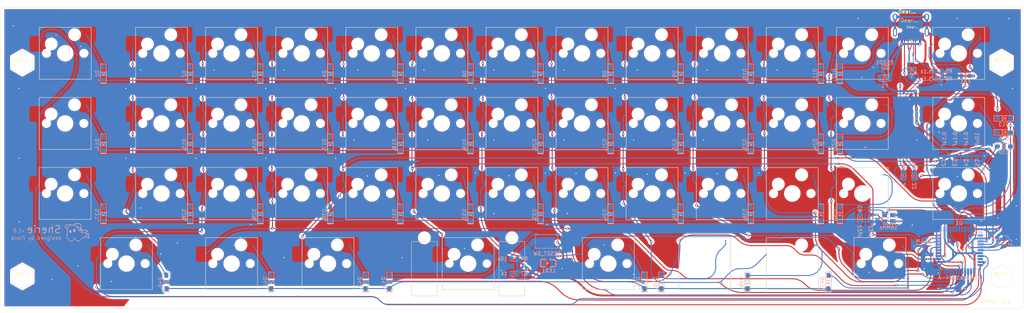
<source format=kicad_pcb>
(kicad_pcb (version 20240108) (generator "pcbnew") (generator_version "8.0")
  (title_block (title "Sherie") (date "2024-06-18") (rev "1.0") (company "https://www.fruity-floral.com/"))
  (layers (0 "F.Cu" signal) (31 "B.Cu" signal) (34 "B.Paste" user) (35 "F.Paste" user) (36 "B.SilkS" user "B.Silkscreen") (37 "F.SilkS" user "F.Silkscreen") (38 "B.Mask" user) (39 "F.Mask" user) (44 "Edge.Cuts" user))
  (net 0 "")
  (net 1 "Net-(D1-A)")
  (net 2 "Net-(D2-A)")
  (net 3 "Net-(D3-A)")
  (net 4 "Net-(D4-A)")
  (net 5 "Net-(D5-A)")
  (net 6 "Net-(D6-A)")
  (net 7 "Net-(D7-A)")
  (net 8 "Net-(D8-A)")
  (net 9 "Net-(D9-A)")
  (net 10 "Net-(D10-A)")
  (net 11 "Net-(D11-A)")
  (net 12 "Net-(D12-A)")
  (net 13 "Net-(D13-A)")
  (net 14 "Net-(D14-A)")
  (net 15 "Net-(D15-A)")
  (net 16 "Net-(D16-A)")
  (net 17 "Net-(D17-A)")
  (net 18 "Net-(D18-A)")
  (net 19 "Net-(D19-A)")
  (net 20 "Net-(D20-A)")
  (net 21 "Net-(D21-A)")
  (net 22 "Net-(D22-A)")
  (net 23 "Net-(D23-A)")
  (net 24 "Net-(D24-A)")
  (net 25 "Net-(D25-A)")
  (net 26 "Net-(D26-A)")
  (net 27 "Net-(D27-A)")
  (net 28 "Net-(D28-A)")
  (net 29 "Net-(D29-A)")
  (net 30 "Net-(D30-A)")
  (net 31 "Net-(D31-A)")
  (net 32 "Net-(D32-A)")
  (net 33 "Net-(D33-A)")
  (net 34 "Net-(D34-A)")
  (net 35 "Net-(D35-A)")
  (net 36 "Net-(D36-A)")
  (net 37 "Net-(D37-A)")
  (net 38 "Net-(D38-A)")
  (net 39 "Net-(D39-A)")
  (net 40 "Net-(D40-A)")
  (net 41 "Net-(D41-A)")
  (net 42 "Net-(D42-A)")
  (net 43 "Net-(D43-A)")
  (net 44 "Net-(D44-A)")
  (net 45 "Net-(D45-A)")
  (net 46 "Net-(D46-A)")
  (net 47 "Net-(D47-A)")
  (net 48 "col0")
  (net 49 "col1")
  (net 50 "col2")
  (net 51 "col3")
  (net 52 "col4")
  (net 53 "col5")
  (net 54 "col6")
  (net 55 "col7")
  (net 56 "col8")
  (net 57 "col9")
  (net 58 "col10")
  (net 59 "col11")
  (net 60 "col12")
  (net 61 "GND")
  (net 62 "Net-(U1-UCAP)")
  (net 63 "+5V")
  (net 64 "Net-(U1-XTAL2)")
  (net 65 "Net-(U1-XTAL1)")
  (net 66 "row0")
  (net 67 "row1")
  (net 68 "row2")
  (net 69 "row3")
  (net 70 "VBUS")
  (net 71 "GNDPWR")
  (net 73 "Net-(J1-CC2)")
  (net 74 "Net-(J1-CC1)")
  (net 75 "D+")
  (net 77 "D-")
  (net 78 "Net-(U1-~{HWB}{slash}PE2)")
  (net 79 "Net-(U1-D+)")
  (net 80 "Net-(U1-D-)")
  (net 81 "Net-(U1-~{RESET})")
  (net 90 "Net-(LED1-A)")
  (footprint "kbd_SW_Hole:SW_Hole_1.25u" (layer "F.Cu") (at 168.91 164.62375)
    (property "Reference" "SW42" (hide yes))
    (property "Value" "SW_PUSH" (hide yes))
    (fp_line (start -7.05 -7.05) (end 7.05 -7.05) (stroke (width 0.15)) (layer "Edge.Cuts"))
    (fp_line (start -7.05 7.05) (end -7.05 -7.05) (stroke (width 0.15)) (layer "Edge.Cuts"))
    (fp_line (start 7.05 -7.05) (end 7.05 7.05) (stroke (width 0.15)) (layer "Edge.Cuts"))
    (fp_line (start 7.05 7.05) (end -7.05 7.05) (stroke (width 0.15)) (layer "Edge.Cuts"))
  )
  (footprint "kbd_SW_Hole:SW_Hole_1u" (layer "F.Cu") (at 257.01625 107.47375)
    (property "Reference" "SW9" (hide yes))
    (property "Value" "SW_PUSH" (hide yes))
    (fp_line (start -7.05 -7.05) (end 7.05 -7.05) (stroke (width 0.15)) (layer "Edge.Cuts"))
    (fp_line (start -7.05 7.05) (end -7.05 -7.05) (stroke (width 0.15)) (layer "Edge.Cuts"))
    (fp_line (start 7.05 -7.05) (end 7.05 7.05) (stroke (width 0.15)) (layer "Edge.Cuts"))
    (fp_line (start 7.05 7.05) (end -7.05 7.05) (stroke (width 0.15)) (layer "Edge.Cuts"))
  )
  (footprint "kbd_SW_Hole:SW_Hole_1u" (layer "F.Cu") (at 199.86625 107.47375)
    (property "Reference" "SW6" (hide yes))
    (property "Value" "SW_PUSH" (hide yes))
    (fp_line (start -7.05 -7.05) (end 7.05 -7.05) (stroke (width 0.15)) (layer "Edge.Cuts"))
    (fp_line (start -7.05 7.05) (end -7.05 -7.05) (stroke (width 0.15)) (layer "Edge.Cuts"))
    (fp_line (start 7.05 -7.05) (end 7.05 7.05) (stroke (width 0.15)) (layer "Edge.Cuts"))
    (fp_line (start 7.05 7.05) (end -7.05 7.05) (stroke (width 0.15)) (layer "Edge.Cuts"))
  )
  (footprint "kbd_SW_Hole:SW_Hole_1u" (layer "F.Cu") (at 142.71625 145.57375)
    (property "Reference" "SW29" (hide yes))
    (property "Value" "SW_PUSH" (hide yes))
    (fp_line (start -7.05 -7.05) (end 7.05 -7.05) (stroke (width 0.15)) (layer "Edge.Cuts"))
    (fp_line (start -7.05 7.05) (end -7.05 -7.05) (stroke (width 0.15)) (layer "Edge.Cuts"))
    (fp_line (start 7.05 -7.05) (end 7.05 7.05) (stroke (width 0.15)) (layer "Edge.Cuts"))
    (fp_line (start 7.05 7.05) (end -7.05 7.05) (stroke (width 0.15)) (layer "Edge.Cuts"))
  )
  (footprint "kbd_SW_Hole:SW_Hole_2.75u" (layer "F.Cu") (at 207.01 164.62375)
    (property "Reference" "SW43" (hide yes))
    (property "Value" "SW_PUSH" (hide yes))
    (fp_line (start -15.4 -6) (end -8.4 -6) (stroke (width 0.12)) (layer "Edge.Cuts"))
    (fp_line (start -15.4 8.8) (end -15.4 -6) (stroke (width 0.12)) (layer "Edge.Cuts"))
    (fp_line (start -8.4 -6) (end -8.4 8.8) (stroke (width 0.12)) (layer "Edge.Cuts"))
    (fp_line (start -8.4 8.8) (end -15.4 8.8) (stroke (width 0.12)) (layer "Edge.Cuts"))
    (fp_line (start -7.05 -7.05) (end 7.05 -7.05) (stroke (width 0.15)) (layer "Edge.Cuts"))
    (fp_line (start -7.05 7.05) (end -7.05 -7.05) (stroke (width 0.15)) (layer "Edge.Cuts"))
    (fp_line (start 7.05 -7.05) (end 7.05 7.05) (stroke (width 0.15)) (layer "Edge.Cuts"))
    (fp_line (start 7.05 7.05) (end -7.05 7.05) (stroke (width 0.15)) (layer "Edge.Cuts"))
    (fp_line (start 8.4 -6) (end 8.4 8.8) (stroke (width 0.12)) (layer "Edge.Cuts"))
    (fp_line (start 8.4 8.8) (end 15.4 8.8) (stroke (width 0.12)) (layer "Edge.Cuts"))
    (fp_line (start 15.4 -6) (end 8.4 -6) (stroke (width 0.12)) (layer "Edge.Cuts"))
    (fp_line (start 15.4 8.8) (end 15.4 -6) (stroke (width 0.12)) (layer "Edge.Cuts"))
  )
  (footprint "kbd_SW_Hole:SW_Hole_1u" (layer "F.Cu") (at 257.01625 126.52375)
    (property "Reference" "SW22" (hide yes))
    (property "Value" "SW_PUSH" (hide yes))
    (fp_line (start -7.05 -7.05) (end 7.05 -7.05) (stroke (width 0.15)) (layer "Edge.Cuts"))
    (fp_line (start -7.05 7.05) (end -7.05 -7.05) (stroke (width 0.15)) (layer "Edge.Cuts"))
    (fp_line (start 7.05 -7.05) (end 7.05 7.05) (stroke (width 0.15)) (layer "Edge.Cuts"))
    (fp_line (start 7.05 7.05) (end -7.05 7.05) (stroke (width 0.15)) (layer "Edge.Cuts"))
  )
  (footprint "kbd_SW_Hole:SW_Hole_1u" (layer "F.Cu") (at 123.66625 126.52375)
    (property "Reference" "SW15" (hide yes))
    (property "Value" "SW_PUSH" (hide yes))
    (fp_line (start -7.05 -7.05) (end 7.05 -7.05) (stroke (width 0.15)) (layer "Edge.Cuts"))
    (fp_line (start -7.05 7.05) (end -7.05 -7.05) (stroke (width 0.15)) (layer "Edge.Cuts"))
    (fp_line (start 7.05 -7.05) (end 7.05 7.05) (stroke (width 0.15)) (layer "Edge.Cuts"))
    (fp_line (start 7.05 7.05) (end -7.05 7.05) (stroke (width 0.15)) (layer "Edge.Cuts"))
  )
  (footprint "my_footprints:M3_Spacer_hex" (layer "F.Cu") (at 85.85 110)
    (property "Reference" "REF**")
    (property "Value" "M3_Spacer_hex" (hide yes))
    (fp_line (start -2.857884 -1.65) (end -2.857884 1.65) (stroke (width 0.05)) (layer "Edge.Cuts"))
    (fp_line (start -2.857884 1.65) (end 0 3.3) (stroke (width 0.05)) (layer "Edge.Cuts"))
    (fp_line (start 0 -3.3) (end -2.857884 -1.65) (stroke (width 0.05)) (layer "Edge.Cuts"))
    (fp_line (start 0 -3.3) (end 2.857884 -1.65) (stroke (width 0.05)) (layer "Edge.Cuts"))
    (fp_line (start 0 3.3) (end 2.857884 1.65) (stroke (width 0.05)) (layer "Edge.Cuts"))
    (fp_line (start 2.857884 1.65) (end 2.857884 -1.65) (stroke (width 0.05)) (layer "Edge.Cuts"))
  )
  (footprint "kbd_SW_Hole:SW_Hole_1u" (layer "F.Cu") (at 295.11625 126.52375)
    (property "Reference" "SW24" (hide yes))
    (property "Value" "SW_PUSH" (hide yes))
    (fp_line (start -7.05 -7.05) (end 7.05 -7.05) (stroke (width 0.15)) (layer "Edge.Cuts"))
    (fp_line (start -7.05 7.05) (end -7.05 -7.05) (stroke (width 0.15)) (layer "Edge.Cuts"))
    (fp_line (start 7.05 -7.05) (end 7.05 7.05) (stroke (width 0.15)) (layer "Edge.Cuts"))
    (fp_line (start 7.05 7.05) (end -7.05 7.05) (stroke (width 0.15)) (layer "Edge.Cuts"))
  )
  (footprint "kbd_SW_Hole:SW_Hole_1u" (layer "F.Cu") (at 314.16625 126.52375)
    (property "Reference" "SW25" (hide yes))
    (property "Value" "SW_PUSH" (hide yes))
    (fp_line (start -7.05 -7.05) (end 7.05 -7.05) (stroke (width 0.15)) (layer "Edge.Cuts"))
    (fp_line (start -7.05 7.05) (end -7.05 -7.05) (stroke (width 0.15)) (layer "Edge.Cuts"))
    (fp_line (start 7.05 -7.05) (end 7.05 7.05) (stroke (width 0.15)) (layer "Edge.Cuts"))
    (fp_line (start 7.05 7.05) (end -7.05 7.05) (stroke (width 0.15)) (layer "Edge.Cuts"))
  )
  (footprint "kbd_Parts:Diode_TH_SMD_without_holes" (layer "F.Cu") (at 207.65 132.09 90)
    (property "Reference" "D19")
    (property "Value" "D" (hide yes))
  )
  (footprint "kbd_SW_Hole:SW_Hole_1.5u" (layer "F.Cu") (at 271.30375 164.62375)
    (property "Reference" "SW45" (hide yes))
    (property "Value" "SW_PUSH" (hide yes))
    (fp_line (start -7.05 -7.05) (end 7.05 -7.05) (stroke (width 0.15)) (layer "Edge.Cuts"))
    (fp_line (start -7.05 7.05) (end -7.05 -7.05) (stroke (width 0.15)) (layer "Edge.Cuts"))
    (fp_line (start 7.05 -7.05) (end 7.05 7.05) (stroke (width 0.15)) (layer "Edge.Cuts"))
    (fp_line (start 7.05 7.05) (end -7.05 7.05) (stroke (width 0.15)) (layer "Edge.Cuts"))
  )
  (footprint "kbd_SW_Hole:SW_Hole_1u" (layer "F.Cu") (at 218.91625 107.47375)
    (property "Reference" "SW7" (hide yes))
    (property "Value" "SW_PUSH" (hide yes))
    (fp_line (start -7.05 -7.05) (end 7.05 -7.05) (stroke (width 0.15)) (layer "Edge.Cuts"))
    (fp_line (start -7.05 7.05) (end -7.05 -7.05) (stroke (width 0.15)) (layer "Edge.Cuts"))
    (fp_line (start 7.05 -7.05) (end 7.05 7.05) (stroke (width 0.15)) (layer "Edge.Cuts"))
    (fp_line (start 7.05 7.05) (end -7.05 7.05) (stroke (width 0.15)) (layer "Edge.Cuts"))
  )
  (footprint "kbd_Parts:Diode_TH_SMD_without_holes" (layer "F.Cu") (at 352.64 125.16 180)
    (property "Reference" "D13")
    (property "Value" "D" (hide yes))
  )
  (footprint "my_footprints:M3_Spacer_hex" (layer "F.Cu") (at 85.85 168.11)
    (property "Reference" "REF**")
    (property "Value" "M3_Spacer_hex" (hide yes))
    (fp_line (start -2.857884 -1.65) (end -2.857884 1.65) (stroke (width 0.05)) (layer "Edge.Cuts"))
    (fp_line (start -2.857884 1.65) (end 0 3.3) (stroke (width 0.05)) (layer "Edge.Cuts"))
    (fp_line (start 0 -3.3) (end -2.857884 -1.65) (stroke (width 0.05)) (layer "Edge.Cuts"))
    (fp_line (start 0 -3.3) (end 2.857884 -1.65) (stroke (width 0.05)) (layer "Edge.Cuts"))
    (fp_line (start 0 3.3) (end 2.857884 1.65) (stroke (width 0.05)) (layer "Edge.Cuts"))
    (fp_line (start 2.857884 1.65) (end 2.857884 -1.65) (stroke (width 0.05)) (layer "Edge.Cuts"))
  )
  (footprint "kbd_SW_Hole:SW_Hole_1u" (layer "F.Cu") (at 276.06625 107.47375)
    (property "Reference" "SW10" (hide yes))
    (property "Value" "SW_PUSH" (hide yes))
    (fp_line (start -7.05 -7.05) (end 7.05 -7.05) (stroke (width 0.15)) (layer "Edge.Cuts"))
    (fp_line (start -7.05 7.05) (end -7.05 -7.05) (stroke (width 0.15)) (layer "Edge.Cuts"))
    (fp_line (start 7.05 -7.05) (end 7.05 7.05) (stroke (width 0.15)) (layer "Edge.Cuts"))
    (fp_line (start 7.05 7.05) (end -7.05 7.05) (stroke (width 0.15)) (layer "Edge.Cuts"))
  )
  (footprint "my_footprints:M3_Spacer_hex" (layer "F.Cu") (at 352 110)
    (property "Reference" "REF**")
    (property "Value" "M3_Spacer_hex" (hide yes))
    (fp_line (start -2.857884 -1.65) (end -2.857884 1.65) (stroke (width 0.05)) (layer "Edge.Cuts"))
    (fp_line (start -2.857884 1.65) (end 0 3.3) (stroke (width 0.05)) (layer "Edge.Cuts"))
    (fp_line (start 0 -3.3) (end -2.857884 -1.65) (stroke (width 0.05)) (layer "Edge.Cuts"))
    (fp_line (start 0 -3.3) (end 2.857884 -1.65) (stroke (width 0.05)) (layer "Edge.Cuts"))
    (fp_line (start 0 3.3) (end 2.857884 1.65) (stroke (width 0.05)) (layer "Edge.Cuts"))
    (fp_line (start 2.857884 1.65) (end 2.857884 -1.65) (stroke (width 0.05)) (layer "Edge.Cuts"))
  )
  (footprint "kbd_Parts:Diode_TH_SMD_without_holes" (layer "F.Cu") (at 150.5 113.04 90)
    (property "Reference" "D3")
    (property "Value" "D" (hide yes))
  )
  (footprint "kbd_SW_Hole:SW_Hole_1u" (layer "F.Cu") (at 199.86625 126.52375)
    (property "Reference" "SW19" (hide yes))
    (property "Value" "SW_PUSH" (hide yes))
    (fp_line (start -7.05 -7.05) (end 7.05 -7.05) (stroke (width 0.15)) (layer "Edge.Cuts"))
    (fp_line (start -7.05 7.05) (end -7.05 -7.05) (stroke (width 0.15)) (layer "Edge.Cuts"))
    (fp_line (start 7.05 -7.05) (end 7.05 7.05) (stroke (width 0.15)) (layer "Edge.Cuts"))
    (fp_line (start 7.05 7.05) (end -7.05 7.05) (stroke (width 0.15)) (layer "Edge.Cuts"))
  )
  (footprint "kbd_SW_Hole:SW_Hole_1.75u" (layer "F.Cu") (at 97.4725 126.52375)
    (property "Reference" "SW14" (hide yes))
    (property "Value" "SW_PUSH" (hide yes))
    (fp_line (start -7.05 -7.05) (end 7.05 -7.05) (stroke (width 0.15)) (layer "Edge.Cuts"))
    (fp_line (start -7.05 7.05) (end -7.05 -7.05) (stroke (width 0.15)) (layer "Edge.Cuts"))
    (fp_line (start 7.05 -7.05) (end 7.05 7.05) (stroke (width 0.15)) (layer "Edge.Cuts"))
    (fp_line (start 7.05 7.05) (end -7.05 7.05) (stroke (width 0.15)) (layer "Edge.Cuts"))
  )
  (footprint "kbd_SW_Hole:SW_Hole_1u" (layer "F.Cu") (at 161.76625 145.57375)
    (property "Reference" "SW30" (hide yes))
    (property "Value" "SW_PUSH" (hide yes))
    (fp_line (start -7.05 -7.05) (end 7.05 -7.05) (stroke (width 0.15)) (layer "Edge.Cuts"))
    (fp_line (start -7.05 7.05) (end -7.05 -7.05) (stroke (width 0.15)) (layer "Edge.Cuts"))
    (fp_line (start 7.05 -7.05) (end 7.05 7.05) (stroke (width 0.15)) (layer "Edge.Cuts"))
    (fp_line (start 7.05 7.05) (end -7.05 7.05) (stroke (width 0.15)) (layer "Edge.Cuts"))
  )
  (footprint "kbd_Parts:Diode_TH_SMD_without_holes" (layer "F.Cu") (at 169.55 151.14 90)
    (property "Reference" "D30")
    (property "Value" "D" (hide yes))
  )
  (footprint "kbd_Parts:Diode_TH_SMD_without_holes" (layer "F.Cu") (at 245.75 132.09 90)
    (property "Reference" "D21")
    (property "Value" "D" (hide yes))
  )
  (footprint "kbd_SW_Hole:SW_Hole_1.75u" (layer "F.Cu") (at 340.36 145.57375)
    (property "Reference" "SW39" (hide yes))
    (property "Value" "SW_PUSH" (hide yes))
    (fp_line (start -7.05 -7.05) (end 7.05 -7.05) (stroke (width 0.15)) (layer "Edge.Cuts"))
    (fp_line (start -7.05 7.05) (end -7.05 -7.05) (stroke (width 0.15)) (layer "Edge.Cuts"))
    (fp_line (start 7.05 -7.05) (end 7.05 7.05) (stroke (width 0.15)) (layer "Edge.Cuts"))
    (fp_line (start 7.05 7.05) (end -7.05 7.05) (stroke (width 0.15)) (layer "Edge.Cuts"))
  )
  (footprint "kbd_Parts:Diode_TH_SMD_without_holes" (layer "F.Cu") (at 283.85 132.09 90)
    (property "Reference" "D23")
    (property "Value" "D" (hide yes))
  )
  (footprint "kbd_SW_Hole:SW_Hole_1u" (layer "F.Cu") (at 295.11625 164.62375)
    (property "Reference" "SW46" (hide yes))
    (property "Value" "SW_PUSH" (hide yes))
    (fp_line (start -7.05 -7.05) (end 7.05 -7.05) (stroke (width 0.15)) (layer "Edge.Cuts"))
    (fp_line (start -7.05 7.05) (end -7.05 -7.05) (stroke (width 0.15)) (layer "Edge.Cuts"))
    (fp_line (start 7.05 -7.05) (end 7.05 7.05) (stroke (width 0.15)) (layer "Edge.Cuts"))
    (fp_line (start 7.05 7.05) (end -7.05 7.05) (stroke (width 0.15)) (layer "Edge.Cuts"))
  )
  (footprint "kbd_Parts:Diode_TH_SMD_without_holes" (layer "F.Cu") (at 264.8 132.09 90)
    (property "Reference" "D22")
    (property "Value" "D" (hide yes))
  )
  (footprint "kbd_Parts:Diode_TH_SMD_without_holes" (layer "F.Cu") (at 308.058211 132.09 90)
    (property "Reference" "D25")
    (property "Value" "D" (hide yes))
  )
  (footprint "kbd_Parts:Diode_TH_SMD_without_holes" (layer "F.Cu") (at 150.5 132.09 90)
    (property "Reference" "D16")
    (property "Value" "D" (hide yes))
  )
  (footprint "kbd_Parts:Diode_TH_SMD_without_holes" (layer "F.Cu") (at 302.9 113.04 90)
    (property "Reference" "D11")
    (property "Value" "D" (hide yes))
  )
  (footprint "kbd_SW_Hole:SW_Hole_1u" (layer "F.Cu") (at 123.66625 145.57375)
    (property "Reference" "SW28" (hide yes))
    (property "Value" "SW_PUSH" (hide yes))
    (fp_line (start -7.05 -7.05) (end 7.05 -7.05) (stroke (width 0.15)) (layer "Edge.Cuts"))
    (fp_line (start -7.05 7.05) (end -7.05 -7.05) (stroke (width 0.15)) (layer "Edge.Cuts"))
    (fp_line (start 7.05 -7.05) (end 7.05 7.05) (stroke (width 0.15)) (layer "Edge.Cuts"))
    (fp_line (start 7.05 7.05) (end -7.05 7.05) (stroke (width 0.15)) (layer "Edge.Cuts"))
  )
  (footprint "kbd_SW_Hole:SW_Hole_1.5u" (layer "F.Cu") (at 114.14125 164.62375)
    (property "Reference" "SW40" (hide yes))
    (property "Value" "SW_PUSH" (hide yes))
    (fp_line (start -7.05 -7.05) (end 7.05 -7.05) (stroke (width 0.15)) (layer "Edge.Cuts"))
    (fp_line (start -7.05 7.05) (end -7.05 -7.05) (stroke (width 0.15)) (layer "Edge.Cuts"))
    (fp_line (start 7.05 -7.05) (end 7.05 7.05) (stroke (width 0.15)) (layer "Edge.Cuts"))
    (fp_line (start 7.05 7.05) (end -7.05 7.05) (stroke (width 0.15)) (layer "Edge.Cuts"))
  )
  (footprint "kbd_SW_Hole:SW_Hole_1u" (layer "F.Cu") (at 180.81625 145.57375)
    (property "Reference" "SW31" (hide yes))
    (property "Value" "SW_PUSH" (hide yes))
    (fp_line (start -7.05 -7.05) (end 7.05 -7.05) (stroke (width 0.15)) (layer "Edge.Cuts"))
    (fp_line (start -7.05 7.05) (end -7.05 -7.05) (stroke (width 0.15)) (layer "Edge.Cuts"))
    (fp_line (start 7.05 -7.05) (end 7.05 7.05) (stroke (width 0.15)) (layer "Edge.Cuts"))
    (fp_line (start 7.05 7.05) (end -7.05 7.05) (stroke (width 0.15)) (layer "Edge.Cuts"))
  )
  (footprint "kbd_Parts:Diode_TH_SMD_without_holes" (layer "F.Cu") (at 245.75 113.04 90)
    (property "Reference" "D8")
    (property "Value" "D" (hide yes))
  )
  (footprint "kbd_Parts:Diode_TH_SMD_without_holes" (layer "F.Cu") (at 153.51 169.63 90)
    (property "Reference" "D41")
    (property "Value" "D" (hide yes))
  )
  (footprint "kbd_Parts:Diode_TH_SMD_without_holes" (layer "F.Cu") (at 308.058211 151.14 90)
    (property "Reference" "D38")
    (property "Value" "D" (hide yes))
  )
  (footprint "kbd_Parts:Diode_TH_SMD_without_holes" (layer "F.Cu") (at 254.91 169.63 90)
    (property "Reference" "D44")
    (property "Value" "D" (hide yes))
  )
  (footprint "kbd_Parts:Diode_TH_SMD_without_holes" (layer "F.Cu") (at 169.55 113.04 90)
    (property "Reference" "D4")
    (property "Value" "D" (hide yes))
  )
  (footprint "kbd_SW_Hole:SW_Hole_1u" (layer "F.Cu") (at 314.16625 145.57375)
    (property "Reference" "SW38" (hide yes))
    (property "Value" "SW_PUSH" (hide yes))
    (fp_line (start -7.05 -7.05) (end 7.05 -7.05) (stroke (width 0.15)) (layer "Edge.Cuts"))
    (fp_line (start -7.05 7.05) (end -7.05 -7.05) (stroke (width 0.15)) (layer "Edge.Cuts"))
    (fp_line (start 7.05 -7.05) (end 7.05 7.05) (stroke (width 0.15)) (layer "Edge.Cuts"))
    (fp_line (start 7.05 7.05) (end -7.05 7.05) (stroke (width 0.15)) (layer "Edge.Cuts"))
  )
  (footprint "kbd_SW_Hole:SW_Hole_1.75u" (layer "F.Cu") (at 340.36 126.52375)
    (property "Reference" "SW26" (hide yes))
    (property "Value" "SW_PUSH" (hide yes))
    (fp_line (start -7.05 -7.05) (end 7.05 -7.05) (stroke (width 0.15)) (layer "Edge.Cuts"))
    (fp_line (start -7.05 7.05) (end -7.05 -7.05) (stroke (width 0.15)) (layer "Edge.Cuts"))
    (fp_line (start 7.05 -7.05) (end 7.05 7.05) (stroke (width 0.15)) (layer "Edge.Cuts"))
    (fp_line (start 7.05 7.05) (end -7.05 7.05) (stroke (width 0.15)) (layer "Edge.Cuts"))
  )
  (footprint "kbd_Parts:Diode_TH_SMD_without_holes" (layer "F.Cu") (at 283.85 113.04 90)
    (property "Reference" "D10")
    (property "Value" "D" (hide yes))
  )
  (footprint "kbd_Parts:Diode_TH_SMD_without_holes" (layer "F.Cu") (at 304.948211 169.63 90)
    (property "Reference" "D47")
    (property "Value" "D" (hide yes))
  )
  (footprint "kbd_SW_Hole:SW_Hole_1.75u" (layer "F.Cu") (at 97.4725 145.57375)
    (property "Reference" "SW27" (hide yes))
    (property "Value" "SW_PUSH" (hide yes))
    (fp_line (start -7.05 -7.05) (end 7.05 -7.05) (stroke (width 0.15)) (layer "Edge.Cuts"))
    (fp_line (start -7.05 7.05) (end -7.05 -7.05) (stroke (width 0.15)) (layer "Edge.Cuts"))
    (fp_line (start 7.05 -7.05) (end 7.05 7.05) (stroke (width 0.15)) (layer "Edge.Cuts"))
    (fp_line (start 7.05 7.05) (end -7.05 7.05) (stroke (width 0.15)) (layer "Edge.Cuts"))
  )
  (footprint "kbd_SW_Hole:SW_Hole_1u" (layer "F.Cu") (at 276.06625 126.52375)
    (property "Reference" "SW23" (hide yes))
    (property "Value" "SW_PUSH" (hide yes))
    (fp_line (start -7.05 -7.05) (end 7.05 -7.05) (stroke (width 0.15)) (layer "Edge.Cuts"))
    (fp_line (start -7.05 7.05) (end -7.05 -7.05) (stroke (width 0.15)) (layer "Edge.Cuts"))
    (fp_line (start 7.05 -7.05) (end 7.05 7.05) (stroke (width 0.15)) (layer "Edge.Cuts"))
    (fp_line (start 7.05 7.05) (end -7.05 7.05) (stroke (width 0.15)) (layer "Edge.Cuts"))
  )
  (footprint "kbd_SW_Hole:SW_Hole_1u" (layer "F.Cu") (at 295.11625 145.57375)
    (property "Reference" "SW37" (hide yes))
    (property "Value" "SW_PUSH" (hide yes))
    (fp_line (start -7.05 -7.05) (end 7.05 -7.05) (stroke (width 0.15)) (layer "Edge.Cuts"))
    (fp_line (start -7.05 7.05) (end -7.05 -7.05) (stroke (width 0.15)) (layer "Edge.Cuts"))
    (fp_line (start 7.05 -7.05) (end 7.05 7.05) (stroke (width 0.15)) (layer "Edge.Cuts"))
    (fp_line (start 7.05 7.05) (end -7.05 7.05) (stroke (width 0.15)) (layer "Edge.Cuts"))
  )
  (footprint "kbd_Parts:Diode_TH_SMD_without_holes" (layer "F.Cu") (at 107.888211 113.04 90)
    (property "Reference" "D1")
    (property "Value" "D" (hide yes))
  )
  (footprint "kbd_SW_Hole:SW_Hole_1u" (layer "F.Cu") (at 218.91625 126.52375)
    (property "Reference" "SW20" (hide yes))
    (property "Value" "SW_PUSH" (hide yes))
    (fp_line (start -7.05 -7.05) (end 7.05 -7.05) (stroke (width 0.15)) (layer "Edge.Cuts"))
    (fp_line (start -7.05 7.05) (end -7.05 -7.05) (stroke (width 0.15)) (layer "Edge.Cuts"))
    (fp_line (start 7.05 -7.05) (end 7.05 7.05) (stroke (width 0.15)) (layer "Edge.Cuts"))
    (fp_line (start 7.05 7.05) (end -7.05 7.05) (stroke (width 0.15)) (layer "Edge.Cuts"))
  )
  (footprint "kbd_Parts:Diode_TH_SMD_without_holes" (layer "F.Cu") (at 352.64 132.74 180)
    (property "Reference" "D39")
    (property "Value" "D" (hide yes))
  )
  (footprint "kbd_Parts:Diode_TH_SMD_without_holes" (layer "F.Cu") (at 264.8 151.14 90)
    (property "Reference" "D35")
    (property "Value" "D" (hide yes))
  )
  (footprint "kbd_SW_Hole:SW_Hole_1u" (layer "F.Cu") (at 161.76625 126.52375)
    (property "Reference" "SW17" (hide yes))
    (property "Value" "SW_PUSH" (hide yes))
    (fp_line (start -7.05 -7.05) (end 7.05 -7.05) (stroke (width 0.15)) (layer "Edge.Cuts"))
    (fp_line (start -7.05 7.05) (end -7.05 -7.05) (stroke (width 0.15)) (layer "Edge.Cuts"))
    (fp_line (start 7.05 -7.05) (end 7.05 7.05) (stroke (width 0.15)) (layer "Edge.Cuts"))
    (fp_line (start 7.05 7.05) (end -7.05 7.05) (stroke (width 0.15)) (layer "Edge.Cuts"))
  )
  (footprint "kbd_SW_Hole:SW_Hole_1u" (layer "F.Cu") (at 123.66625 107.47375)
    (property "Reference" "SW2" (hide yes))
    (property "Value" "SW_PUSH" (hide yes))
    (fp_line (start -7.05 -7.05) (end 7.05 -7.05) (stroke (width 0.15)) (layer "Edge.Cuts"))
    (fp_line (start -7.05 7.05) (end -7.05 -7.05) (stroke (width 0.15)) (layer "Edge.Cuts"))
    (fp_line (start 7.05 -7.05) (end 7.05 7.05) (stroke (width 0.15)) (layer "Edge.Cuts"))
    (fp_line (start 7.05 7.05) (end -7.05 7.05) (stroke (width 0.15)) (layer "Edge.Cuts"))
  )
  (footprint "kbd_SW_Hole:SW_Hole_1u" (layer "F.Cu") (at 257.01625 145.57375)
    (property "Reference" "SW35" (hide yes))
    (property "Value" "SW_PUSH" (hide yes))
    (fp_line (start -7.05 -7.05) (end 7.05 -7.05) (stroke (width 0.15)) (layer "Edge.Cuts"))
    (fp_line (start -7.05 7.05) (end -7.05 -7.05) (stroke (width 0.15)) (layer "Edge.Cuts"))
    (fp_line (start 7.05 -7.05) (end 7.05 7.05) (stroke (width 0.15)) (layer "Edge.Cuts"))
    (fp_line (start 7.05 7.05) (end -7.05 7.05) (stroke (width 0.15)) (layer "Edge.Cuts"))
  )
  (footprint "kbd_Parts:Diode_TH_SMD_without_holes" (layer "F.Cu") (at 124.98 169.63 90)
    (property "Reference" "D40")
    (property "Value" "D" (hide yes))
  )
  (footprint "kbd_SW_Hole:SW_Hole_1.5u" (layer "F.Cu") (at 142.71625 164.62375)
    (property "Reference" "SW41" (hide yes))
    (property "Value" "SW_PUSH" (hide yes))
    (fp_line (start -7.05 -7.05) (end 7.05 -7.05) (stroke (width 0.15)) (layer "Edge.Cuts"))
    (fp_line (start -7.05 7.05) (end -7.05 -7.05) (stroke (width 0.15)) (layer "Edge.Cuts"))
    (fp_line (start 7.05 -7.05) (end 7.05 7.05) (stroke (width 0.15)) (layer "Edge.Cuts"))
    (fp_line (start 7.05 7.05) (end -7.05 7.05) (stroke (width 0.15)) (layer "Edge.Cuts"))
  )
  (footprint "kbd_SW_Hole:SW_Hole_1u" (layer "F.Cu") (at 161.76625 107.47375)
    (property "Reference" "SW4" (hide yes))
    (property "Value" "SW_PUSH" (hide yes))
    (fp_line (start -7.05 -7.05) (end 7.05 -7.05) (stroke (width 0.15)) (layer "Edge.Cuts"))
    (fp_line (start -7.05 7.05) (end -7.05 -7.05) (stroke (width 0.15)) (layer "Edge.Cuts"))
    (fp_line (start 7.05 -7.05) (end 7.05 7.05) (stroke (width 0.15)) (layer "Edge.Cuts"))
    (fp_line (start 7.05 7.05) (end -7.05 7.05) (stroke (width 0.15)) (layer "Edge.Cuts"))
  )
  (footprint "my_footprints:M3_Spacer_hex" (layer "F.Cu") (at 352 168.11)
    (property "Reference" "REF**")
    (property "Value" "M3_Spacer_hex" (hide yes))
    (fp_line (start -2.857884 -1.65) (end -2.857884 1.65) (stroke (width 0.05)) (layer "Edge.Cuts"))
    (fp_line (start -2.857884 1.65) (end 0 3.3) (stroke (width 0.05)) (layer "Edge.Cuts"))
    (fp_line (start 0 -3.3) (end -2.857884 -1.65) (stroke (width 0.05)) (layer "Edge.Cuts"))
    (fp_line (start 0 -3.3) (end 2.857884 -1.65) (stroke (width 0.05)) (layer "Edge.Cuts"))
    (fp_line (start 0 3.3) (end 2.857884 1.65) (stroke (width 0.05)) (layer "Edge.Cuts"))
    (fp_line (start 2.857884 1.65) (end 2.857884 -1.65) (stroke (width 0.05)) (layer "Edge.Cuts"))
  )
  (footprint "kbd_SW_Hole:SW_Hole_1u" (layer "F.Cu") (at 237.96625 145.57375)
    (property "Reference" "SW34" (hide yes))
    (property "Value" "SW_PUSH" (hide yes))
    (fp_line (start -7.05 -7.05) (end 7.05 -7.05) (stroke (width 0.15)) (layer "Edge.Cuts"))
    (fp_line (start -7.05 7.05) (end -7.05 -7.05) (stroke (width 0.15)) (layer "Edge.Cuts"))
    (fp_line (start 7.05 -7.05) (end 7.05 7.05) (stroke (width 0.15)) (layer "Edge.Cuts"))
    (fp_line (start 7.05 7.05) (end -7.05 7.05) (stroke (width 0.15)) (layer "Edge.Cuts"))
  )
  (footprint "kbd_Parts:Diode_TH_SMD_without_holes" (layer "F.Cu") (at 107.888211 132.09 90)
    (property "Reference" "D14")
    (property "Value" "D" (hide yes))
  )
  (footprint "kbd_SW_Hole:SW_Hole_1.5u" (layer "F.Cu") (at 318.92875 164.62375)
    (property "Reference" "SW47" (hide yes))
    (property "Value" "SW_PUSH" (hide yes))
    (fp_line (start -7.05 -7.05) (end 7.05 -7.05) (stroke (width 0.15)) (layer "Edge.Cuts"))
    (fp_line (start -7.05 7.05) (end -7.05 -7.05) (stroke (width 0.15)) (layer "Edge.Cuts"))
    (fp_line (start 7.05 -7.05) (end 7.05 7.05) (stroke (width 0.15)) (layer "Edge.Cuts"))
    (fp_line (start 7.05 7.05) (end -7.05 7.05) (stroke (width 0.15)) (layer "Edge.Cuts"))
  )
  (footprint "kbd_Parts:Diode_TH_SMD_without_holes" (layer "F.Cu") (at 226.7 151.14 90)
    (property "Reference" "D33")
    (property "Value" "D" (hide yes))
  )
  (footprint "kbd_SW_Hole:SW_Hole_1u" (layer "F.Cu") (at 142.71625 107.47375)
    (property "Reference" "SW3" (hide yes))
    (property "Value" "SW_PUSH" (hide yes))
    (fp_line (start -7.05 -7.05) (end 7.05 -7.05) (stroke (width 0.15)) (layer "Edge.Cuts"))
    (fp_line (start -7.05 7.05) (end -7.05 -7.05) (stroke (width 0.15)) (layer "Edge.Cuts"))
    (fp_line (start 7.05 -7.05) (end 7.05 7.05) (stroke (width 0.15)) (layer "Edge.Cuts"))
    (fp_line (start 7.05 7.05) (end -7.05 7.05) (stroke (width 0.15)) (layer "Edge.Cuts"))
  )
  (footprint "kbd_SW_Hole:SW_Hole_1u" (layer "F.Cu") (at 199.86625 145.57375)
    (property "Reference" "SW32" (hide yes))
    (property "Value" "SW_PUSH" (hide yes))
    (fp_line (start -7.05 -7.05) (end 7.05 -7.05) (stroke (width 0.15)) (layer "Edge.Cuts"))
    (fp_line (start -7.05 7.05) (end -7.05 -7.05) (stroke (width 0.15)) (layer "Edge.Cuts"))
    (fp_line (start 7.05 -7.05) (end 7.05 7.05) (stroke (width 0.15)) (layer "Edge.Cuts"))
    (fp_line (start 7.05 7.05) (end -7.05 7.05) (stroke (width 0.15)) (layer "Edge.Cuts"))
  )
  (footprint "kbd_Parts:Diode_TH_SMD_without_holes" (layer "F.Cu") (at 188.6 113.04 90)
    (property "Reference" "D5")
    (property "Value" "D" (hide yes))
  )
  (footprint "kbd_Parts:Diode_TH_SMD_without_holes" (layer "F.Cu") (at 131.45 113.04 90)
    (property "Reference" "D2")
    (property "Value" "D" (hide yes))
  )
  (footprint "kbd_Parts:Diode_TH_SMD_without_holes" (layer "F.Cu") (at 131.45 151.14 90)
    (property "Reference" "D28")
    (property "Value" "D" (hide yes))
  )
  (footprint "kbd_SW_Hole:SW_Hole_1u" (layer "F.Cu") (at 314.16625 107.47375)
    (property "Reference" "SW12" (hide yes))
    (property "Value" "SW_PUSH" (hide yes))
    (fp_line (start -7.05 -7.05) (end 7.05 -7.05) (stroke (width 0.15)) (layer "Edge.Cuts"))
    (fp_line (start -7.05 7.05) (end -7.05 -7.05) (stroke (width 0.15)) (layer "Edge.Cuts"))
    (fp_line (start 7.05 -7.05) (end 7.05 7.05) (stroke (width 0.15)) (layer "Edge.Cuts"))
    (fp_line (start 7.05 7.05) (end -7.05 7.05) (stroke (width 0.15)) (layer "Edge.Cuts"))
  )
  (footprint "locallib:HRO-TYPE-C-31-M-12-Assembly" (layer "F.Cu") (at 327.36 94.975 180)
    (property "Reference" "J1")
    (property "Value" "TYPE-C-31-M-12")
  )
  (footprint "kbd_Parts:Diode_TH_SMD_without_holes" (layer "F.Cu") (at 188.6 132.09 90)
    (property "Reference" "D18")
    (property "Value" "D" (hide yes))
  )
  (footprint "kbd_Parts:Diode_TH_SMD_without_holes" (layer "F.Cu") (at 169.55 132.09 90)
    (property "Reference" "D17")
    (property "Value" "D" (hide yes))
  )
  (footprint "kbd_Parts:Diode_TH_SMD_without_holes" (layer "F.Cu") (at 188.6 151.14 90)
    (property "Reference" "D31")
    (property "Value" "D" (hide yes))
  )
  (footprint "kbd_Parts:Diode_TH_SMD_without_holes" (layer "F.Cu") (at 259.52 169.63 90)
    (property "Reference" "D45")
    (property "Value" "D" (hide yes))
  )
  (footprint "kbd_Parts:Diode_TH_SMD_without_holes" (layer "F.Cu") (at 226.7 113.04 90)
    (property "Reference" "D7")
    (property "Value" "D" (hide yes))
  )
  (footprint "kbd_Parts:Diode_TH_SMD_without_holes" (layer "F.Cu") (at 226.7 132.09 90)
    (property "Reference" "D20")
    (property "Value" "D" (hide yes))
  )
  (footprint "kbd_Parts:Diode_TH_SMD_without_holes" (layer "F.Cu") (at 264.8 113.04 90)
    (property "Reference" "D9")
    (property "Value" "D" (hide yes))
  )
  (footprint "kbd_Parts:Diode_TH_SMD_without_holes" (layer "F.Cu") (at 308.058211 113.04 90)
    (property "Reference" "D12")
    (property "Value" "D" (hide yes))
  )
  (footprint "kbd_Parts:Diode_TH_SMD_without_holes" (layer "F.Cu") (at 179.19 169.63 90)
    (property "Reference" "D42")
    (property "Value" "D" (hide yes))
  )
  (footprint "kbd_Parts:Diode_TH_SMD_without_holes" (layer "F.Cu") (at 207.65 151.14 90)
    (property "Reference" "D32")
    (property "Value" "D" (hide yes))
  )
  (footprint "kbd_SW_Hole:SW_Hole_1u" (layer "F.Cu") (at 237.96625 107.47375)
    (property "Reference" "SW8" (hide yes))
    (property "Value" "SW_PUSH" (hide yes))
    (fp_line (start -7.05 -7.05) (end 7.05 -7.05) (stroke (width 0.15)) (layer "Edge.Cuts"))
    (fp_line (start -7.05 7.05) (end -7.05 -7.05) (stroke (width 0.15)) (layer "Edge.Cuts"))
    (fp_line (start 7.05 -7.05) (end 7.05 7.05) (stroke (width 0.15)) (layer "Edge.Cuts"))
    (fp_line (start 7.05 7.05) (end -7.05 7.05) (stroke (width 0.15)) (layer "Edge.Cuts"))
  )
  (footprint "kbd_SW_Hole:SW_Hole_1u" (layer "F.Cu") (at 218.91625 145.57375)
    (property "Reference" "SW33" (hide yes))
    (property "Value" "SW_PUSH" (hide yes))
    (fp_line (start -7.05 -7.05) (end 7.05 -7.05) (stroke (width 0.15)) (layer "Edge.Cuts"))
    (fp_line (start -7.05 7.05) (end -7.05 -7.05) (stroke (width 0.15)) (layer "Edge.Cuts"))
    (fp_line (start 7.05 -7.05) (end 7.05 7.05) (stroke (width 0.15)) (layer "Edge.Cuts"))
    (fp_line (start 7.05 7.05) (end -7.05 7.05) (stroke (width 0.15)) (layer "Edge.Cuts"))
  )
  (footprint "kbd_Parts:Diode_TH_SMD_without_holes" (layer "F.Cu") (at 352.64 128.95 180)
    (property "Reference" "D26")
    (property "Value" "D" (hide yes))
  )
  (footprint "kbd_Parts:Diode_TH_SMD_without_holes" (layer "F.Cu") (at 107.888211 151.14 90)
    (property "Reference" "D27")
    (property "Value" "D" (hide yes))
  )
  (footprint "kbd_Parts:Diode_TH_SMD_without_holes" (layer "F.Cu") (at 185.618211 169.63 90)
    (property "Reference" "D43")
    (property "Value" "D" (hide yes))
  )
  (footprint "kbd_SW_Hole:SW_Hole_1u" (layer "F.Cu") (at 237.96625 126.52375)
    (property "Reference" "SW21" (hide yes))
    (property "Value" "SW_PUSH" (hide yes))
    (fp_line (start -7.05 -7.05) (end 7.05 -7.05) (stroke (width 0.15)) (layer "Edge.Cuts"))
    (fp_line (start -7.05 7.05) (end -7.05 -7.05) (stroke (width 0.15)) (layer "Edge.Cuts"))
    (fp_line (start 7.05 -7.05) (end 7.05 7.05) (stroke (width 0.15)) (layer "Edge.Cuts"))
    (fp_line (start 7.05 7.05) (end -7.05 7.05) (stroke (width 0.15)) (layer "Edge.Cuts"))
  )
  (footprint "kbd_SW_Hole:SW_Hole_1u" (layer "F.Cu") (at 180.81625 126.52375)
    (property "Reference" "SW18" (hide yes))
    (property "Value" "SW_PUSH" (hide yes))
    (fp_line (start -7.05 -7.05) (end 7.05 -7.05) (stroke (width 0.15)) (layer "Edge.Cuts"))
    (fp_line (start -7.05 7.05) (end -7.05 -7.05) (stroke (width 0.15)) (layer "Edge.Cuts"))
    (fp_line (start 7.05 -7.05) (end 7.05 7.05) (stroke (width 0.15)) (layer "Edge.Cuts"))
    (fp_line (start 7.05 7.05) (end -7.05 7.05) (stroke (width 0.15)) (layer "Edge.Cuts"))
  )
  (footprint "kbd_Parts:Diode_TH_SMD_without_holes" (layer "F.Cu") (at 283.85 151.14 90)
    (property "Reference" "D36")
    (property "Value" "D" (hide yes))
  )
  (footprint "kbd_SW_Hole:SW_Hole_1.25u" (layer "F.Cu") (at 245.11 164.62375)
    (property "Reference" "SW44" (hide yes))
    (property "Value" "SW_PUSH" (hide yes))
    (fp_line (start -7.05 -7.05) (end 7.05 -7.05) (stroke (width 0.15)) (layer "Edge.Cuts"))
    (fp_line (start -7.05 7.05) (end -7.05 -7.05) (stroke (width 0.15)) (layer "Edge.Cuts"))
    (fp_line (start 7.05 -7.05) (end 7.05 7.05) (stroke (width 0.15)) (layer "Edge.Cuts"))
    (fp_line (start 7.05 7.05) (end -7.05 7.05) (stroke (width 0.15)) (layer "Edge.Cuts"))
  )
  (footprint "kbd_SW_Hole:SW_Hole_1u" (layer "F.Cu") (at 276.06625 145.57375)
    (property "Reference" "SW36" (hide yes))
    (property "Value" "SW_PUSH" (hide yes))
    (fp_line (start -7.05 -7.05) (end 7.05 -7.05) (stroke (width 0.15)) (layer "Edge.Cuts"))
    (fp_line (start -7.05 7.05) (end -7.05 -7.05) (stroke (width 0.15)) (layer "Edge.Cuts"))
    (fp_line (start 7.05 -7.05) (end 7.05 7.05) (stroke (width 0.15)) (layer "Edge.Cuts"))
    (fp_line (start 7.05 7.05) (end -7.05 7.05) (stroke (width 0.15)) (layer "Edge.Cuts"))
  )
  (footprint "kbd_SW_Hole:SW_Hole_1.75u" (layer "F.Cu") (at 340.36 107.47375)
    (property "Reference" "SW13" (hide yes))
    (property "Value" "SW_PUSH" (hide yes))
    (fp_line (start -7.05 -7.05) (end 7.05 -7.05) (stroke (width 0.15)) (layer "Edge.Cuts"))
    (fp_line (start -7.05 7.05) (end -7.05 -7.05) (stroke (width 0.15)) (layer "Edge.Cuts"))
    (fp_line (start 7.05 -7.05) (end 7.05 7.05) (stroke (width 0.15)) (layer "Edge.Cuts"))
    (fp_line (start 7.05 7.05) (end -7.05 7.05) (stroke (width 0.15)) (layer "Edge.Cuts"))
  )
  (footprint "kbd_SW_Hole:SW_Hole_1.75u" (layer "F.Cu") (at 97.5 107.46)
    (property "Reference" "SW1" (hide yes))
    (property "Value" "SW_PUSH" (hide yes))
    (fp_line (start -7.05 -7.05) (end 7.05 -7.05) (stroke (width 0.15)) (layer "Edge.Cuts"))
    (fp_line (start -7.05 7.05) (end -7.05 -7.05) (stroke (width 0.15)) (layer "Edge.Cuts"))
    (fp_line (start 7.05 -7.05) (end 7.05 7.05) (stroke (width 0.15)) (layer "Edge.Cuts"))
    (fp_line (start 7.05 7.05) (end -7.05 7.05) (stroke (width 0.15)) (layer "Edge.Cuts"))
  )
  (footprint "kbd_Parts:Diode_TH_SMD_without_holes" (layer "F.Cu") (at 302.9 132.09 90)
    (property "Reference" "D24")
    (property "Value" "D" (hide yes))
  )
  (footprint "kbd_Parts:Diode_TH_SMD_without_holes" (layer "F.Cu") (at 207.65 113.04 90)
    (property "Reference" "D6")
    (property "Value" "D" (hide yes))
  )
  (footprint "kbd_Parts:Diode_TH_SMD_without_holes" (layer "F.Cu") (at 302.9 151.14 90)
    (property "Reference" "D37")
    (property "Value" "D" (hide yes))
  )
  (footprint "kbd_SW_Hole:SW_Hole_1u" (layer "F.Cu") (at 180.81625 107.47375)
    (property "Reference" "SW5" (hide yes))
    (property "Value" "SW_PUSH" (hide yes))
    (fp_line (start -7.05 -7.05) (end 7.05 -7.05) (stroke (width 0.15)) (layer "Edge.Cuts"))
    (fp_line (start -7.05 7.05) (end -7.05 -7.05) (stroke (width 0.15)) (layer "Edge.Cuts"))
    (fp_line (start 7.05 -7.05) (end 7.05 7.05) (stroke (width 0.15)) (layer "Edge.Cuts"))
    (fp_line (start 7.05 7.05) (end -7.05 7.05) (stroke (width 0.15)) (layer "Edge.Cuts"))
  )
  (footprint "kbd_Parts:Diode_TH_SMD_without_holes" (layer "F.Cu") (at 245.75 151.14 90)
    (property "Reference" "D34")
    (property "Value" "D" (hide yes))
  )
  (footprint "kbd_SW_Hole:SW_Hole_1u" (layer "F.Cu") (at 295.11625 107.47375)
    (property "Reference" "SW11" (hide yes))
    (property "Value" "SW_PUSH" (hide yes))
    (fp_line (start -7.05 -7.05) (end 7.05 -7.05) (stroke (width 0.15)) (layer "Edge.Cuts"))
    (fp_line (start -7.05 7.05) (end -7.05 -7.05) (stroke (width 0.15)) (layer "Edge.Cuts"))
    (fp_line (start 7.05 -7.05) (end 7.05 7.05) (stroke (width 0.15)) (layer "Edge.Cuts"))
    (fp_line (start 7.05 7.05) (end -7.05 7.05) (stroke (width 0.15)) (layer "Edge.Cuts"))
  )
  (footprint "kbd_Parts:Diode_TH_SMD_without_holes" (layer "F.Cu") (at 131.45 132.09 90)
    (property "Reference" "D15")
    (property "Value" "D" (hide yes))
  )
  (footprint "kbd_Parts:Diode_TH_SMD_without_holes" (layer "F.Cu") (at 150.5 151.14 90)
    (property "Reference" "D29")
    (property "Value" "D" (hide yes))
  )
  (footprint "kbd_SW_Hole:SW_Hole_1u" (layer "F.Cu") (at 142.71625 126.52375)
    (property "Reference" "SW16" (hide yes))
    (property "Value" "SW_PUSH" (hide yes))
    (fp_line (start -7.05 -7.05) (end 7.05 -7.05) (stroke (width 0.15)) (layer "Edge.Cuts"))
    (fp_line (start -7.05 7.05) (end -7.05 -7.05) (stroke (width 0.15)) (layer "Edge.Cuts"))
    (fp_line (start 7.05 -7.05) (end 7.05 7.05) (stroke (width 0.15)) (layer "Edge.Cuts"))
    (fp_line (start 7.05 7.05) (end -7.05 7.05) (stroke (width 0.15)) (layer "Edge.Cuts"))
  )
  (footprint "kbd_Parts:Diode_TH_SMD_without_holes" (layer "F.Cu") (at 282.92 169.63 90)
    (property "Reference" "D46")
    (property "Value" "D" (hide yes))
  )
  (footprint "Capacitor_SMD:C_0805_2012Metric" (layer "B.Cu") (at 352.62 158.92 90)
    (property "Reference" "C1")
    (property "Value" "1uF")
  )
  (footprint "Diode_SMD:D_SOD-523" (layer "B.Cu") (at 320.2075 111.24 180)
    (property "Reference" "ESDD1")
    (property "Value" "ESD5Z5V0")
  )
  (footprint "Capacitor_SMD:C_0805_2012Metric" (layer "B.Cu") (at 336.4 134.44 -90)
    (property "Reference" "C2")
    (property "Value" "0.1uF")
  )
  (footprint "Resistor_SMD:R_0805_2012Metric" (layer "B.Cu") (at 334.93 112.36 180)
    (property "Reference" "R5")
    (property "Value" "5.1k")
  )
  (footprint "Inductor_SMD:L_0805_2012Metric" (layer "B.Cu") (at 342.1625 113.59 180)
    (property "Reference" "FB1")
    (property "Value" "GZ2012D601TF")
  )
  (footprint "Resistor_SMD:R_0805_2012Metric" (layer "B.Cu") (at 331 158.89 -90)
    (property "Reference" "R1")
    (property "Value" "10k")
  )
  (footprint "my_footprints:SMD_reset" (layer "B.Cu") (at 228.33 158.55)
    (property "Reference" "RESET0" (hide yes))
    (property "Value" "RESET_SW")
  )
  (footprint "Resistor_SMD:R_0805_2012Metric" (layer "B.Cu") (at 328.29 140.7925 -90)
    (property "Reference" "R3")
    (property "Value" "22")
  )
  (footprint "Capacitor_SMD:C_0805_2012Metric" (layer "B.Cu") (at 345.4 134.44 -90)
    (property "Reference" "C5")
    (property "Value" "10uF")
  )
  (footprint "Crystal:Crystal_SMD_3225-4Pin_3.2x2.5mm" (layer "B.Cu") (at 321.28 152.3 180)
    (property "Reference" "Y1")
    (property "Value" "16MHz")
  )
  (footprint "Resistor_SMD:R_0805_2012Metric" (layer "B.Cu") (at 334.93 114.35)
    (property "Reference" "R6")
    (property "Value" "5.1k")
  )
  (footprint "Resistor_SMD:R_0805_2012Metric" (layer "B.Cu") (at 325.34 140.7925 -90)
    (property "Reference" "R2")
    (property "Value" "22")
  )
  (footprint "Capacitor_SMD:C_0805_2012Metric" (layer "B.Cu") (at 342.4 134.44 -90)
    (property "Reference" "C4")
    (property "Value" "0.1uF")
  )
  (footprint "LOGO" (layer "B.Cu") (at 100.75 156 180)
    (property "Reference" "G***" (hide yes))
    (property "Value" "LOGO" (hide yes))
  )
  (footprint "Resistor_SMD:R_0805_2012Metric" (layer "B.Cu") (at 219.47 163.31 180)
    (property "Reference" "R4")
    (property "Value" "10k")
  )
  (footprint "Resistor_SMD:R_0805_2012Metric" (layer "B.Cu") (at 219.47 167.36 180)
    (property "Reference" "R7")
    (property "Value" "1k")
  )
  (footprint "Capacitor_SMD:C_0805_2012Metric" (layer "B.Cu") (at 339.4 134.44 -90)
    (property "Reference" "C3")
    (property "Value" "0.1uF")
  )
  (footprint "my_footprints:LED0805-RD_GREEN" (layer "B.Cu") (at 228.75 164.54 180)
    (property "Reference" "LED1")
    (property "Value" "Green")
  )
  (footprint "acheron_Components:USON-10_2.5x1.0mm_P0.5mm" (layer "B.Cu") (at 327.56 111.84 90)
    (property "Reference" "U2")
    (property "Value" "TPD4E05U06DQAR")
  )
  (footprint "Capacitor_SMD:C_0805_2012Metric" (layer "B.Cu") (at 313.48 152.3 90)
    (property "Reference" "C6")
    (property "Value" "22pF")
  )
  (footprint "Package_QFP:TQFP-44_10x10mm_P0.8mm" (layer "B.Cu") (at 340.51875 160.9875 180)
    (property "Reference" "U1")
    (property "Value" "ATmega32U4-A")
  )
  (footprint "Fuse:Fuse_1206_3216Metric" (layer "B.Cu") (at 320.2075 114.2 180)
    (property "Reference" "F1")
    (property "Value" "SMD0805-050-16V")
  )
  (footprint "Capacitor_SMD:C_0805_2012Metric" (layer "B.Cu") (at 316.48 152.3 90)
    (property "Reference" "C7")
    (property "Value" "22pF")
  )
  (gr_line (start 332.36 104.61) (end 322.36 104.61) (stroke (width 0.05)) (layer "Edge.Cuts"))
  (gr_line (start 357.09 95) (end 80.81 94.99) (stroke (width 0.05)) (layer "Edge.Cuts"))
  (gr_arc (start 358.06 175.87) (mid 357.767107 176.577107) (end 357.06 176.87) (stroke (width 0.05)) (layer "Edge.Cuts"))
  (gr_line (start 332.36 94.985) (end 332.36 104.61) (stroke (width 0.05)) (layer "Edge.Cuts"))
  (gr_arc (start 79.81 95.99) (mid 80.102893 95.282893) (end 80.81 94.99) (stroke (width 0.05)) (layer "Edge.Cuts"))
  (gr_arc (start 357.09 95) (mid 357.797107 95.292893) (end 358.09 96) (stroke (width 0.05)) (layer "Edge.Cuts"))
  (gr_line (start 358.06 175.87) (end 358.09 96) (stroke (width 0.05)) (layer "Edge.Cuts"))
  (gr_line (start 322.36 94.985) (end 322.36 104.61) (stroke (width 0.05)) (layer "Edge.Cuts"))
  (gr_line (start 80.79 176.87) (end 357.06 176.87) (stroke (width 0.05)) (layer "Edge.Cuts"))
  (gr_line (start 322.36 94.985) (end 332.36 94.985) (stroke (width 0.05)) (layer "Edge.Cuts"))
  (gr_line (start 79.81 95.99) (end 79.79 175.87) (stroke (width 0.05)) (layer "Edge.Cuts"))
  (gr_arc (start 80.79 176.87) (mid 80.082893 176.577107) (end 79.79 175.87) (stroke (width 0.05)) (layer "Edge.Cuts"))
  (gr_text "Sherie" (at 96.5 156.5 0) (layer "B.SilkS") (effects (font (size 2 2) (thickness 0.2)) (justify left bottom mirror)))
  (gr_text "v1.0" (at 86.5 156.25 0) (layer "B.SilkS") (effects (font (size 1 1) (thickness 0.1)) (justify left bottom mirror)))
  (gr_text "designed by Flora" (at 96.5 158.25 0) (layer "B.SilkS") (effects (font (size 1 1) (thickness 0.1)) (justify left bottom mirror)))
  (gr_text "Sherie v1.0" (at 346 175.5 0) (layer "F.SilkS") (effects (font (size 1 1) (thickness 0.1)) (justify left bottom)))
  (gr_text "Dear...\n" (at 324.475 99.1 0) (layer "F.SilkS") (effects (font (size 1 1) (thickness 0.1)) (justify left bottom)))
  (gr_text "Dear..." (at 323.825 96.725 0) (layer "F.SilkS") (effects (font (size 1 1) (thickness 0.2) (bold yes)) (justify left bottom)))
  (gr_text "Dear..." (at 326.125 100.75 0) (layer "F.SilkS") (effects (font (size 0.7 0.7) (thickness 0.1)) (justify left bottom)))
  (segment (start 107.888211 111.265) (end 103.2 102.34) (width 0.25) (layer "B.Cu") (net 1))
  (segment (start 129.36625 102.35375) (end 131.45 111.265) (width 0.25) (layer "B.Cu") (net 2))
  (segment (start 148.41625 102.35375) (end 150.5 111.265) (width 0.25) (layer "B.Cu") (net 3))
  (segment (start 167.46625 102.35375) (end 169.55 111.265) (width 0.25) (layer "B.Cu") (net 4))
  (segment (start 186.51625 102.35375) (end 188.6 111.265) (width 0.25) (layer "B.Cu") (net 5))
  (segment (start 205.56625 102.35375) (end 207.65 111.265) (width 0.25) (layer "B.Cu") (net 6))
  (segment (start 224.61625 102.35375) (end 226.7 111.265) (width 0.25) (layer "B.Cu") (net 7))
  (segment (start 243.66625 102.35375) (end 245.75 111.265) (width 0.25) (layer "B.Cu") (net 8))
  (segment (start 262.71625 102.35375) (end 264.8 111.265) (width 0.25) (layer "B.Cu") (net 9))
  (segment (start 281.76625 102.35375) (end 283.85 111.265) (width 0.25) (layer "B.Cu") (net 10))
  (segment (start 300.81625 102.35375) (end 302.9 111.265) (width 0.25) (layer "B.Cu") (net 11))
  (segment (start 316.544213 109.885787) (end 315.750786 110.679214) (width 0.25) (layer "B.Cu") (net 12))
  (segment (start 319.86625 102.35375) (end 319.86625 103.46375) (width 0.25) (layer "B.Cu") (net 12))
  (segment (start 314.336573 111.265) (end 308.058211 111.265) (width 0.25) (layer "B.Cu") (net 12))
  (segment (start 319.86625 103.46375) (end 317.715786 105.614214) (width 0.25) (layer "B.Cu") (net 12))
  (segment (start 317.13 107.028427) (end 317.13 108.471573) (width 0.25) (layer "B.Cu") (net 12))
  (arc (start 316.544213 109.885787) (mid 316.977759 109.23694) (end 317.13 108.471573) (width 0.25) (layer "B.Cu") (net 12))
  (arc (start 317.715786 105.614214) (mid 317.282241 106.26306) (end 317.13 107.028427) (width 0.25) (layer "B.Cu") (net 12))
  (arc (start 314.336573 111.265) (mid 315.10194 111.112759) (end 315.750786 110.679214) (width 0.25) (layer "B.Cu") (net 12))
  (segment (start 350.88 122.47) (end 350.88 120.801068) (width 0.25) (layer "F.Cu") (net 13))
  (segment (start 349.415534 117.265534) (end 343.38 111.23) (width 0.25) (layer "F.Cu") (net 13))
  (via (at 343.38 111.23) (size 0.6) (drill 0.3) (layers "F.Cu" "B.Cu") (net 13))
  (via (at 350.88 122.47) (size 0.6) (drill 0.3) (layers "F.Cu" "B.Cu") (net 13))
  (arc (start 350.88 120.801068) (mid 350.499398 118.887651) (end 349.415534 117.265534) (width 0.25) (layer "F.Cu") (net 13))
  (segment (start 346.06 103.57) (end 343.965786 105.664214) (width 0.25) (layer "B.Cu") (net 13))
  (segment (start 346.06 102.35375) (end 346.06 103.57) (width 0.25) (layer "B.Cu") (net 13))
  (segment (start 343.38 107.078427) (end 343.38 111.23) (width 0.25) (layer "B.Cu") (net 13))
  (segment (start 346.06625 102.36) (end 346.06 102.35375) (width 0.25) (layer "B.Cu") (net 13))
  (segment (start 350.865 122.485) (end 350.88 122.47) (width 0.25) (layer "B.Cu") (net 13))
  (segment (start 350.865 125.16) (end 350.865 122.485) (width 0.25) (layer "B.Cu") (net 13))
  (arc (start 343.38 107.078427) (mid 343.532241 106.31306) (end 343.965786 105.664214) (width 0.25) (layer "B.Cu") (net 13))
  (arc (start 350.92 125.105) (mid 350.903891 125.143891) (end 350.865 125.16) (width 0.25) (layer "B.Cu") (net 13))
  (arc (start 350.57 124.865) (mid 350.656403 125.073597) (end 350.865 125.16) (width 0.25) (layer "B.Cu") (net 13))
  (segment (start 107.888211 130.315) (end 103.1725 121.40375) (width 0.25) (layer "B.Cu") (net 14))
  (segment (start 129.36625 121.40375) (end 131.45 130.315) (width 0.25) (layer "B.Cu") (net 15))
  (segment (start 148.41625 121.40375) (end 150.5 130.315) (width 0.25) (layer "B.Cu") (net 16))
  (segment (start 167.46625 121.40375) (end 169.55 130.315) (width 0.25) (layer "B.Cu") (net 17))
  (segment (start 186.51625 121.40375) (end 188.6 130.315) (width 0.25) (layer "B.Cu") (net 18))
  (segment (start 205.56625 121.40375) (end 207.65 130.315) (width 0.25) (layer "B.Cu") (net 19))
  (segment (start 224.61625 121.40375) (end 226.7 130.315) (width 0.25) (layer "B.Cu") (net 20))
  (segment (start 243.66625 121.40375) (end 245.75 130.315) (width 0.25) (layer "B.Cu") (net 21))
  (segment (start 262.71625 121.40375) (end 264.8 130.315) (width 0.25) (layer "B.Cu") (net 22))
  (segment (start 281.76625 121.40375) (end 283.85 130.315) (width 0.25) (layer "B.Cu") (net 23))
  (segment (start 300.81625 121.40375) (end 302.9 130.315) (width 0.25) (layer "B.Cu") (net 24))
  (segment (start 308.058211 130.315) (end 318.365 130.315) (width 0.25) (layer "B.Cu") (net 25))
  (segment (start 322.2 126.48) (end 322.2 123.7375) (width 0.25) (layer "B.Cu") (net 25))
  (arc (start 322.2 123.7375) (mid 321.51646 122.08729) (end 319.86625 121.40375) (width 0.25) (layer "B.Cu") (net 25))
  (arc (start 318.365 130.315) (mid 321.076755 129.191755) (end 322.2 126.48) (width 0.25) (layer "B.Cu") (net 25))
  (segment (start 350.865 128.95) (end 346.06 121.40375) (width 0.25) (layer "B.Cu") (net 26))
  (segment (start 107.888211 149.365) (end 103.1725 140.45375) (width 0.25) (layer "B.Cu") (net 27))
  (segment (start 129.36625 140.45375) (end 131.45 149.365) (width 0.25) (layer "B.Cu") (net 28))
  (segment (start 148.41625 140.45375) (end 150.5 149.365) (width 0.25) (layer "B.Cu") (net 29))
  (segment (start 167.46625 140.45375) (end 169.55 149.365) (width 0.25) (layer "B.Cu") (net 30))
  (segment (start 186.51625 140.45375) (end 188.6 149.365) (width 0.25) (layer "B.Cu") (net 31))
  (segment (start 205.56625 140.45375) (end 207.65 149.365) (width 0.25) (layer "B.Cu") (net 32))
  (segment (start 224.61625 140.45375) (end 226.7 149.365) (width 0.25) (layer "B.Cu") (net 33))
  (segment (start 243.66625 140.45375) (end 245.75 149.365) (width 0.25) (layer "B.Cu") (net 34))
  (segment (start 262.71625 140.45375) (end 264.8 149.365) (width 0.25) (layer "B.Cu") (net 35))
  (segment (start 281.76625 140.45375) (end 283.85 149.365) (width 0.25) (layer "B.Cu") (net 36))
  (segment (start 300.81625 140.45375) (end 302.9 149.365) (width 0.25) (layer "B.Cu") (net 37))
  (segment (start 322.25 144.73) (end 322.25 142.8375) (width 0.25) (layer "B.Cu") (net 38))
  (segment (start 308.903211 148.52) (end 318.46 148.52) (width 0.25) (layer "B.Cu") (net 38))
  (arc (start 322.25 142.8375) (mid 321.551816 141.151934) (end 319.86625 140.45375) (width 0.25) (layer "B.Cu") (net 38))
  (arc (start 308.058211 149.365) (mid 308.305706 148.767495) (end 308.903211 148.52) (width 0.25) (layer "B.Cu") (net 38))
  (arc (start 318.46 148.52) (mid 321.139935 147.409935) (end 322.25 144.73) (width 0.25) (layer "B.Cu") (net 38))
  (segment (start 350.865 132.74) (end 346.06 140.45375) (width 0.25) (layer "B.Cu") (net 39))
  (segment (start 119.84125 159.50375) (end 124.98 167.855) (width 0.25) (layer "B.Cu") (net 40))
  (segment (start 148.41625 159.50375) (end 153.51 167.855) (width 0.25) (layer "B.Cu") (net 41))
  (segment (start 174.61 159.50375) (end 179.19 167.855) (width 0.25) (layer "B.Cu") (net 42))
  (segment (start 214.52 163.46) (end 214.52 161.45375) (width 0.25) (layer "B.Cu") (net 43))
  (segment (start 185.618211 167.855) (end 210.125 167.855) (width 0.25) (layer "B.Cu") (net 43))
  (arc (start 214.52 161.45375) (mid 213.960574 160.103176) (end 212.61 159.54375) (width 0.25) (layer "B.Cu") (net 43))
  (arc (start 210.125 167.855) (mid 213.232734 166.567734) (end 214.52 163.46) (width 0.25) (layer "B.Cu") (net 43))
  (segment (start 250.81 159.50375) (end 254.91 167.855) (width 0.25) (layer "B.Cu") (net 44))
  (segment (start 264.78 168.73) (end 271.67 168.73) (width 0.25) (layer "B.Cu") (net 45))
  (segment (start 261.223427 168.73) (end 264.78 168.73) (width 0.25) (layer "B.Cu") (net 45))
  (segment (start 277.00375 158.24375) (end 277.00375 159.50375) (width 0.25) (layer "B.Cu") (net 45))
  (segment (start 275.461573 161.045927) (end 277.00375 159.50375) (width 0.25) (layer "B.Cu") (net 45))
  (segment (start 274.29 165.69) (end 274.29 163.874354) (width 0.25) (layer "B.Cu") (net 45))
  (segment (start 264.78 168.73) (end 271.25 168.73) (width 0.25) (layer "B.Cu") (net 45))
  (segment (start 259.52 167.855) (end 259.809214 168.144214) (width 0.25) (layer "B.Cu") (net 45))
  (arc (start 261.223427 168.73) (mid 260.45806 168.577759) (end 259.809214 168.144214) (width 0.25) (layer "B.Cu") (net 45))
  (arc (start 271.25 168.73) (mid 273.399605 167.839605) (end 274.29 165.69) (width 0.25) (layer "B.Cu") (net 45))
  (arc (start 274.29 163.874354) (mid 274.594482 162.34362) (end 275.461573 161.045927) (width 0.25) (layer "B.Cu") (net 45))
  (segment (start 303.21 163.96) (end 303.21 161.8975) (width 0.25) (layer "B.Cu") (net 46))
  (segment (start 282.92 167.855) (end 299.315 167.855) (width 0.25) (layer "B.Cu") (net 46))
  (arc (start 299.315 167.855) (mid 302.069181 166.714181) (end 303.21 163.96) (width 0.25) (layer "B.Cu") (net 46))
  (arc (start 303.21 161.8975) (mid 302.508887 160.204863) (end 300.81625 159.50375) (width 0.25) (layer "B.Cu") (net 46))
  (segment (start 326.57 168.49) (end 326.57 171.26) (width 0.25) (layer "F.Cu") (net 47))
  (via (at 326.57 168.49) (size 0.6) (drill 0.3) (layers "F.Cu" "B.Cu") (net 47))
  (via (at 326.57 171.26) (size 0.6) (drill 0.3) (layers "F.Cu" "B.Cu") (net 47))
  (segment (start 308.450024 170.160951) (end 306.989675 168.700602) (width 0.25) (layer "B.Cu") (net 47))
  (segment (start 325.105534 159.980534) (end 324.62875 159.50375) (width 0.25) (layer "B.Cu") (net 47))
  (segment (start 326.57 171.26) (end 311.091492 171.26) (width 0.25) (layer "B.Cu") (net 47))
  (segment (start 326.57 168.49) (end 326.57 163.516068) (width 0.25) (layer "B.Cu") (net 47))
  (segment (start 308.46 170.17) (end 308.450024 170.160951) (width 0.25) (layer "B.Cu") (net 47))
  (arc (start 311.091492 171.26) (mid 309.667339 170.976718) (end 308.46 170.17) (width 0.25) (layer "B.Cu") (net 47))
  (arc (start 326.57 163.516068) (mid 326.189398 161.602651) (end 325.105534 159.980534) (width 0.25) (layer "B.Cu") (net 47))
  (arc (start 306.989675 168.700602) (mid 306.053043 168.074765) (end 304.948211 167.855) (width 0.25) (layer "B.Cu") (net 47))
  (segment (start 90.4725 123.94375) (end 90.4725 142.99375) (width 0.25) (layer "B.Cu") (net 48))
  (segment (start 183.10132 174.80132) (end 182.828679 174.528679) (width 0.25) (layer "B.Cu") (net 48))
  (segment (start 90.4725 123.94375) (end 90.68625 123.94375) (width 0.25) (layer "B.Cu") (net 48))
  (segment (start 90.68625 123.94375) (end 97.661068 116.968932) (width 0.25) (layer "B.Cu") (net 48))
  (segment (start 102.341068 170.721068) (end 92.398932 160.778932) (width 0.25) (layer "B.Cu") (net 48))
  (segment (start 94.387359 100.99) (end 93.452641 100.99) (width 0.25) (layer "B.Cu") (net 48))
  (segment (start 89.47 153.707864) (end 89.47 143.99625) (width 0.25) (layer "B.Cu") (net 48))
  (segment (start 89.47 143.99625) (end 90.4725 142.99375) (width 0.25) (layer "B.Cu") (net 48))
  (segment (start 236.594213 174.695787) (end 236.195786 175.094214) (width 0.25) (layer "B.Cu") (net 48))
  (segment (start 346.21875 162.5875) (end 347.253286 162.5875) (width 0.25) (layer "B.Cu") (net 48))
  (segment (start 348.31 163.644214) (end 348.31 164.525786) (width 0.25) (layer "B.Cu") (net 48))
  (segment (start 341.403932 174.11) (end 238.008427 174.11) (width 0.25) (layer "B.Cu") (net 48))
  (segment (start 90.5 123.91625) (end 90.4725 123.94375) (width 0.25) (layer "B.Cu") (net 48))
  (segment (start 100.59 109.897864) (end 100.59 108.021068) (width 0.25) (layer "B.Cu") (net 48))
  (segment (start 347.960393 162.880393) (end 348.017107 162.937107) (width 0.25) (layer "B.Cu") (net 48))
  (segment (start 347.105 166.559214) (end 347.105 168.408932) (width 0.25) (layer "B.Cu") (net 48))
  (segment (start 345.640534 171.944466) (end 344.939466 172.645534) (width 0.25) (layer "B.Cu") (net 48))
  (segment (start 234.781573 175.68) (end 185.222641 175.68) (width 0.25) (layer "B.Cu") (net 48))
  (segment (start 99.125534 104.485534) (end 96.50868 101.86868) (width 0.25) (layer "B.Cu") (net 48))
  (segment (start 90.5 104.88) (end 90.4725 104.9075) (width 0.25) (layer "B.Cu") (net 48))
  (segment (start 180.707359 173.65) (end 109.412136 173.65) (width 0.25) (layer "B.Cu") (net 48))
  (segment (start 91.331321 101.868679) (end 90.5 104.88) (width 0.25) (layer "B.Cu") (net 48))
  (segment (start 348.017107 165.232893) (end 347.397893 165.852107) (width 0.25) (layer "B.Cu") (net 48))
  (arc (start 345.640534 171.944466) (mid 346.724398 170.322349) (end 347.105 168.408932) (width 0.25) (layer "B.Cu") (net 48))
  (arc (start 109.412136 173.65) (mid 105.585302 172.888795) (end 102.341068 170.721068) (width 0.25) (layer "B.Cu") (net 48))
  (arc (start 347.105 166.559214) (mid 347.18112 166.176531) (end 347.397893 165.852107) (width 0.25) (layer "B.Cu") (net 48))
  (arc (start 344.939466 172.645534) (mid 343.317349 173.729398) (end 341.403932 174.11) (width 0.25) (layer "B.Cu") (net 48))
  (arc (start 97.661068 116.968932) (mid 99.828795 113.724698) (end 100.59 109.897864) (width 0.25) (layer "B.Cu") (net 48))
  (arc (start 93.452641 100.99) (mid 92.304591 101.218361) (end 91.331321 101.868679) (width 0.25) (layer "B.Cu") (net 48))
  (arc (start 236.195786 175.094214) (mid 235.54694 175.527759) (end 234.781573 175.68) (width 0.25) (layer "B.Cu") (net 48))
  (arc (start 347.960393 162.880393) (mid 347.63597 162.66362) (end 347.253286 162.5875) (width 0.25) (layer "B.Cu") (net 48))
  (arc (start 238.008427 174.11) (mid 237.24306 174.262241) (end 236.594213 174.695787) (width 0.25) (layer "B.Cu") (net 48))
  (arc (start 100.59 108.021068) (mid 100.209398 106.107651) (end 99.125534 104.485534) (width 0.25) (layer "B.Cu") (net 48))
  (arc (start 185.222641 175.68) (mid 184.07459 175.451638) (end 183.10132 174.80132) (width 0.25) (layer "B.Cu") (net 48))
  (arc (start 92.398932 160.778932) (mid 90.231205 157.534698) (end 89.47 153.707864) (width 0.25) (layer "B.Cu") (net 48))
  (arc (start 180.707359 173.65) (mid 181.855409 173.878361) (end 182.828679 174.528679) (width 0.25) (layer "B.Cu") (net 48))
  (arc (start 348.017107 162.937107) (mid 348.23388 163.26153) (end 348.31 163.644214) (width 0.25) (layer "B.Cu") (net 48))
  (arc (start 96.50868 101.86868) (mid 95.53541 101.218361) (end 94.387359 100.99) (width 0.25) (layer "B.Cu") (net 48))
  (arc (start 348.017107 165.232893) (mid 348.23388 164.90847) (end 348.31 164.525786) (width 0.25) (layer "B.Cu") (net 48))
  (segment (start 345.76 169.867359) (end 345.76 167.192641) (width 0.25) (layer "F.Cu") (net 49))
  (segment (start 343.22868 173.64132) (end 344.881321 171.988679) (width 0.25) (layer "F.Cu") (net 49))
  (segment (start 113.98 150.55) (end 129.931068 166.501068) (width 0.25) (layer "F.Cu") (net 49))
  (segment (start 231.300252 171.480252) (end 232.289747 172.469747) (width 0.25) (layer "F.Cu") (net 49))
  (segment (start 115.8 139.18) (end 115.85 139.13) (width 0.25) (layer "F.Cu") (net 49))
  (segment (start 115.84 119.61) (end 115.84 110.39) (width 0.25) (layer "F.Cu") (net 49))
  (segment (start 237.239495 174.52) (end 341.107359 174.52) (width 0.25) (layer "F.Cu") (net 49))
  (segment (start 346.63868 165.07132) (end 347.52 164.19) (width 0.25) (layer "F.Cu") (net 49))
  (segment (start 115.85 139.13) (end 115.85 129.43) (width 0.25) (layer "F.Cu") (net 49))
  (segment (start 137.002136 169.43) (end 226.350505 169.43) (width 0.25) (layer "F.Cu") (net 49))
  (via (at 115.8 139.18) (size 0.6) (drill 0.3) (layers "F.Cu" "B.Cu") (net 49))
  (via (at 115.84 110.39) (size 0.6) (drill 0.3) (layers "F.Cu" "B.Cu") (net 49))
  (via (at 347.52 164.19) (size 0.6) (drill 0.3) (layers "F.Cu" "B.Cu") (net 49))
  (via (at 113.98 150.55) (size 0.6) (drill 0.3) (layers "F.Cu" "B.Cu") (net 49))
  (via (at 115.84 119.61) (size 0.6) (drill 0.3) (layers "F.Cu" "B.Cu") (net 49))
  (via (at 115.85 129.43) (size 0.6) (drill 0.3) (layers "F.Cu" "B.Cu") (net 49))
  (arc (start 226.350505 169.43) (mid 229.029289 169.962843) (end 231.300252 171.480252) (width 0.25) (layer "F.Cu") (net 49))
  (arc (start 129.931068 166.501068) (mid 133.175302 168.668795) (end 137.002136 169.43) (width 0.25) (layer "F.Cu") (net 49))
  (arc (start 345.76 169.867359) (mid 345.531639 171.015409) (end 344.881321 171.988679) (width 0.25) (layer "F.Cu") (net 49))
  (arc (start 232.289747 172.469747) (mid 234.560711 173.987157) (end 237.239495 174.52) (width 0.25) (layer "F.Cu") (net 49))
  (arc (start 345.76 167.192641) (mid 345.988362 166.04459) (end 346.63868 165.07132) (width 0.25) (layer "F.Cu") (net 49))
  (arc (start 341.107359 174.52) (mid 342.25541 174.291638) (end 343.22868 173.64132) (width 0.25) (layer "F.Cu") (net 49))
  (segment (start 115.84 123.1175) (end 116.66625 123.94375) (width 0.25) (layer "B.Cu") (net 49))
  (segment (start 115.84 110.39) (end 115.84 105.72) (width 0.25) (layer "B.Cu") (net 49))
  (segment (start 346.21875 164.1875) (end 347.5175 164.1875) (width 0.25) (layer "B.Cu") (net 49))
  (segment (start 116.66625 142.99375) (end 115.8 139.18) (width 0.25) (layer "B.Cu") (net 49))
  (segment (start 115.84 119.61) (end 115.84 123.1175) (width 0.25) (layer "B.Cu") (net 49))
  (segment (start 347.5175 164.1875) (end 347.52 164.19) (width 0.25) (layer "B.Cu") (net 49))
  (segment (start 115.85 124.76) (end 115.85 129.43) (width 0.25) (layer "B.Cu") (net 49))
  (segment (start 116.66625 142.99375) (end 113.98 150.55) (width 0.25) (layer "B.Cu") (net 49))
  (segment (start 116.66625 123.94375) (end 115.85 124.76) (width 0.25) (layer "B.Cu") (net 49))
  (segment (start 134.86 110.29) (end 134.86 119.7) (width 0.25) (layer "F.Cu") (net 50))
  (segment (start 135 139.07) (end 134.99 139.08) (width 0.25) (layer "F.Cu") (net 50))
  (segment (start 180.697359 173.57) (end 110.641068 173.57) (width 0.25) (layer "F.Cu") (net 50))
  (segment (start 135 129.4) (end 135 139.07) (width 0.25) (layer "F.Cu") (net 50))
  (segment (start 346.42 168.11) (end 346.42 171.493146) (width 0.25) (layer "F.Cu") (net 50))
  (segment (start 134.86 119.7) (end 134.88 119.72) (width 0.25) (layer "F.Cu") (net 50))
  (segment (start 345.248427 174.321573) (end 344.941573 174.628427) (width 0.25) (layer "F.Cu") (net 50))
  (segment (start 134.66 149.59) (end 134.67 149.6) (width 0.25) (layer "F.Cu") (net 50))
  (segment (start 107.105534 172.105534) (end 105.99 170.99) (width 0.25) (layer "F.Cu") (net 50))
  (segment (start 342.113146 175.8) (end 185.412641 175.8) (width 0.25) (layer "F.Cu") (net 50))
  (segment (start 134.65 155.88) (end 134.65 149.62) (width 0.25) (layer "F.Cu") (net 50))
  (segment (start 183.29132 174.92132) (end 182.818679 174.448679) (width 0.25) (layer "F.Cu") (net 50))
  (via (at 134.67 149.6) (size 0.6) (drill 0.3) (layers "F.Cu" "B.Cu") (net 50))
  (via (at 134.88 119.72) (size 0.6) (drill 0.3) (layers "F.Cu" "B.Cu") (net 50))
  (via (at 135 129.4) (size 0.6) (drill 0.3) (layers "F.Cu" "B.Cu") (net 50))
  (via (at 134.99 139.08) (size 0.6) (drill 0.3) (layers "F.Cu" "B.Cu") (net 50))
  (via (at 346.42 168.11) (size 0.6) (drill 0.3) (layers "F.Cu" "B.Cu") (net 50))
  (via (at 105.99 170.99) (size 0.6) (drill 0.3) (layers "F.Cu" "B.Cu") (net 50))
  (via (at 134.86 110.29) (size 0.6) (drill 0.3) (layers "F.Cu" "B.Cu") (net 50))
  (via (at 134.65 155.88) (size 0.6) (drill 0.3) (layers "F.Cu" "B.Cu") (net 50))
  (arc (start 110.641068 173.57) (mid 108.727651 173.189398) (end 107.105534 172.105534) (width 0.25) (layer "F.Cu") (net 50))
  (arc (start 344.941573 174.628427) (mid 343.64388 175.495518) (end 342.113146 175.8) (width 0.25) (layer "F.Cu") (net 50))
  (arc (start 180.697359 173.57) (mid 181.845409 173.798361) (end 182.818679 174.448679) (width 0.25) (layer "F.Cu") (net 50))
  (arc (start 346.42 171.493146) (mid 346.115518 173.02388) (end 345.248427 174.321573) (width 0.25) (layer "F.Cu") (net 50))
  (arc (start 134.65 149.62) (mid 134.655858 149.605858) (end 134.67 149.6) (width 0.25) (layer "F.Cu") (net 50))
  (arc (start 185.412641 175.8) (mid 184.26459 175.571638) (end 183.29132 174.92132) (width 0.25) (layer "F.Cu") (net 50))
  (segment (start 134.88 119.72) (end 134.88 123.1075) (width 0.25) (layer "B.Cu") (net 50))
  (segment (start 134.67 149.6) (end 135.71625 142.99375) (width 0.25) (layer "B.Cu") (net 50))
  (segment (start 135 124.66) (end 135 129.4) (width 0.25) (layer "B.Cu") (net 50))
  (segment (start 135.71625 142.99375) (end 135.71625 142.322858) (width 0.25) (layer "B.Cu") (net 50))
  (segment (start 112.05 155.93) (end 134.6 155.93) (width 0.25) (layer "B.Cu") (net 50))
  (segment (start 134.88 123.1075) (end 135.71625 123.94375) (width 0.25) (layer "B.Cu") (net 50))
  (segment (start 105.99 163.195) (end 105.99 170.99) (width 0.25) (layer "B.Cu") (net 50))
  (segment (start 107.148925 162.036075) (end 107.148925 160.831075) (width 0.25) (layer "B.Cu") (net 50))
  (segment (start 134.99 139.08) (end 135.563392 142.17) (width 0.25) (layer "B.Cu") (net 50))
  (segment (start 135.71625 104.89375) (end 134.86 105.75) (width 0.25) (layer "B.Cu") (net 50))
  (segment (start 346.42 168.11) (end 346.21875 167.90875) (width 0.25) (layer "B.Cu") (net 50))
  (segment (start 134.86 105.75) (end 134.86 110.29) (width 0.25) (layer "B.Cu") (net 50))
  (segment (start 135.71625 123.94375) (end 135 124.66) (width 0.25) (layer "B.Cu") (net 50))
  (segment (start 107.14125 162.04375) (end 107.148925 162.036075) (width 0.25) (layer "B.Cu") (net 50))
  (segment (start 346.21875 167.90875) (end 346.21875 164.9875) (width 0.25) (layer "B.Cu") (net 50))
  (segment (start 107.14125 162.04375) (end 105.99 163.195) (width 0.25) (layer "B.Cu") (net 50))
  (arc (start 135.71625 142.322858) (mid 135.671479 142.214771) (end 135.563392 142.17) (width 0.25) (layer "B.Cu") (net 50))
  (arc (start 134.6 155.93) (mid 134.635355 155.915355) (end 134.65 155.88) (width 0.25) (layer "B.Cu") (net 50))
  (arc (start 107.148925 160.831075) (mid 108.584417 157.365492) (end 112.05 155.93) (width 0.25) (layer "B.Cu") (net 50))
  (segment (start 262.362641 166.54) (end 262.777359 166.54) (width 0.25) (layer "F.Cu") (net 51))
  (segment (start 264.89868 167.41868) (end 265.331321 167.851321) (width 0.25) (layer "F.Cu") (net 51))
  (segment (start 153.82 155.09) (end 153.82 147.62) (width 0.25) (layer "F.Cu") (net 51))
  (segment (start 153.73 110.3) (end 153.73 119.66) (width 0.25) (layer "F.Cu") (net 51))
  (segment (start 331.286573 170.713427) (end 331.588427 170.411573) (width 0.25) (layer "F.Cu") (net 51))
  (segment (start 153.66 138.79) (end 153.66 129.42) (width 0.25) (layer "F.Cu") (net 51))
  (segment (start 298.539466 170.194466) (end 298.765534 170.420534) (width 0.25) (layer "F.Cu") (net 51))
  (segment (start 267.452641 168.73) (end 295.003932 168.73) (width 0.25) (layer "F.Cu") (net 51))
  (segment (start 332.76 167.583146) (end 332.76 160.79) (width 0.25) (layer "F.Cu") (net 51))
  (segment (start 233.91 155.09) (end 245.527864 155.09) (width 0.25) (layer "F.Cu") (net 51))
  (segment (start 302.301068 171.885) (end 328.458146 171.885) (width 0.25) (layer "F.Cu") (net 51))
  (segment (start 153.73 119.66) (end 153.72 119.67) (width 0.25) (layer "F.Cu") (net 51))
  (segment (start 252.598932 158.018932) (end 260.241321 165.661321) (width 0.25) (layer "F.Cu") (net 51))
  (segment (start 153.82 147.62) (end 153.81 147.61) (width 0.25) (layer "F.Cu") (net 51))
  (via (at 153.73 110.3) (size 0.6) (drill 0.3) (layers "F.Cu" "B.Cu") (net 51))
  (via (at 153.81 147.61) (size 0.6) (drill 0.3) (layers "F.Cu" "B.Cu") (net 51))
  (via (at 153.82 155.09) (size 0.6) (drill 0.3) (layers "F.Cu" "B.Cu") (net 51))
  (via (at 332.76 160.79) (size 0.6) (drill 0.3) (layers "F.Cu" "B.Cu") (net 51))
  (via (at 233.91 155.09) (size 0.6) (drill 0.3) (layers "F.Cu" "B.Cu") (net 51))
  (via (at 153.72 119.67) (size 0.6) (drill 0.3) (layers "F.Cu" "B.Cu") (net 51))
  (via (at 153.66 138.79) (size 0.6) (drill 0.3) (layers "F.Cu" "B.Cu") (net 51))
  (via (at 153.66 129.42) (size 0.6) (drill 0.3) (layers "F.Cu" "B.Cu") (net 51))
  (arc (start 328.458146 171.885) (mid 329.98888 171.580518) (end 331.286573 170.713427) (width 0.25) (layer "F.Cu") (net 51))
  (arc (start 298.539466 170.194466) (mid 296.917349 169.110602) (end 295.003932 168.73) (width 0.25) (layer "F.Cu") (net 51))
  (arc (start 302.301068 171.885) (mid 300.387651 171.504398) (end 298.765534 170.420534) (width 0.25) (layer "F.Cu") (net 51))
  (arc (start 260.241321 165.661321) (mid 261.214591 166.311639) (end 262.362641 166.54) (width 0.25) (layer "F.Cu") (net 51))
  (arc (start 262.777359 166.54) (mid 263.92541 166.768361) (end 264.89868 167.41868) (width 0.25) (layer "F.Cu") (net 51))
  (arc (start 265.331321 167.851321) (mid 266.304591 168.501639) (end 267.452641 168.73) (width 0.25) (layer "F.Cu") (net 51))
  (arc (start 245.527864 155.09) (mid 249.354698 155.851205) (end 252.598932 158.018932) (width 0.25) (layer "F.Cu") (net 51))
  (arc (start 331.588427 170.411573) (mid 332.455518 169.11388) (end 332.76 167.583146) (width 0.25) (layer "F.Cu") (net 51))
  (segment (start 154.76625 104.89375) (end 153.73 105.93) (width 0.25) (layer "B.Cu") (net 51))
  (segment (start 153.66 141.8875) (end 154.76625 142.99375) (width 0.25) (layer "B.Cu") (net 51))
  (segment (start 153.82 155.09) (end 153.94 154.97) (width 0.25) (layer "B.Cu") (net 51))
  (segment (start 153.81 147.61) (end 153.81 143.95) (width 0.25) (layer "B.Cu") (net 51))
  (segment (start 135.71625 162.04375) (end 139.741068 158.018932) (width 0.25) (layer "B.Cu") (net 51))
  (segment (start 153.66 138.79) (end 153.66 141.8875) (width 0.25) (layer "B.Cu") (net 51))
  (segment (start 146.812136 155.09) (end 153.82 155.09) (width 0.25) (layer "B.Cu") (net 51))
  (segment (start 154.76625 123.94375) (end 153.66 125.05) (width 0.25) (layer "B.Cu") (net 51))
  (segment (start 233.91 155.09) (end 153.82 155.09) (width 0.25) (layer "B.Cu") (net 51))
  (segment (start 333.776714 160.1875) (end 334.81875 160.1875) (width 0.25) (layer "B.Cu") (net 51))
  (segment (start 153.72 119.67) (end 153.72 122.8975) (width 0.25) (layer "B.Cu") (net 51))
  (segment (start 153.73 105.93) (end 153.73 110.3) (width 0.25) (layer "B.Cu") (net 51))
  (segment (start 153.81 143.95) (end 154.76625 142.99375) (width 0.25) (layer "B.Cu") (net 51))
  (segment (start 153.72 122.8975) (end 154.76625 123.94375) (width 0.25) (layer "B.Cu") (net 51))
  (segment (start 332.76 160.79) (end 333.069607 160.480393) (width 0.25) (layer "B.Cu") (net 51))
  (segment (start 153.66 125.05) (end 153.66 129.42) (width 0.25) (layer "B.Cu") (net 51))
  (arc (start 146.812136 155.09) (mid 142.985302 155.851205) (end 139.741068 158.018932) (width 0.25) (layer "B.Cu") (net 51))
  (arc (start 333.776714 160.1875) (mid 333.394031 160.26362) (end 333.069607 160.480393) (width 0.25) (layer "B.Cu") (net 51))
  (segment (start 172.97 129.43) (end 172.97 138.76) (width 0.25) (layer "F.Cu") (net 52))
  (segment (start 338.00368 148.50368) (end 339.321321 149.821321) (width 0.25) (layer "F.Cu") (net 52))
  (segment (start 330.746068 147.625) (end 335.882359 147.625) (width 0.25) (layer "F.Cu") (net 52))
  (segment (start 341.442641 150.7) (end 341.467359 150.7) (width 0.25) (layer "F.Cu") (net 52))
  (segment (start 307.22 135.91) (end 314.888932 135.91) (width 0.25) (layer "F.Cu") (net 52))
  (segment (start 162.04 157.05) (end 172.14 146.1) (width 0.25) (layer "F.Cu") (net 52))
  (segment (start 342.627893 161.887893) (end 343.63 162.89) (width 0.25) (layer "F.Cu") (net 52))
  (segment (start 161.95 157.14) (end 162.04 157.05) (width 0.25) (layer "F.Cu") (net 52))
  (segment (start 173.14 119.49) (end 173.14 110.4) (width 0.25) (layer "F.Cu") (net 52))
  (segment (start 343.58868 151.57868) (end 344.251321 152.241321) (width 0.25) (layer "F.Cu") (net 52))
  (segment (start 342.335 160.549214) (end 342.335 161.180786) (width 0.25) (layer "F.Cu") (net 52))
  (segment (start 345.13 154.362641) (end 345.13 156.097359) (width 0.25) (layer "F.Cu") (net 52))
  (segment (start 344.25132 158.21868) (end 342.627893 159.842107) (width 0.25) (layer "F.Cu") (net 52))
  (segment (start 172.97 138.76) (end 172.98 138.77) (width 0.25) (layer "F.Cu") (net 52))
  (segment (start 318.424466 137.374466) (end 327.210534 146.160534) (width 0.25) (layer "F.Cu") (net 52))
  (via (at 173.14 119.49) (size 0.6) (drill 0.3) (layers "F.Cu" "B.Cu") (net 52))
  (via (at 172.97 129.43) (size 0.6) (drill 0.3) (layers "F.Cu" "B.Cu") (net 52))
  (via (at 173.14 110.4) (size 0.6) (drill 0.3) (layers "F.Cu" "B.Cu") (net 52))
  (via (at 343.63 162.89) (size 0.6) (drill 0.3) (layers "F.Cu" "B.Cu") (net 52))
  (via (at 307.22 135.91) (size 0.6) (drill 0.3) (layers "F.Cu" "B.Cu") (net 52))
  (via (at 172.98 138.77) (size 0.6) (drill 0.3) (layers "F.Cu" "B.Cu") (net 52))
  (via (at 172.14 146.1) (size 0.6) (drill 0.3) (layers "F.Cu" "B.Cu") (net 52))
  (via (at 161.95 157.14) (size 0.6) (drill 0.3) (layers "F.Cu" "B.Cu") (net 52))
  (arc (start 318.424466 137.374466) (mid 316.802349 136.290602) (end 314.888932 135.91) (width 0.25) (layer "F.Cu") (net 52))
  (arc (start 345.13 154.362641) (mid 344.901639 153.214591) (end 344.251321 152.241321) (width 0.25) (layer "F.Cu") (net 52))
  (arc (start 344.25132 158.21868) (mid 344.901639 157.24541) (end 345.13 156.097359) (width 0.25) (layer "F.Cu") (net 52))
  (arc (start 341.467359 150.7) (mid 342.61541 150.928362) (end 343.58868 151.57868) (width 0.25) (layer "F.Cu") (net 52))
  (arc (start 341.442641 150.7) (mid 340.294591 150.471639) (end 339.321321 149.821321) (width 0.25) (layer "F.Cu") (net 52))
  (arc (start 338.00368 148.50368) (mid 337.03041 147.853361) (end 335.882359 147.625) (width 0.25) (layer "F.Cu") (net 52))
  (arc (start 327.210534 146.160534) (mid 328.832651 147.244398) (end 330.746068 147.625) (width 0.25) (layer "F.Cu") (net 52))
  (arc (start 342.335 161.180786) (mid 342.41112 161.563469) (end 342.627893 161.887893) (width 0.25) (layer "F.Cu") (net 52))
  (arc (start 342.627893 159.842107) (mid 342.41112 160.16653) (end 342.335 160.549214) (width 0.25) (layer "F.Cu") (net 52))
  (segment (start 173.14 119.49) (end 173.81625 123.94375) (width 0.25) (layer "B.Cu") (net 52))
  (segment (start 344.51875 163.77875) (end 343.63 162.89) (width 0.25) (layer "B.Cu") (net 52))
  (segment (start 172.97 124.79) (end 172.97 129.43) (width 0.25) (layer "B.Cu") (net 52))
  (segment (start 172.14 146.1) (end 173.81625 142.99375) (width 0.25) (layer "B.Cu") (net 52))
  (segment (start 172.98 138.77) (end 172.98 142.1575) (width 0.25) (layer "B.Cu") (net 52))
  (segment (start 173.81625 123.94375) (end 172.97 124.79) (width 0.25) (layer "B.Cu") (net 52))
  (segment (start 344.51875 166.6875) (end 344.51875 163.77875) (width 0.25) (layer "B.Cu") (net 52))
  (segment (start 173.81625 104.89375) (end 173.14 105.57) (width 0.25) (layer "B.Cu") (net 52))
  (segment (start 173.14 105.57) (end 173.14 110.4) (width 0.25) (layer "B.Cu") (net 52))
  (segment (start 173.789747 137.960253) (end 172.98 138.77) (width 0.25) (layer "B.Cu") (net 52))
  (segment (start 161.91 157.18) (end 161.95 157.14) (width 0.25) (layer "B.Cu") (net 52))
  (segment (start 161.91 162.04375) (end 161.91 157.18) (width 0.25) (layer "B.Cu") (net 52))
  (segment (start 307.22 135.91) (end 178.739495 135.91) (width 0.25) (layer "B.Cu") (net 52))
  (segment (start 172.98 142.1575) (end 173.81625 142.99375) (width 0.25) (layer "B.Cu") (net 52))
  (arc (start 173.789747 137.960253) (mid 176.060711 136.442843) (end 178.739495 135.91) (width 0.25) (layer "B.Cu") (net 52))
  (segment (start 317.04 156.8) (end 317.04 144.968427) (width 0.25) (layer "F.Cu") (net 53))
  (segment (start 191.79 119.86) (end 191.8 119.85) (width 0.25) (layer "F.Cu") (net 53))
  (segment (start 191.8 119.85) (end 191.8 110.3) (width 0.25) (layer "F.Cu") (net 53))
  (segment (start 315.08 142.18) (end 311.874466 138.974466) (width 0.25) (layer "F.Cu") (net 53))
  (segment (start 308.338932 137.51) (end 307.44 137.51) (width 0.25) (layer "F.Cu") (net 53))
  (segment (start 316.454213 143.554213) (end 315.08 142.18) (width 0.25) (layer "F.Cu") (net 53))
  (segment (start 199.9 156.56) (end 192.24 150.54) (width 0.25) (layer "F.Cu") (net 53))
  (segment (start 191.75 138.88) (end 191.74 138.87) (width 0.25) (layer "F.Cu") (net 53))
  (segment (start 191.74 138.87) (end 191.74 129.51) (width 0.25) (layer "F.Cu") (net 53))
  (via (at 317.04 156.8) (size 0.6) (drill 0.3) (layers "F.Cu" "B.Cu") (net 53))
  (via (at 191.8 110.3) (size 0.6) (drill 0.3) (layers "F.Cu" "B.Cu") (net 53))
  (via (at 191.75 138.88) (size 0.6) (drill 0.3) (layers "F.Cu" "B.Cu") (net 53))
  (via (at 192.24 150.54) (size 0.6) (drill 0.3) (layers "F.Cu" "B.Cu") (net 53))
  (via (at 307.44 137.51) (size 0.6) (drill 0.3) (layers "F.Cu" "B.Cu") (net 53))
  (via (at 199.9 156.56) (size 0.6) (drill 0.3) (layers "F.Cu" "B.Cu") (net 53))
  (via (at 191.74 129.51) (size 0.6) (drill 0.3) (layers "F.Cu" "B.Cu") (net 53))
  (via (at 191.79 119.86) (size 0.6) (drill 0.3) (layers "F.Cu" "B.Cu") (net 53))
  (arc (start 308.338932 137.51) (mid 310.252349 137.890602) (end 311.874466 138.974466) (width 0.25) (layer "F.Cu") (net 53))
  (arc (start 317.04 144.968427) (mid 316.887759 144.20306) (end 316.454213 143.554213) (width 0.25) (layer "F.Cu") (net 53))
  (segment (start 333.15 158.85) (end 330.558427 158.85) (width 0.25) (layer "B.Cu") (net 53))
  (segment (start 329.144213 158.264213) (end 328.265786 157.385786) (width 0.25) (layer "B.Cu") (net 53))
  (segment (start 191.75 138.88) (end 192.86625 142.99375) (width 0.25) (layer "B.Cu") (net 53))
  (segment (start 191.9 109.99) (end 191.8 110.3) (width 0.25) (layer "B.Cu") (net 53))
  (segment (start 191.948427 138.681573) (end 191.75 138.88) (width 0.25) (layer "B.Cu") (net 53))
  (segment (start 334.81875 158.5875) (end 333.15 158.85) (width 0.25) (layer "B.Cu") (net 53))
  (segment (start 192.86625 104.89375) (end 191.9 109.99) (width 0.25) (layer "B.Cu") (net 53))
  (segment (start 192.24 150.54) (end 192.24 150.04) (width 0.25) (layer "B.Cu") (net 53))
  (segment (start 192.24 150.04) (end 192.86625 142.99375) (width 0.25) (layer "B.Cu") (net 53))
  (segment (start 200.11 162.08375) (end 199.9 156.56) (width 0.25) (layer "B.Cu") (net 53))
  (segment (start 191.79 119.86) (end 192.86625 123.94375) (width 0.25) (layer "B.Cu") (net 53))
  (segment (start 326.851573 156.8) (end 317.04 156.8) (width 0.25) (layer "B.Cu") (net 53))
  (segment (start 191.74 125.07) (end 191.74 129.51) (width 0.25) (layer "B.Cu") (net 53))
  (segment (start 192.86625 123.94375) (end 191.74 125.07) (width 0.25) (layer "B.Cu") (net 53))
  (segment (start 307.44 137.51) (end 194.776854 137.51) (width 0.25) (layer "B.Cu") (net 53))
  (arc (start 330.558427 158.85) (mid 329.79306 158.697759) (end 329.144213 158.264213) (width 0.25) (layer "B.Cu") (net 53))
  (arc (start 191.948427 138.681573) (mid 193.24612 137.814482) (end 194.776854 137.51) (width 0.25) (layer "B.Cu") (net 53))
  (arc (start 328.265786 157.385786) (mid 327.61694 156.952241) (end 326.851573 156.8) (width 0.25) (layer "B.Cu") (net 53))
  (segment (start 211 110.26) (end 211 119.81) (width 0.25) (layer "F.Cu") (net 54))
  (segment (start 310.15 166.24) (end 311.205534 167.295534) (width 0.25) (layer "F.Cu") (net 54))
  (segment (start 329.29 166.51) (end 329.34 166.56) (width 0.25) (layer "F.Cu") (net 54))
  (segment (start 309.254466 165.344466) (end 310.15 166.24) (width 0.25) (layer "F.Cu") (net 54))
  (segment (start 319.71 168.76) (end 322.107359 168.76) (width 0.25) (layer "F.Cu") (net 54))
  (segment (start 326.842641 166.51) (end 329.29 166.51) (width 0.25) (layer "F.Cu") (net 54))
  (segment (start 324.22868 167.88132) (end 324.721321 167.388679) (width 0.25) (layer "F.Cu") (net 54))
  (segment (start 210.77 138.63) (end 210.77 129.43) (width 0.25) (layer "F.Cu") (net 54))
  (segment (start 214.991068 159.661068) (end 213.418932 158.088932) (width 0.25) (layer "F.Cu") (net 54))
  (segment (start 307.79 160.61) (end 307.79 161.808932) (width 0.25) (layer "F.Cu") (net 54))
  (segment (start 314.741068 168.76) (end 319.71 168.76) (width 0.25) (layer "F.Cu") (net 54))
  (segment (start 210.49 151.017864) (end 210.49 149.8) (width 0.25) (layer "F.Cu") (net 54))
  (segment (start 231.78 162.59) (end 222.062136 162.59) (width 0.25) (layer "F.Cu") (net 54))
  (segment (start 329.36 160.92) (end 333.02 157.77) (width 0.25) (layer "F.Cu") (net 54))
  (via (at 307.79 160.61) (size 0.6) (drill 0.3) (layers "F.Cu" "B.Cu") (net 54))
  (via (at 211 110.26) (size 0.6) (drill 0.3) (layers "F.Cu" "B.Cu") (net 54))
  (via (at 210.77 138.63) (size 0.6) (drill 0.3) (layers "F.Cu" "B.Cu") (net 54))
  (via (at 329.34 166.56) (size 0.6) (drill 0.3) (layers "F.Cu" "B.Cu") (net 54))
  (via (at 231.78 162.59) (size 0.6) (drill 0.3) (layers "F.Cu" "B.Cu") (net 54))
  (via (at 329.36 160.92) (size 0.6) (drill 0.3) (layers "F.Cu" "B.Cu") (net 54))
  (via (at 333.02 157.77) (size 0.6) (drill 0.3) (layers "F.Cu" "B.Cu") (net 54))
  (via (at 210.49 149.8) (size 0.6) (drill 0.3) (layers "F.Cu" "B.Cu") (net 54))
  (via (at 210.77 129.43) (size 0.6) (drill 0.3) (layers "F.Cu" "B.Cu") (net 54))
  (via (at 211 119.81) (size 0.6) (drill 0.3) (layers "F.Cu" "B.Cu") (net 54))
  (arc (start 322.107359 168.76) (mid 323.25541 168.531638) (end 324.22868 167.88132) (width 0.25) (layer "F.Cu") (net 54))
  (arc (start 307.79 161.808932) (mid 308.170602 163.722349) (end 309.254466 165.344466) (width 0.25) (layer "F.Cu") (net 54))
  (arc (start 222.062136 162.59) (mid 218.235302 161.828795) (end 214.991068 159.661068) (width 0.25) (layer "F.Cu") (net 54))
  (arc (start 311.205534 167.295534) (mid 312.827651 168.379398) (end 314.741068 168.76) (width 0.25) (layer "F.Cu") (net 54))
  (arc (start 213.418932 158.088932) (mid 211.251204 154.844698) (end 210.49 151.017864) (width 0.25) (layer "F.Cu") (net 54))
  (arc (start 324.721321 167.388679) (mid 325.694591 166.738361) (end 326.842641 166.51) (width 0.25) (layer "F.Cu") (net 54))
  (segment (start 291.345786 158.25) (end 282.884214 158.25) (width 0.25) (layer "B.Cu") (net 54))
  (segment (start 292.227107 157.782893) (end 292.052893 157.957107) (width 0.25) (layer "B.Cu") (net 54))
  (segment (start 210.77 138.63) (end 210.77 141.8475) (width 0.25) (layer "B.Cu") (net 54))
  (segment (start 307.79 160.61) (end 305.695126 158.515126) (width 0.25) (layer "B.Cu") (net 54))
  (segment (start 282.177107 157.957107) (end 281.682893 157.462893) (width 0.25) (layer "B.Cu") (net 54))
  (segment (start 211 105.81) (end 211 110.26) (width 0.25) (layer "B.Cu") (net 54))
  (segment (start 211.91625 142.99375) (end 210.89375 142.99375) (width 0.25) (layer "B.Cu") (net 54))
  (segment (start 211.91625 142.99375) (end 210.49 144.42) (width 0.25) (layer "B.Cu") (net 54))
  (segment (start 334.80125 157.77) (end 334.81875 157.7875) (width 0.25) (layer "B.Cu") (net 54))
  (segment (start 210.77 125.09) (end 210.77 129.43) (width 0.25) (layer "B.Cu") (net 54))
  (segment (start 329.34 160.94) (end 329.36 160.92) (width 0.25) (layer "B.Cu") (net 54))
  (segment (start 210.77 141.8475) (end 211.91625 142.99375) (width 0.25) (layer "B.Cu") (net 54))
  (segment (start 211.91625 104.89375) (end 211 105.81) (width 0.25) (layer "B.Cu") (net 54))
  (segment (start 239.50132 158.04868) (end 238.988679 158.561321) (width 0.25) (layer "B.Cu") (net 54))
  (segment (start 211.91625 123.94375) (end 210.77 125.09) (width 0.25) (layer "B.Cu") (net 54))
  (segment (start 210.49 144.42) (end 210.49 149.8) (width 0.25) (layer "B.Cu") (net 54))
  (segment (start 280.975786 157.17) (end 241.622641 157.17) (width 0.25) (layer "B.Cu") (net 54))
  (segment (start 211 119.81) (end 211 123.0275) (width 0.25) (layer "B.Cu") (net 54))
  (segment (start 333.02 157.77) (end 334.80125 157.77) (width 0.25) (layer "B.Cu") (net 54))
  (segment (start 238.11 160.682641) (end 238.11 162.04375) (width 0.25) (layer "B.Cu") (net 54))
  (segment (start 231.78 162.59) (end 238.11 162.04375) (width 0.25) (layer "B.Cu") (net 54))
  (segment (start 211 123.0275) (end 211.91625 123.94375) (width 0.25) (layer "B.Cu") (net 54))
  (segment (start 303.220253 157.49) (end 292.934214 157.49) (width 0.25) (layer "B.Cu") (net 54))
  (segment (start 329.34 166.56) (end 329.34 160.94) (width 0.25) (layer "B.Cu") (net 54))
  (arc (start 238.988679 158.561321) (mid 238.338361 159.534591) (end 238.11 160.682641) (width 0.25) (layer "B.Cu") (net 54))
  (arc (start 292.052893 157.957107) (mid 291.72847 158.17388) (end 291.345786 158.25) (width 0.25) (layer "B.Cu") (net 54))
  (arc (start 281.682893 157.462893) (mid 281.35847 157.24612) (end 280.975786 157.17) (width 0.25) (layer "B.Cu") (net 54))
  (arc (start 292.934214 157.49) (mid 292.551531 157.56612) (end 292.227107 157.782893) (width 0.25) (layer "B.Cu") (net 54))
  (arc (start 282.884214 158.25) (mid 282.50153 158.17388) (end 282.177107 157.957107) (width 0.25) (layer "B.Cu") (net 54))
  (arc (start 303.220253 157.49) (mid 304.559645 157.756422) (end 305.695126 158.515126) (width 0.25) (layer "B.Cu") (net 54))
  (arc (start 241.622641 157.17) (mid 240.47459 157.398362) (end 239.50132 158.04868) (width 0.25) (layer "B.Cu") (net 54))
  (arc (start 210.89375 142.99375) (mid 210.785032 142.948718) (end 210.74 142.84) (width 0.25) (layer "B.Cu") (net 54))
  (segment (start 323.26 170.61) (end 323.34 170.53) (width 0.25) (layer "F.Cu") (net 55))
  (segment (start 229.88 138.66) (end 229.87 138.65) (width 0.25) (layer "F.Cu") (net 55))
  (segment (start 264.5 158.53) (end 264.755534 158.274466) (width 0.25) (layer "F.Cu") (net 55))
  (segment (start 295.62868 160.61868) (end 296.441321 161.431321) (width 0.25) (layer "F.Cu") (net 55))
  (segment (start 257.798932 169.5) (end 244.269495 169.5) (width 0.25) (layer "F.Cu") (net 55))
  (segment (start 268.291068 156.81) (end 273.9 156.81) (width 0.25) (layer "F.Cu") (net 55))
  (segment (start 298.562641 162.31) (end 300.597359 162.31) (width 0.25) (layer "F.Cu") (net 55))
  (segment (start 283.991068 159.74) (end 293.507359 159.74) (width 0.25) (layer "F.Cu") (net 55))
  (segment (start 239.319747 167.449747) (end 236.844466 164.974466) (width 0.25) (layer "F.Cu") (net 55))
  (segment (start 302.71868 163.18868) (end 308.675534 169.145534) (width 0.25) (layer "F.Cu") (net 55))
  (segment (start 229.87 138.65) (end 229.87 129.4) (width 0.25) (layer "F.Cu") (net 55))
  (segment (start 235.38 161.438932) (end 235.38 161.371068) (width 0.25) (layer "F.Cu") (net 55))
  (segment (start 280.454466 158.274466) (end 280.455534 158.275534) (width 0.25) (layer "F.Cu") (net 55))
  (segment (start 230.46 152.308932) (end 230.46 150.24) (width 0.25) (layer "F.Cu") (net 55))
  (segment (start 312.211068 170.61) (end 323.26 170.61) (width 0.25) (layer "F.Cu") (net 55))
  (segment (start 273.9 156.81) (end 276.918932 156.81) (width 0.25) (layer "F.Cu") (net 55))
  (segment (start 233.915534 157.835534) (end 231.924466 155.844466) (width 0.25) (layer "F.Cu") (net 55))
  (segment (start 261.95 167.42) (end 261.334466 168.035534) (width 0.25) (layer "F.Cu") (net 55))
  (segment (start 229.68 119.32) (end 229.68 110.32) (width 0.25) (layer "F.Cu") (net 55))
  (via (at 261.95 167.42) (size 0.6) (drill 0.3) (layers "F.Cu" "B.Cu") (net 55))
  (via (at 229.88 138.66) (size 0.6) (drill 0.3) (layers "F.Cu" "B.Cu") (net 55))
  (via (at 230.46 150.24) (size 0.6) (drill 0.3) (layers "F.Cu" "B.Cu") (net 55))
  (via (at 264.5 158.53) (size 0.6) (drill 0.3) (layers "F.Cu" "B.Cu") (net 55))
  (via (at 229.68 119.32) (size 0.6) (drill 0.3) (layers "F.Cu" "B.Cu") (net 55))
  (via (at 229.87 129.4) (size 0.6) (drill 0.3) (layers "F.Cu" "B.Cu") (net 55))
  (via (at 323.34 170.53) (size 0.6) (drill 0.3) (layers "F.Cu" "B.Cu") (net 55))
  (via (at 229.68 110.32) (size 0.6) (drill 0.3) (layers "F.Cu" "B.Cu") (net 55))
  (arc (start 230.46 152.308932) (mid 230.840602 154.222349) (end 231.924466 155.844466) (width 0.25) (layer "F.Cu") (net 55))
  (arc (start 264.755534 158.274466) (mid 266.377651 157.190602) (end 268.291068 156.81) (width 0.25) (layer "F.Cu") (net 55))
  (arc (start 296.441321 161.431321) (mid 297.414591 162.081639) (end 298.562641 162.31) (width 0.25) (layer "F.Cu") (net 55))
  (arc (start 239.319747 167.449747) (mid 241.590711 168.967157) (end 244.269495 169.5) (width 0.25) (layer "F.Cu") (net 55))
  (arc (start 235.38 161.371068) (mid 234.999398 159.457651) (end 233.915534 157.835534) (width 0.25) (layer "F.Cu") (net 55))
  (arc (start 302.71868 163.18868) (mid 301.74541 162.538361) (end 300.597359 162.31) (width 0.25) (layer "F.Cu") (net 55))
  (arc (start 283.991068 159.74) (mid 282.077651 159.359398) (end 280.455534 158.275534) (width 0.25) (layer "F.Cu") (net 55))
  (arc (start 261.334466 168.035534) (mid 259.712349 169.119398) (end 257.798932 169.5) (width 0.25) (layer "F.Cu") (net 55))
  (arc (start 308.675534 169.145534) (mid 310.297651 170.229398) (end 312.211068 170.61) (width 0.25) (layer "F.Cu") (net 55))
  (arc (start 280.454466 158.274466) (mid 278.832349 157.190602) (end 276.918932 156.81) (width 0.25) (layer "F.Cu") (net 55))
  (arc (start 235.38 161.438932) (mid 235.760602 163.352349) (end 236.844466 164.974466) (width 0.25) (layer "F.Cu") (net 55))
  (arc (start 295.62868 160.61868) (mid 294.65541 159.968361) (end 293.507359 159.74) (width 0.25) (layer "F.Cu") (net 55))
  (segment (start 230.46 143.5) (end 230.46 150.24) (width 0.25) (layer "B.Cu") (net 55))
  (segment (start 264.5 161.8475) (end 264.5 158.53) (width 0.25) (layer "B.Cu") (net 55))
  (segment (start 229.87 125.04) (end 229.87 129.4) (width 0.25) (layer "B.Cu") (net 55))
  (segment (start 323.34 170.53) (end 338.11 170.53) (width 0.25) (layer "B.Cu") (net 55))
  (segment (start 261.95 167.42) (end 264.30375 162.04375) (width 0.25) (layer "B.Cu") (net 55))
  (segment (start 230.96625 123.94375) (end 229.87 125.04) (width 0.25) (layer "B.Cu") (net 55))
  (segment (start 230.96625 104.89375) (end 229.68 106.18) (width 0.25) (layer "B.Cu") (net 55))
  (segment (start 264.30375 162.04375) (end 264.5 161.8475) (width 0.25) (layer "B.Cu") (net 55))
  (segment (start 230.96625 142.99375) (end 230.46 143.5) (width 0.25) (layer "B.Cu") (net 55))
  (segment (start 339.72 168.92) (end 339.72 166.68875) (width 0.25) (layer "B.Cu") (net 55))
  (segment (start 229.68 119.32) (end 229.94 122.9175) (width 0.25) (layer "B.Cu") (net 55))
  (segment (start 229.94 122.9175) (end 230.96625 123.94375) (width 0.25) (layer "B.Cu") (net 55))
  (segment (start 229.88 138.66) (end 230.96625 142.99375) (width 0.25) (layer "B.Cu") (net 55))
  (segment (start 229.68 106.18) (end 229.68 110.32) (width 0.25) (layer "B.Cu") (net 55))
  (segment (start 339.72 166.68875) (end 339.71875 166.6875) (width 0.25) (layer "B.Cu") (net 55))
  (arc (start 338.11 170.53) (mid 339.248442 170.058442) (end 339.72 168.92) (width 0.25) (layer "B.Cu") (net 55))
  (segment (start 275.5 169.75) (end 275.886854 170.136854) (width 0.25) (layer "F.Cu") (net 56))
  (segment (start 281.543708 172.48) (end 311.87 172.48) (width 0.25) (layer "F.Cu") (net 56))
  (segment (start 249.165 138.855) (end 249.15 138.84) (width 0.25) (layer "F.Cu") (net 56))
  (segment (start 249.15 138.84) (end 249.15 129.4) (width 0.25) (layer "F.Cu") (net 56))
  (segment (start 256.78 158.68) (end 249.28 148.24) (width 0.25) (layer "F.Cu") (net 56))
  (segment (start 311.87 172.48) (end 335.1 172.48) (width 0.25) (layer "F.Cu") (net 56))
  (segment (start 249.57 110.33) (end 249.57 119.33) (width 0.25) (layer "F.Cu") (net 56))
  (segment (start 249.57 119.33) (end 249.62 119.38) (width 0.25) (layer "F.Cu") (net 56))
  (via (at 249.57 110.33) (size 0.6) (drill 0.3) (layers "F.Cu" "B.Cu") (net 56))
  (via (at 275.5 169.75) (size 0.6) (drill 0.3) (layers "F.Cu" "B.Cu") (net 56))
  (via (at 249.28 148.24) (size 0.6) (drill 0.3) (layers "F.Cu" "B.Cu") (net 56))
  (via (at 338.89 168.69) (size 0.6) (drill 0.3) (layers "F.Cu" "B.Cu") (net 56))
  (via (at 249.165 138.855) (size 0.6) (drill 0.3) (layers "F.Cu" "B.Cu") (net 56))
  (via (at 249.62 119.38) (size 0.6) (drill 0.3) (layers "F.Cu" "B.Cu") (net 56))
  (via (at 256.78 158.68) (size 0.6) (drill 0.3) (layers "F.Cu" "B.Cu") (net 56))
  (via (at 249.15 129.4) (size 0.6) (drill 0.3) (layers "F.Cu" "B.Cu") (net 56))
  (arc (start 335.1 172.48) (mid 337.779935 171.369935) (end 338.89 168.69) (width 0.25) (layer "F.Cu") (net 56))
  (arc (start 281.543708 172.48) (mid 278.482241 171.871036) (end 275.886854 170.136854) (width 0.25) (layer "F.Cu") (net 56))
  (segment (start 338.91875 166.6875) (end 338.91875 168.66125) (width 0.25) (layer "B.Cu") (net 56))
  (segment (start 256.78 158.68) (end 256.78 167.021573) (width 0.25) (layer "B.Cu") (net 56))
  (segment (start 280.908104 165.99875) (end 282.504396 165.99875) (width 0.25) (layer "B.Cu") (net 56))
  (segment (start 249.165 138.855) (end 249.165 142.1425) (width 0.25) (layer "B.Cu") (net 56))
  (segment (start 259.508427 169.75) (end 275.5 169.75) (width 0.25) (layer "B.Cu") (net 56))
  (segment (start 249.15 124.81) (end 249.15 129.4) (width 0.25) (layer "B.Cu") (net 56))
  (segment (start 249.165 142.1425) (end 250.01625 142.99375) (width 0.25) (layer "B.Cu") (net 56))
  (segment (start 250.01625 123.94375) (end 249.15 124.81) (width 0.25) (layer "B.Cu") (net 56))
  (segment (start 250.01625 104.89375) (end 249.57 110.33) (width 0.25) (layer "B.Cu") (net 56))
  (segment (start 249.62 119.38) (end 250.01625 123.94375) (width 0.25) (layer "B.Cu") (net 56))
  (segment (start 257.365787 168.435787) (end 258.094214 169.164214) (width 0.25) (layer "B.Cu") (net 56))
  (segment (start 249.165 138.855) (end 249.24 138.93) (width 0.25) (layer "B.Cu") (net 56))
  (segment (start 249.28 148.24) (end 249.28 143.73) (width 0.25) (layer "B.Cu") (net 56))
  (segment (start 275.5 169.75) (end 278.079677 167.170323) (width 0.25) (layer "B.Cu") (net 56))
  (segment (start 249.28 143.73) (end 250.01625 142.99375) (width 0.25) (layer "B.Cu") (net 56))
  (segment (start 285.332823 164.827177) (end 288.11625 162.04375) (width 0.25) (layer "B.Cu") (net 56))
  (arc (start 278.079677 167.170323) (mid 279.37737 166.303232) (end 280.908104 165.99875) (width 0.25) (layer "B.Cu") (net 56))
  (arc (start 338.91875 168.66125) (mid 338.910329 168.681579) (end 338.89 168.69) (width 0.25) (layer "B.Cu") (net 56))
  (arc (start 285.332823 164.827177) (mid 284.03513 165.694268) (end 282.504396 165.99875) (width 0.25) (layer "B.Cu") (net 56))
  (arc (start 257.365787 168.435787) (mid 256.932241 167.78694) (end 256.78 167.021573) (width 0.25) (layer "B.Cu") (net 56))
  (arc (start 258.094214 169.164214) (mid 258.74306 169.597759) (end 259.508427 169.75) (width 0.25) (layer "B.Cu") (net 56))
  (segment (start 268.17 138.69) (end 268.18 138.68) (width 0.25) (layer "F.Cu") (net 57))
  (segment (start 268.58 110.38) (end 268.58 119.42) (width 0.25) (layer "F.Cu") (net 57))
  (segment (start 269.02 148.81) (end 283.07 156.99) (width 0.25) (layer "F.Cu") (net 57))
  (segment (start 268.18 138.68) (end 268.18 129.29) (width 0.25) (layer "F.Cu") (net 57))
  (segment (start 268.58 119.42) (end 268.59 119.43) (width 0.25) (layer "F.Cu") (net 57))
  (via (at 283.07 156.99) (size 0.6) (drill 0.3) (layers "F.Cu" "B.Cu") (net 57))
  (via (at 268.18 129.29) (size 0.6) (drill 0.3) (layers "F.Cu" "B.Cu") (net 57))
  (via (at 268.59 119.43) (size 0.6) (drill 0.3) (layers "F.Cu" "B.Cu") (net 57))
  (via (at 268.17 138.69) (size 0.6) (drill 0.3) (layers "F.Cu" "B.Cu") (net 57))
  (via (at 269.02 148.81) (size 0.6) (drill 0.3) (layers "F.Cu" "B.Cu") (net 57))
  (via (at 268.58 110.38) (size 0.6) (drill 0.3) (layers "F.Cu" "B.Cu") (net 57))
  (segment (start 283.07 156.99) (end 305.425253 156.99) (width 0.25) (layer "B.Cu") (net 57))
  (segment (start 268.17 142.0975) (end 269.06625 142.99375) (width 0.25) (layer "B.Cu") (net 57))
  (segment (start 268.59 119.43) (end 268.59 123.4675) (width 0.25) (layer "B.Cu") (net 57))
  (segment (start 269.06625 104.89375) (end 268.58 110.38) (width 0.25) (layer "B.Cu") (net 57))
  (segment (start 269.02 148.81) (end 269.06625 148.76375) (width 0.25) (layer "B.Cu") (net 57))
  (segment (start 269.06625 123.94375) (end 268.18 124.83) (width 0.25) (layer "B.Cu") (net 57))
  (segment (start 268.14 142.0675) (end 269.06625 142.99375) (width 0.25) (layer "B.Cu") (net 57))
  (segment (start 338.11875 166.6875) (end 338.11875 168.55125) (width 0.25) (layer "B.Cu") (net 57))
  (segment (start 269.06625 148.76375) (end 269.06625 142.99375) (width 0.25) (layer "B.Cu") (net 57))
  (segment (start 268.59 123.4675) (end 269.06625 123.94375) (width 0.25) (layer "B.Cu") (net 57))
  (segment (start 268.17 138.69) (end 268.17 142.0975) (width 0.25) (layer "B.Cu") (net 57))
  (segment (start 307.900127 158.015127) (end 311.92875 162.04375) (width 0.25) (layer "B.Cu") (net 57))
  (segment (start 337.18 169.49) (end 314.82 169.49) (width 0.25) (layer "B.Cu") (net 57))
  (segment (start 268.18 124.83) (end 268.18 129.29) (width 0.25) (layer "B.Cu") (net 57))
  (segment (start 311.39 166.06) (end 311.39 162.5825) (width 0.25) (layer "B.Cu") (net 57))
  (arc (start 311.39 162.5825) (mid 311.547796 162.201546) (end 311.92875 162.04375) (width 0.25) (layer "B.Cu") (net 57))
  (arc (start 314.82 169.49) (mid 312.394624 168.485376) (end 311.39 166.06) (width 0.25) (layer "B.Cu") (net 57))
  (arc (start 338.11875 168.55125) (mid 337.843796 169.215046) (end 337.18 169.49) (width 0.25) (layer "B.Cu") (net 57))
  (arc (start 305.425253 156.99) (mid 306.764645 157.256422) (end 307.900127 158.015127) (width 0.25) (layer "B.Cu") (net 57))
  (segment (start 313.721068 169.58) (end 322.417359 169.58) (width 0.25) (layer "F.Cu") (net 58))
  (segment (start 287.54 138.6) (end 287.53 138.61) (width 0.25) (layer "F.Cu") (net 58))
  (segment (start 302.874466 160.804466) (end 310.185534 168.115534) (width 0.25) (layer "F.Cu") (net 58))
  (segment (start 301.41 150.82) (end 301.41 157.268932) (width 0.25) (layer "F.Cu") (net 58))
  (segment (start 287.37 119.63) (end 287.35 119.65) (width 0.25) (layer "F.Cu") (net 58))
  (segment (start 287.54 129.26) (end 287.54 138.6) (width 0.25) (layer "F.Cu") (net 58))
  (segment (start 287.37 110.34) (end 287.37 119.63) (width 0.25) (layer "F.Cu") (net 58))
  (segment (start 327.022641 167.46) (end 330.53 167.46) (width 0.25) (layer "F.Cu") (net 58))
  (segment (start 324.53868 168.70132) (end 324.901321 168.338679) (width 0.25) (layer "F.Cu") (net 58))
  (via (at 330.53 167.46) (size 0.6) (drill 0.3) (layers "F.Cu" "B.Cu") (net 58))
  (via (at 287.35 119.65) (size 0.6) (drill 0.3) (layers "F.Cu" "B.Cu") (net 58))
  (via (at 287.54 129.26) (size 0.6) (drill 0.3) (layers "F.Cu" "B.Cu") (net 58))
  (via (at 287.53 138.61) (size 0.6) (drill 0.3) (layers "F.Cu" "B.Cu") (net 58))
  (via (at 287.37 110.34) (size 0.6) (drill 0.3) (layers "F.Cu" "B.Cu") (net 58))
  (via (at 301.41 150.82) (size 0.6) (drill 0.3) (layers "F.Cu" "B.Cu") (net 58))
  (arc (start 310.185534 168.115534) (mid 311.807651 169.199398) (end 313.721068 169.58) (width 0.25) (layer "F.Cu") (net 58))
  (arc (start 324.901321 168.338679) (mid 325.874591 167.688361) (end 327.022641 167.46) (width 0.25) (layer "F.Cu") (net 58))
  (arc (start 301.41 157.268932) (mid 301.790602 159.182349) (end 302.874466 160.804466) (width 0.25) (layer "F.Cu") (net 58))
  (arc (start 324.53868 168.70132) (mid 323.56541 169.351639) (end 322.417359 169.58) (width 0.25) (layer "F.Cu") (net 58))
  (segment (start 287.35 123.1775) (end 288.11625 123.94375) (width 0.25) (layer "B.Cu") (net 58))
  (segment (start 288.11625 123.94375) (end 287.54 124.52) (width 0.25) (layer "B.Cu") (net 58))
  (segment (start 337.31875 166.6875) (end 337.31875 166.80125) (width 0.25) (layer "B.Cu") (net 58))
  (segment (start 288.11625 104.89375) (end 287.37 110.34) (width 0.25) (layer "B.Cu") (net 58))
  (segment (start 335.55 168.57) (end 332.882641 168.57) (width 0.25) (layer "B.Cu") (net 58))
  (segment (start 287.54 124.52) (end 287.54 129.26) (width 0.25) (layer "B.Cu") (net 58))
  (segment (start 292.5 150.83) (end 292.66 150.83) (width 0.25) (layer "B.Cu") (net 58))
  (segment (start 288.11625 142.99375) (end 288.11625 146.44625) (width 0.25) (layer "B.Cu") (net 58))
  (segment (start 292.66 150.83) (end 301.4 150.83) (width 0.25) (layer "B.Cu") (net 58))
  (segment (start 287.53 138.61) (end 288.11625 142.99375) (width 0.25) (layer "B.Cu") (net 58))
  (segment (start 287.35 119.65) (end 287.35 123.1775) (width 0.25) (layer "B.Cu") (net 58))
  (segment (start 330.76132 167.69132) (end 330.53 167.46) (width 0.25) (layer "B.Cu") (net 58))
  (arc (start 301.4 150.83) (mid 301.407071 150.827071) (end 301.41 150.82) (width 0.25) (layer "B.Cu") (net 58))
  (arc (start 288.11625 146.44625) (mid 289.400221 149.546029) (end 292.5 150.83) (width 0.25) (layer "B.Cu") (net 58))
  (arc (start 330.76132 167.69132) (mid 331.73459 168.341639) (end 332.882641 168.57) (width 0.25) (layer "B.Cu") (net 58))
  (arc (start 337.31875 166.80125) (mid 336.800695 168.051945) (end 335.55 168.57) (width 0.25) (layer "B.Cu") (net 58))
  (segment (start 307.665534 156.985534) (end 307.184466 156.504466) (width 0.25) (layer "F.Cu") (net 59))
  (segment (start 305.65 138.76) (end 305.66 138.75) (width 0.25) (layer "F.Cu") (net 59))
  (segment (start 315.597359 158.45) (end 311.201068 158.45) (width 0.25) (layer "F.Cu") (net 59))
  (segment (start 331.9075 163.3875) (end 329.995927 163.3875) (width 0.25) (layer "F.Cu") (net 59))
  (segment (start 305.66 138.75) (end 305.66 129.29) (width 0.25) (layer "F.Cu") (net 59))
  (segment (start 319.59132 161.20132) (end 317.718679 159.328679) (width 0.25) (layer "F.Cu") (net 59))
  (segment (start 305.13 119.7) (end 305.13 113.71) (width 0.25) (layer "F.Cu") (net 59))
  (segment (start 327.031573 162.08) (end 321.712641 162.08) (width 0.25) (layer "F.Cu") (net 59))
  (segment (start 305.72 152.968932) (end 305.72 147.65) (width 0.25) (layer "F.Cu") (net 59))
  (segment (start 328.581713 162.801713) (end 328.445786 162.665786) (width 0.25) (layer "F.Cu") (net 59))
  (via (at 305.65 138.76) (size 0.6) (drill 0.3) (layers "F.Cu" "B.Cu") (net 59))
  (via (at 305.13 113.71) (size 0.6) (drill 0.3) (layers "F.Cu" "B.Cu") (net 59))
  (via (at 305.66 129.29) (size 0.6) (drill 0.3) (layers "F.Cu" "B.Cu") (net 59))
  (via (at 305.13 119.7) (size 0.6) (drill 0.3) (layers "F.Cu" "B.Cu") (net 59))
  (via (at 331.9075 163.3875) (size 0.6) (drill 0.3) (layers "F.Cu" "B.Cu") (net 59))
  (via (at 305.72 147.65) (size 0.6) (drill 0.3) (layers "F.Cu" "B.Cu") (net 59))
  (arc (start 327.031573 162.08) (mid 327.79694 162.232241) (end 328.445786 162.665786) (width 0.25) (layer "F.Cu") (net 59))
  (arc (start 315.597359 158.45) (mid 316.745409 158.678361) (end 317.718679 159.328679) (width 0.25) (layer "F.Cu") (net 59))
  (arc (start 329.995927 163.3875) (mid 329.23056 163.235259) (end 328.581713 162.801713) (width 0.25) (layer "F.Cu") (net 59))
  (arc (start 307.665534 156.985534) (mid 309.287651 158.069398) (end 311.201068 158.45) (width 0.25) (layer "F.Cu") (net 59))
  (arc (start 307.184466 156.504466) (mid 306.100602 154.882349) (end 305.72 152.968932) (width 0.25) (layer "F.Cu") (net 59))
  (arc (start 321.712641 162.08) (mid 320.56459 161.851638) (end 319.59132 161.20132) (width 0.25) (layer "F.Cu") (net 59))
  (segment (start 305.65 138.76) (end 307.16625 142.99375) (width 0.25) (layer "B.Cu") (net 59))
  (segment (start 331.9075 163.3875) (end 334.81875 163.3875) (width 0.25) (layer "B.Cu") (net 59))
  (segment (start 307.16625 123.94375) (end 305.66 125.45) (width 0.25) (layer "B.Cu") (net 59))
  (segment (start 305.72 144.44) (end 305.72 147.65) (width 0.25) (layer "B.Cu") (net 59))
  (segment (start 307.16625 142.99375) (end 305.72 144.44) (width 0.25) (layer "B.Cu") (net 59))
  (segment (start 305.13 119.7) (end 307.16625 123.94375) (width 0.25) (layer "B.Cu") (net 59))
  (segment (start 307.16625 104.89375) (end 305.13 113.71) (width 0.25) (layer "B.Cu") (net 59))
  (segment (start 305.66 125.45) (end 305.66 129.29) (width 0.25) (layer "B.Cu") (net 59))
  (segment (start 331.7 127.13) (end 331.7 139) (width 0.25) (layer "F.Cu") (net 60))
  (segment (start 342.14 116.27) (end 338.254728 120.155272) (width 0.25) (layer "F.Cu") (net 60))
  (segment (start 333.42 148.39) (end 333.42 148.71) (width 0.25) (layer "F.Cu") (net 60))
  (segment (start 333.42 148.71) (end 335.105534 150.395534) (width 0.25) (layer "F.Cu") (net 60))
  (segment (start 338.254728 120.155272) (end 338.045272 120.155272) (width 0.25) (layer "F.Cu") (net 60))
  (segment (start 336.57 153.931068) (end 336.57 162.6) (width 0.25) (layer "F.Cu") (net 60))
  (segment (start 331.7 139) (end 331.73 139.03) (width 0.25) (layer "F.Cu") (net 60))
  (via (at 331.73 139.03) (size 0.6) (drill 0.3) (layers "F.Cu" "B.Cu") (net 60))
  (via (at 333.42 148.39) (size 0.6) (drill 0.3) (layers "F.Cu" "B.Cu") (net 60))
  (via (at 342.14 116.27) (size 0.6) (drill 0.3) (layers "F.Cu" "B.Cu") (net 60))
  (via (at 336.57 162.6) (size 0.6) (drill 0.3) (layers "F.Cu" "B.Cu") (net 60))
  (via (at 338.045272 120.155272) (size 0.6) (drill 0.3) (layers "F.Cu" "B.Cu") (net 60))
  (via (at 331.7 127.13) (size 0.6) (drill 0.3) (layers "F.Cu" "B.Cu") (net 60))
  (arc (start 335.105534 150.395534) (mid 336.189398 152.017651) (end 336.57 153.931068) (width 0.25) (layer "F.Cu") (net 60))
  (segment (start 334.81875 162.5875) (end 336.5575 162.5875) (width 0.25) (layer "B.Cu") (net 60))
  (segment (start 332.32 108.321573) (end 332.32 105.93375) (width 0.25) (layer "B.Cu") (net 60))
  (segment (start 333.36 148.33) (end 333.36 142.99375) (width 0.25) (layer "B.Cu") (net 60))
  (segment (start 333.36 123.43) (end 333.36 123.94375) (width 0.25) (layer "B.Cu") (net 60))
  (segment (start 339.641573 110.56) (end 334.558427 110.56) (width 0.25) (layer "B.Cu") (net 60))
  (segment (start 333.42 148.39) (end 333.36 148.33) (width 0.25) (layer "B.Cu") (net 60))
  (segment (start 341.554213 111.644213) (end 341.055786 111.145786) (width 0.25) (layer "B.Cu") (net 60))
  (segment (start 342.14 116.27) (end 342.14 113.058427) (width 0.25) (layer "B.Cu") (net 60))
  (segment (start 332.63 123.21375) (end 333.36 123.94375) (width 0.25) (layer "B.Cu") (net 60))
  (segment (start 338.045272 120.155272) (end 337.463155 120.155272) (width 0.25) (layer "B.Cu") (net 60))
  (segment (start 336.5575 162.5875) (end 336.57 162.6) (width 0.25) (layer "B.Cu") (net 60))
  (segment (start 336.048941 120.741059) (end 333.36 123.43) (width 0.25) (layer "B.Cu") (net 60))
  (segment (start 333.144213 109.974213) (end 332.905786 109.735786) (width 0.25) (layer "B.Cu") (net 60))
  (segment (start 333.36 123.94375) (end 331.7 127.13) (width 0.25) (layer "B.Cu") (net 60))
  (segment (start 332.32 105.93375) (end 333.36 104.89375) (width 0.25) (layer "B.Cu") (net 60))
  (segment (start 331.73 139.03) (end 333.36 142.99375) (width 0.25) (layer "B.Cu") (net 60))
  (arc (start 332.32 108.321573) (mid 332.472241 109.08694) (end 332.905786 109.735786) (width 0.25) (layer "B.Cu") (net 60))
  (arc (start 341.055786 111.145786) (mid 340.40694 110.712241) (end 339.641573 110.56) (width 0.25) (layer "B.Cu") (net 60))
  (arc (start 334.558427 110.56) (mid 333.79306 110.407759) (end 333.144213 109.974213) (width 0.25) (layer "B.Cu") (net 60))
  (arc (start 337.463155 120.155272) (mid 336.697788 120.307513) (end 336.048941 120.741059) (width 0.25) (layer "B.Cu") (net 60))
  (arc (start 341.554213 111.644213) (mid 341.987759 112.29306) (end 342.14 113.058427) (width 0.25) (layer "B.Cu") (net 60))
  (segment (start 328.24 159.8) (end 328.24 154.65) (width 0.5) (layer "F.Cu") (net 61))
  (segment (start 334.81 171.36) (end 334.81 167.25) (width 0.5) (layer "F.Cu") (net 61))
  (segment (start 331.33 104.734214) (end 331.33 108.138932) (width 0.5) (layer "F.Cu") (net 61))
  (segment (start 349.605534 137.675534) (end 347.32 135.39) (width 0.5) (layer "F.Cu") (net 61))
  (segment (start 330.585 102.67) (end 330.585 103.160786) (width 0.5) (layer "F.Cu") (net 61))
  (segment (start 334.81 167.25) (end 334.83 167.23) (width 0.5) (layer "F.Cu") (net 61))
  (segment (start 351.07 152.161334) (end 351.07 141.211068) (width 0.5) (layer "F.Cu") (net 61))
  (segment (start 334.884466 115.424466) (end 335.56 116.1) (width 0.5) (layer "F.Cu") (net 61))
  (segment (start 317.14 111.32) (end 317.09 111.37) (width 0.5) (layer "F.Cu") (net 61))
  (segment (start 329.865534 111.674466) (end 327.58 113.96) (width 0.5) (layer "F.Cu") (net 61))
  (segment (start 324.135 102.67) (end 323.69 104.77) (width 0.5) (layer "F.Cu") (net 61))
  (segment (start 337.95 158.21) (end 343.25 157.75) (width 0.5) (layer "F.Cu") (net 61))
  (segment (start 328.24 154.65) (end 327.73 154.14) (width 0.5) (layer "F.Cu") (net 61))
  (segment (start 335.5 119.52) (end 335.5 116.16) (width 0.5) (layer "F.Cu") (net 61))
  (segment (start 330.877893 103.867893) (end 331.037107 104.027107) (width 0.5) (layer "F.Cu") (net 61))
  (segment (start 327.58 113.96) (end 331.348932 113.96) (width 0.5) (layer "F.Cu") (net 61))
  (segment (start 327.58 113.96) (end 319.78 113.96) (width 0.5) (layer "F.Cu") (net 61))
  (via (at 171 136) (size 0.6) (drill 0.3) (layers "F.Cu" "B.Cu") (net 61))
  (via (at 247 140) (size 0.6) (drill 0.3) (layers "F.Cu" "B.Cu") (net 61))
  (via (at 133 117) (size 0.6) (drill 0.3) (layers "F.Cu" "B.Cu") (net 61))
  (via (at 343.25 157.75) (size 0.8) (drill 0.3) (layers "F.Cu" "B.Cu") (net 61))
  (via (at 346.5 153) (size 0.6) (drill 0.3) (layers "F.Cu" "B.Cu") (net 61))
  (via (at 328.24 159.8) (size 0.8) (drill 0.3) (layers "F.Cu" "B.Cu") (net 61))
  (via (at 340 141) (size 0.6) (drill 0.3) (layers "F.Cu" "B.Cu") (net 61))
  (via (at 354 98) (size 0.6) (drill 0.3) (layers "F.Cu" "B.Cu") (net 61))
  (via (at 195 112) (size 0.6) (drill 0.3) (layers "F.Cu" "B.Cu") (net 61))
  (via (at 356 149) (size 0.6) (drill 0.3) (layers "F.Cu" "B.Cu") (net 61))
  (via (at 335.56 116.1) (size 0.8) (drill 0.3) (layers "F.Cu" "B.Cu") (net 61))
  (via (at 356 158) (size 0.6) (drill 0.3) (layers "F.Cu" "B.Cu") (net 61))
  (via (at 329 131) (size 0.6) (drill 0.3) (layers "F.Cu" "B.Cu") (net 61))
  (via (at 291 112) (size 0.6) (drill 0.3) (layers "F.Cu" "B.Cu") (net 61))
  (via (at 85 136) (size 0.6) (drill 0.3) (layers "F.Cu" "B.Cu") (net 61))
  (via (at 244 159.5) (size 0.6) (drill 0.3) (layers "F.Cu" "B.Cu") (net 61))
  (via (at 253 112) (size 0.6) (drill 0.3) (layers "F.Cu" "B.Cu") (net 61))
  (via (at 351.07 152.161334) (size 0.8) (drill 0.3) (layers "F.Cu" "B.Cu") (net 61))
  (via (at 331 166) (size 0.6) (drill 0.3) (layers "F.Cu" "B.Cu") (net 61))
  (via (at 128 159) (size 0.6) (drill 0.3) (layers "F.Cu" "B.Cu") (net 61))
  (via (at 179.6 140.8) (size 0.6) (drill 0.3) (layers "F.Cu" "B.Cu") (net 61))
  (via (at 214 131) (size 0.6) (drill 0.3) (layers "F.Cu" "B.Cu") (net 61))
  (via (at 313 98) (size 0.6) (drill 0.3) (layers "F.Cu" "B.Cu") (net 61))
  (via (at 190 117) (size 0.6) (drill 0.3) (layers "F.Cu" "B.Cu") (net 61))
  (via (at 234 151) (size 0.6) (drill 0.3) (layers "F.Cu" "B.Cu") (net 61))
  (via (at 196 131) (size 0.6) (drill 0.3) (layers "F.Cu" "B.Cu") (net 61))
  (via (at 177 112) (size 0.6) (drill 0.3) (layers "F.Cu" "B.Cu") (net 61))
  (via (at 123.5 162) (size 0.6) (drill 0.3) (layers "F.Cu" "B.Cu") (net 61))
  (via (at 315 133) (size 0.6) (drill 0.3) (layers "F.Cu" "B.Cu") (net 61))
  (via (at 228 140) (size 0.6) (drill 0.3) (layers "F.Cu" "B.Cu") (net 61))
  (via (at 228 117) (size 0.6) (drill 0.3) (layers "F.Cu" "B.Cu") (net 61))
  (via (at 209 140) (size 0.6) (drill 0.3) (layers "F.Cu" "B.Cu") (net 61))
  (via (at 83.34375 100.0125) (size 0.6) (drill 0.3) (layers "F.Cu" "B.Cu") (net 61))
  (via (at 334.83 167.23) (size 0.8) (drill 0.3) (layers "F.Cu" "B.Cu") (net 61))
  (via (at 176 131) (size 0.6) (drill 0.3) (layers "F.Cu" "B.Cu") (net 61))
  (via (at 337.95 158.21) (size 0.8) (drill 0.3) (layers "F.Cu" "B.Cu") (net 61))
  (via (at 95 102.5) (size 0.6) (drill 0.3) (layers "F.Cu" "B.Cu") (net 61))
  (via (at 199.05 140.65) (size 0.6) (drill 0.3) (layers "F.Cu" "B.Cu") (net 61))
  (via (at 252 167.5) (size 0.6) (drill 0.3) (layers "F.Cu" "B.Cu") (net 61))
  (via (at 272 112) (size 0.6) (drill 0.3) (layers "F.Cu" "B.Cu") (net 61))
  (via (at 334.81 171.36) (size 0.8) (drill 0.3) (layers "F.Cu" "B.Cu") (net 61))
  (via (at 133 136) (size 0.6) (drill 0.3) (layers "F.Cu" "B.Cu") (net 61))
  (via (at 114 117) (size 0.6) (drill 0.3) (layers "F.Cu" "B.Cu") (net 61))
  (via (at 340 98) (size 0.6) (drill 0.3) (layers "F.Cu" "B.Cu") (net 61))
  (via (at 152 117) (size 0.6) (drill 0.3) (layers "F.Cu" "B.Cu") (net 61))
  (via (at 327.73 154.14) (size 0.8) (drill 0.3) (layers "F.Cu" "B.Cu") (net 61))
  (via (at 85 153.25) (size 0.6) (drill 0.3) (layers "F.Cu" "B.Cu") (net 61))
  (via (at 335.5 119.52) (size 0.8) (drill 0.3) (layers "F.Cu" "B.Cu") (net 61))
  (via (at 271 131) (size 0.6) (drill 0.3) (layers "F.Cu" "B.Cu") (net 61))
  (via (at 314 114) (size 0.6) (drill 0.3) (layers "F.Cu" "B.Cu") (net 61))
  (via (at 85 117) (size 0.6) (drill 0.3) (layers "F.Cu" "B.Cu") (net 61))
  (via (at 101 165.25) (size 0.6) (drill 0.3) (layers "F.Cu" "B.Cu") (net 61))
  (via (at 118 149.5) (size 0.6) (drill 0.3) (layers "F.Cu" "B.Cu") (net 61))
  (via (at 138 112) (size 0.6) (drill 0.3) (layers "F.Cu" "B.Cu") (net 61))
  (via (at 228.5 154) (size 0.6) (drill 0.3) (layers "F.Cu" "B.Cu") (net 61))
  (via (at 266 140) (size 0.6) (drill 0.3) (layers "F.Cu" "B.Cu") (net 61))
  (via (at 214 151) (size 0.6) (drill 0.3) (layers "F.Cu" "B.Cu") (net 61))
  (via (at 252 131) (size 0.6) (drill 0.3) (layers "F.Cu" "B.Cu") (net 61))
  (via (at 355 117) (size 0.6) (drill 0.3) (layers "F.Cu" "B.Cu") (net 61))
  (via (at 101.675 105.6) (size 0.6) (drill 0.3) (layers "F.Cu" "B.Cu") (net 61))
  (via (at 189 163) (size 0.6) (drill 0.3) (layers "F.Cu" "B.Cu") (net 61))
  (via (at 335 128.95) (size 0.6) (drill 0.3) (layers "F.Cu" "B.Cu") (net 61))
  (via (at 110 169.5) (size 0.6) (drill 0.3) (layers "F.Cu" "B.Cu") (net 61))
  (via (at 216 166.5) (size 0.6) (drill 0.3) (layers "F.Cu" "B.Cu") (net 61))
  (via (at 233 131) (size 0.6) (drill 0.3) (layers "F.Cu" "B.Cu") (net 61))
  (via (at 148 154) (size 0.6) (drill 0.3) (layers "F.Cu" "B.Cu") (net 61))
  (via (at 286 140) (size 0.6) (drill 0.3) (layers "F.Cu" "B.Cu") (net 61))
  (via (at 214 112) (size 0.6) (drill 0.3) (layers "F.Cu" "B.Cu") (net 61))
  (via (at 209 117) (size 0.6) (drill 0.3) (layers "F.Cu" "B.Cu") (net 61))
  (via (at 171 117) (size 0.6) (drill 0.3) (layers "F.Cu" "B.Cu") (net 61))
  (via (at 206 160.5) (size 0.6) (drill 0.3) (layers "F.Cu" "B.Cu") (net 61))
  (via (at 317.14 111.32) (size 0.8) (drill 0.3) (layers "F.Cu" "B.Cu") (net 61))
  (via (at 331.5 162) (size 0.6) (drill 0.3) (layers "F.Cu" "B.Cu") (net 61))
  (via (at 118 112) (size 0.6) (drill 0.3) (layers "F.Cu" "B.Cu") (net 61))
  (via (at 316 167) (size 0.6) (drill 0.3) (layers "F.Cu" "B.Cu") (net 61))
  (via (at 114 136) (size 0.6) (drill 0.3) (layers "F.Cu" "B.Cu") (net 61))
  (via (at 247 117) (size 0.6) (drill 0.3) (layers "F.Cu" "B.Cu") (net 61))
  (via (at 157 163) (size 0.6) (drill 0.3) (layers "F.Cu" "B.Cu") (net 61))
  (via (at 236.35 140.125) (size 0.6) (drill 0.3) (layers "F.Cu" "B.Cu") (net 61))
  (via (at 232.5 166) (size 0.6) (drill 0.3) (layers "F.Cu" "B.Cu") (net 61))
  (via (at 327 120) (size 0.6) (drill 0.3) (layers "F.Cu" "B.Cu") (net 61))
  (via (at 218.075 140.725) (size 0.6) (drill 0.3) (layers "F.Cu" "B.Cu") (net 61))
  (via (at 255.65 140.3) (size 0.6) (drill 0.3) (layers "F.Cu" "B.Cu") (net 61))
  (via (at 94 169) (size 0.6) (drill 0.3) (layers "F.Cu" "B.Cu") (net 61))
  (via (at 327.58 113.96) (size 0.8) (drill 0.3) (layers "F.Cu" "B.Cu") (net 61))
  (via (at 233 112) (size 0.6) (drill 0.3) (layers "F.Cu" "B.Cu") (net 61))
  (via (at 157 112) (size 0.6) (drill 0.3) (layers "F.Cu" "B.Cu") (net 61))
  (via (at 152 136) (size 0.6) (drill 0.3) (layers "F.Cu" "B.Cu") (net 61))
  (via (at 347.32 135.39) (size 0.8) (drill 0.3) (layers "F.Cu" "B.Cu") (net 61))
  (via (at 274.675 140.2) (size 0.6) (drill 0.3) (layers "F.Cu" "B.Cu") (net 61))
  (arc (start 335.5 116.16) (mid 335.517574 116.117574) (end 335.56 116.1) (width 0.5) (layer "F.Cu") (net 61))
  (arc (start 323.69 104.77) (mid 321.771549 109.401549) (end 317.14 111.32) (width 0.5) (layer "F.Cu") (net 61))
  (arc (start 319.78 113.96) (mid 317.913238 113.186762) (end 317.14 111.32) (width 0.5) (layer "F.Cu") (net 61))
  (arc (start 331.037107 104.027107) (mid 331.25388 104.35153) (end 331.33 104.734214) (width 0.5) (layer "F.Cu") (net 61))
  (arc (start 331.348932 113.96) (mid 333.262349 114.340602) (end 334.884466 115.424466) (width 0.5) (layer "F.Cu") (net 61))
  (arc (start 329.865534 111.674466) (mid 330.949398 110.052349) (end 331.33 108.138932) (width 0.5) (layer "F.Cu") (net 61))
  (arc (start 330.585 103.160786) (mid 330.66112 103.543469) (end 330.877893 103.867893) (width 0.5) (layer "F.Cu") (net 61))
  (arc (start 351.07 141.211068) (mid 350.689398 139.297651) (end 349.605534 137.675534) (width 0.5) (layer "F.Cu") (net 61))
  (segment (start 317.14 111.32) (end 319.4275 111.32) (width 0.5) (layer "B.Cu") (net 61))
  (segment (start 335.8425 112.36) (end 341.1 113.59) (width 0.5) (layer "B.Cu") (net 61))
  (segment (start 335.8425 112.36) (end 335.8425 114.35) (width 0.5) (layer "B.Cu") (net 61))
  (segment (start 327.56 112.225) (end 327.56 113.94) (width 0.3) (layer "B.Cu") (net 61))
  (segment (start 351.07 152.161334) (end 351.048666 152.14) (width 0.5) (layer "B.Cu") (net 61))
  (segment (start 345.4 135.39) (end 347.32 135.39) (width 0.5) (layer "B.Cu") (net 61))
  (segment (start 319.4275 111.32) (end 319.5075 111.24) (width 0.5) (layer "B.Cu") (net 61))
  (segment (start 350.65118 159.30882) (end 351.99 157.97) (width 0.5) (layer "B.Cu") (net 61))
  (segment (start 327.11868 154.75132) (end 327.73 154.14) (width 0.5) (layer "B.Cu") (net 61))
  (segment (start 331.382641 151.45) (end 335.15 151.45) (width 0.5) (layer "B.Cu") (net 61))
  (segment (start 337.31875 155.2875) (end 337.31875 153.458042) (width 0.5) (layer "B.Cu") (net 61))
  (segment (start 322.38 151.45) (end 323.697359 151.45) (width 0.5) (layer "B.Cu") (net 61))
  (segment (start 334.83 164.99875) (end 334.81875 164.9875) (width 0.5) (layer "B.Cu") (net 61))
  (segment (start 316.48 153.25) (end 320.08 153.25) (width 0.5) (layer "B.Cu") (net 61))
  (segment (start 327.73 154.14) (end 327.73 153.86) (width 0.5) (layer "B.Cu") (net 61))
  (segment (start 343.71875 153.97125) (end 343.71875 155.2875) (width 0.5) (layer "B.Cu") (net 61))
  (segment (start 352.864213 157.725787) (end 352.62 157.97) (width 0.5) (layer "B.Cu") (net 61))
  (segment (start 319.5075 111.24) (end 319.504891 111.186495) (width 0.5) (layer "B.Cu") (net 61))
  (segment (start 334.83 167.23) (end 334.83 164.99875) (width 0.5) (layer "B.Cu") (net 61))
  (segment (start 351.08479 152.176124) (end 351.186009 152.176124) (width 0.5) (layer "B.Cu") (net 61))
  (segment (start 313.48 153.25) (end 312.294466 154.435534) (width 0.5) (layer "B.Cu") (net 61))
  (segment (start 225.71 160.4) (end 229.85 164.54) (width 0.5) (layer "B.Cu") (net 61))
  (segment (start 342.4 135.39) (end 345.4 135.39) (width 0.5) (layer "B.Cu") (net 61))
  (segment (start 330.89 119.48) (end 335.46 119.48) (width 0.5) (layer "B.Cu") (net 61))
  (segment (start 351.07 152.161334) (end 351.08479 152.176124) (width 0.5) (layer "B.Cu") (net 61))
  (segment (start 336.4 135.39) (end 335.97 135.39) (width 0.5) (layer "B.Cu") (net 61))
  (segment (start 337.95 158.21) (end 337.611643 157.871643) (width 0.5) (layer "B.Cu") (net 61))
  (segment (start 331 159.8025) (end 328.2425 159.8025) (width 0.5) (layer "B.Cu") (net 61))
  (segment (start 327.56 113.94) (end 327.58 113.96) (width 0.3) (layer "B.Cu") (net 61))
  (segment (start 320.18 153.15) (end 322.074214 155.044214) (width 0.5) (layer "B.Cu") (net 61))
  (segment (start 335.8425 114.35) (end 341.1 113.59) (width 0.5) (layer "B.Cu") (net 61))
  (segment (start 327.56 111.455) (end 327.56 112.225) (width 0.3) (layer "B.Cu") (net 61))
  (segment (start 343.71875 155.2875) (end 343.71875 156.867036) (width 0.5) (layer "B.Cu") (net 61))
  (segment (start 308.758932 155.9) (end 239.972136 155.9) (width 0.5) (layer "B.Cu") (net 61))
  (segment (start 353.45 154.86) (end 353.45 156.311573) (width 0.5) (layer "B.Cu") (net 61))
  (segment (start 335.56 116.1) (end 335.56 114.47) (width 0.5) (layer "B.Cu") (net 61))
  (segment (start 327.73 154.14) (end 327.63 154.14) (width 0.5) (layer "B.Cu") (net 61))
  (segment (start 328.2425 159.8025) (end 328.24 159.8) (width 0.5) (layer "B.Cu") (net 61))
  (segment (start 320.08 153.25) (end 320.18 153.15) (width 0.5) (layer "B.Cu") (net 61))
  (segment (start 225.33 160.4) (end 231.33 160.4) (width 0.5) (layer "B.Cu") (net 61))
  (segment (start 323.488427 155.63) (end 324.997359 155.63) (width 0.5) (layer "B.Cu") (net 61))
  (segment (start 340.16868 170.48132) (end 341.240071 169.409929) (width 0.5) (layer "B.Cu") (net 61))
  (segment (start 229.85 164.54) (end 231.33 160.4) (width 0.5) (layer "B.Cu") (net 61))
  (segment (start 336.4 135.39) (end 339.4 135.39) (width 0.5) (layer "B.Cu") (net 61))
  (segment (start 330.94 163.09) (end 330.94 159.8625) (width 0.5) (layer "B.Cu") (net 61))
  (segment (start 324.99 127.43) (end 324.99 125.38) (width 0.5) (layer "B.Cu") (net 61))
  (segment (start 346.21875 160.1875) (end 348.529859 160.1875) (width 0.5) (layer "B.Cu") (net 61))
  (segment (start 327.63 154.14) (end 325.818679 152.328679) (width 0.5) (layer "B.Cu") (net 61))
  (segment (start 339.4 135.39) (end 342.4 135.39) (width 0.5) (layer "B.Cu") (net 61))
  (segment (start 343.425857 157.574143) (end 343.25 157.75) (width 0.5) (layer "B.Cu") (net 61))
  (segment (start 351.99 157.97) (end 352.62 157.97) (width 0.5) (layer "B.Cu") (net 61))
  (segment (start 313.48 153.25) (end 316.48 153.25) (width 0.5) (layer "B.Cu") (net 61))
  (segment (start 335.97 135.39) (end 332.95 135.39) (width 0.5) (layer "B.Cu") (net 61))
  (segment (start 337.31875 157.164536) (end 337.31875 155.2875) (width 0.5) (layer "B.Cu") (net 61))
  (segment (start 351.048666 152.14) (end 345.55 152.14) (width 0.5) (layer "B.Cu") (net 61))
  (segment (start 327.73 153.86) (end 329.261321 152.328679) (width 0.5) (layer "B.Cu") (net 61))
  (segment (start 334.81875 164.9875) (end 332.8375 164.9875) (width 0.5) (layer "B.Cu") (net 61))
  (segment (start 342.11875 166.6875) (end 342.11875 167.288609) (width 0.5) (layer "B.Cu") (net 61))
  (segment (start 323.697359 151.45) (end 335.15 151.45) (width 0.5) (layer "B.Cu") (net 61))
  (segment (start 338.047359 171.36) (end 334.81 171.36) (width 0.5) (layer "B.Cu") (net 61))
  (segment (start 232.901068 158.828932) (end 231.33 160.4) (width 0.5) (layer "B.Cu") (net 61))
  (segment (start 225.33 160.4) (end 225.71 160.4) (width 0.5) (layer "B.Cu") (net 61))
  (segment (start 335.15 151.45) (end 335.313171 151.452463) (width 0.5) (layer "B.Cu") (net 61))
  (arc (start 353.45 156.311573) (mid 353.297759 157.07694) (end 352.864213 157.725787) (width 0.5) (layer "B.Cu") (net 61))
  (arc (start 324.99 125.38) (mid 326.71807 121.20807) (end 330.89 119.48) (width 0.5) (layer "B.Cu") (net 61))
  (arc (start 232.901068 158.828932) (mid 236.145302 156.661204) (end 239.972136 155.9) (width 0.5) (layer "B.Cu") (net 61))
  (arc (start 351.186009 152.176124) (mid 352.808182 153.105132) (end 353.45 154.86) (width 0.5) (layer "B.Cu") (net 61))
  (arc (start 337.31875 157.164536) (mid 337.39487 157.547219) (end 337.611643 157.871643) (width 0.5) (layer "B.Cu") (net 61))
  (arc (start 346.20125 160.17) (mid 346.213624 160.175126) (end 346.21875 160.1875) (width 0.5) (layer "B.Cu") (net 61))
  (arc (start 327.11868 154.75132) (mid 326.14541 155.401639) (end 324.997359 155.63) (width 0.5) (layer "B.Cu") (net 61))
  (arc (start 335.46 119.48) (mid 335.488284 119.491716) (end 335.5 119.52) (width 0.5) (layer "B.Cu") (net 61))
  (arc (start 308.758932 155.9) (mid 310.672349 155.519398) (end 312.294466 154.435534) (width 0.5) (layer "B.Cu") (net 61))
  (arc (start 345.55 152.14) (mid 344.255111 152.676361) (end 343.71875 153.97125) (width 0.5) (layer "B.Cu") (net 61))
  (arc (start 338.047359 171.36) (mid 339.19541 171.131638) (end 340.16868 170.48132) (width 0.5) (layer "B.Cu") (net 61))
  (arc (start 343.71875 156.867036) (mid 343.64263 157.249719) (end 343.425857 157.574143) (width 0.5) (layer "B.Cu") (net 61))
  (arc (start 330.94 159.8625) (mid 330.957574 159.820074) (end 331 159.8025) (width 0.5) (layer "B.Cu") (net 61))
  (arc (start 342.11875 167.288609) (mid 341.890389 168.436659) (end 341.240071 169.409929) (width 0.5) (layer "B.Cu") (net 61))
  (arc (start 331.382641 151.45) (mid 330.234591 151.678361) (end 329.261321 152.328679) (width 0.5) (layer "B.Cu") (net 61))
  (arc (start 332.95 135.39) (mid 327.32143 133.05857) (end 324.99 127.43) (width 0.5) (layer "B.Cu") (net 61))
  (arc (start 323.488427 155.63) (mid 322.72306 155.477759) (end 322.074214 155.044214) (width 0.5) (layer "B.Cu") (net 61))
  (arc (start 323.697359 151.45) (mid 324.845409 151.678361) (end 325.818679 152.328679) (width 0.5) (layer "B.Cu") (net 61))
  (arc (start 332.8375 164.9875) (mid 331.495765 164.431735) (end 330.94 163.09) (width 0.5) (layer "B.Cu") (net 61))
  (arc (start 337.31875 153.458042) (mid 336.73133 152.039883) (end 335.313171 151.452463) (width 0.5) (layer "B.Cu") (net 61))
  (arc (start 350.65118 159.30882) (mid 349.67791 159.959139) (end 348.529859 160.1875) (width 0.5) (layer "B.Cu") (net 61))
  (segment (start 352.38118 160.10882) (end 352.62 159.87) (width 0.25) (layer "B.Cu") (net 62))
  (segment (start 346.21875 160.9875) (end 350.259859 160.9875) (width 0.25) (layer "B.Cu") (net 62))
  (arc (start 350.259859 160.9875) (mid 351.40791 160.759138) (end 352.38118 160.10882) (width 0.25) (layer "B.Cu") (net 62))
  (segment (start 328.904365 122.447358) (end 328.827007 122.37) (width 0.5) (layer "F.Cu") (net 63))
  (segment (start 352.76 151.538932) (end 352.76 139.791068) (width 0.5) (layer "F.Cu") (net 63))
  (segment (start 344.66 161.8) (end 344.66 166.788932) (width 0.5) (layer "F.Cu") (net 63))
  (segment (start 328.904365 124.19) (end 328.904365 126.344365) (width 0.5) (layer "F.Cu") (net 63))
  (segment (start 328.904365 126.344365) (end 329 126.44) (width 0.5) (layer "F.Cu") (net 63))
  (segment (start 351.06 155.31) (end 351.295534 155.074466) (width 0.5) (layer "F.Cu") (net 63))
  (segment (start 243.439495 173.29) (end 338.987359 173.29) (width 0.5) (layer "F.Cu") (net 63))
  (segment (start 328.63 117.735) (end 328.827007 122.37) (width 0.5) (layer "F.Cu") (net 63))
  (segment (start 343.195534 170.324466) (end 342.1 171.42) (width 0.5) (layer "F.Cu") (net 63))
  (segment (start 351.295534 136.255534) (end 348.56 133.52) (width 0.5) (layer "F.Cu") (net 63))
  (segment (start 222.195 165.125) (end 222.253444 165.125) (width 0.5) (layer "F.Cu") (net 63))
  (segment (start 237.680252 170.430252) (end 238.489747 171.239747) (width 0.5) (layer "F.Cu") (net 63))
  (segment (start 229.22595 168.38) (end 232.730505 168.38) (width 0.5) (layer "F.Cu") (net 63))
  (segment (start 328.63 117.735) (end 328.5275 117.8375) (width 0.5) (layer "F.Cu") (net 63))
  (segment (start 341.10868 172.41132) (end 342.1 171.42) (width 0.5) (layer "F.Cu") (net 63))
  (segment (start 222.253444 165.125) (end 223.441214 166.31277) (width 0.5) (layer "F.Cu") (net 63))
  (segment (start 328.904365 124.19) (end 328.904365 122.447358) (width 0.5) (layer "F.Cu") (net 63))
  (via (at 344.66 161.8) (size 0.8) (drill 0.3) (layers "F.Cu" "B.Cu") (net 63))
  (via (at 328.827007 122.37) (size 0.8) (drill 0.3) (layers "F.Cu" "B.Cu") (net 63))
  (via (at 222.195 165.125) (size 0.8) (drill 0.3) (layers "F.Cu" "B.Cu") (net 63))
  (via (at 351.06 155.31) (size 0.8) (drill 0.3) (layers "F.Cu" "B.Cu") (net 63))
  (via (at 328.904365 124.19) (size 0.8) (drill 0.3) (layers "F.Cu" "B.Cu") (net 63))
  (via (at 329 126.44) (size 0.8) (drill 0.3) (layers "F.Cu" "B.Cu") (net 63))
  (via (at 223.194222 166.065778) (size 0.8) (drill 0.3) (layers "F.Cu" "B.Cu") (net 63))
  (via (at 342.1 171.42) (size 0.8) (drill 0.3) (layers "F.Cu" "B.Cu") (net 63))
  (via (at 328.63 117.735) (size 0.8) (drill 0.3) (layers "F.Cu" "B.Cu") (net 63))
  (via (at 348.56 133.52) (size 0.8) (drill 0.3) (layers "F.Cu" "B.Cu") (net 63))
  (arc (start 338.987359 173.29) (mid 340.13541 173.061638) (end 341.10868 172.41132) (width 0.5) (layer "F.Cu") (net 63))
  (arc (start 351.295534 155.074466) (mid 352.379398 153.452349) (end 352.76 151.538932) (width 0.5) (layer "F.Cu") (net 63))
  (arc (start 232.730505 168.38) (mid 235.409289 168.912843) (end 237.680252 170.430252) (width 0.5) (layer "F.Cu") (net 63))
  (arc (start 223.441214 166.31277) (mid 226.154872 167.847131) (end 229.22595 168.38) (width 0.5) (layer "F.Cu") (net 63))
  (arc (start 352.76 139.791068) (mid 352.379398 137.877651) (end 351.295534 136.255534) (width 0.5) (layer "F.Cu") (net 63))
  (arc (start 344.66 166.788932) (mid 344.279398 168.702349) (end 343.195534 170.324466) (width 0.5) (layer "F.Cu") (net 63))
  (arc (start 238.489747 171.239747) (mid 240.760711 172.757157) (end 243.439495 173.29) (width 0.5) (layer "F.Cu") (net 63))
  (segment (start 334.81875 164.1875) (end 336.327359 164.1875) (width 0.5) (layer "B.Cu") (net 63))
  (segment (start 344.6725 161.7875) (end 344.66 161.8) (width 0.5) (layer "B.Cu") (net 63))
  (segment (start 351.06 155.31) (end 349.415 156.955) (width 0.5) (layer "B.Cu") (net 63))
  (segment (start 220.3825 167.36) (end 220.3825 166.9375) (width 0.5) (layer "B.Cu") (net 63))
  (segment (start 348.5825 156.1675) (end 348.605 156.145) (width 0.5) (layer "B.Cu") (net 63))
  (segment (start 348.5825 157.7875) (end 348.5825 156.1675) (width 0.5) (layer "B.Cu") (net 63))
  (segment (start 220.3825 166.9375) (end 222.195 165.125) (width 0.5) (layer "B.Cu") (net 63))
  (segment (start 348.605 156.145) (end 349.415 156.955) (width 0.5) (layer "B.Cu") (net 63))
  (segment (start 220.3825 163.3125) (end 220.3825 163.31) (width 0.5) (layer "B.Cu") (net 63))
  (segment (start 344.1 158.671371) (end 344.1 160.825786) (width 0.5) (layer "B.Cu") (net 63))
  (segment (start 338.694375 160.905625) (end 338.814375 161.025625) (width 0.5) (layer "B.Cu") (net 63))
  (segment (start 346.24 155.2875) (end 351.0375 155.2875) (width 0.5) (layer "B.Cu") (net 63))
  (segment (start 222.195 165.125) (end 220.3825 163.3125) (width 0.5) (layer "B.Cu") (net 63))
  (segment (start 344.392893 161.532893) (end 344.66 161.8) (width 0.5) (layer "B.Cu") (net 63))
  (segment (start 223.135778 166.065778) (end 222.195 165.125) (width 0.5) (layer "B.Cu") (net 63))
  (segment (start 339.9575 161.8) (end 344.66 161.8) (width 0.5) (layer "B.Cu") (net 63))
  (segment (start 348.5825 157.7875) (end 346.21875 157.7875) (width 0.5) (layer "B.Cu") (net 63))
  (segment (start 328.63 117.735) (end 323.585141 117.735) (width 0.5) (layer "B.Cu") (net 63))
  (segment (start 349.415 156.955) (end 348.5825 157.7875) (width 0.5) (layer "B.Cu") (net 63))
  (segment (start 339.58875 161.8) (end 338.694375 160.905625) (width 0.5) (layer "B.Cu") (net 63))
  (segment (start 338.53375 163.22375) (end 339.9575 161.8) (width 0.5) (layer "B.Cu") (net 63))
  (segment (start 220.3825 163.31) (end 220.3825 167.36) (width 0.5) (layer "B.Cu") (net 63))
  (segment (start 342.91875 169.772823) (end 342.91875 166.6875) (width 0.5) (layer "B.Cu") (net 63))
  (segment (start 351.0375 155.2875) (end 351.06 155.31) (width 0.5) (layer "B.Cu") (net 63))
  (segment (start 346.24 155.2875) (end 346.459859 155.2875) (width 0.5) (layer "B.Cu") (net 63))
  (segment (start 338.44868 163.30882) (end 338.53375 163.22375) (width 0.5) (layer "B.Cu") (net 63))
  (segment (start 342.4 133.49) (end 345.4 133.49) (width 0.5) (layer "B.Cu") (net 63))
  (segment (start 321.46382 116.85632) (end 318.8075 114.2) (width 0.5) (layer "B.Cu") (net 63))
  (segment (start 348.58118 156.16618) (end 348.5825 156.1675) (width 0.5) (layer "B.Cu") (net 63))
  (segment (start 346.21875 157.7875) (end 344.983871 157.7875) (width 0.5) (layer "B.Cu") (net 63))
  (segment (start 336.4 133.49) (end 339.4 133.49) (width 0.5) (layer "B.Cu") (net 63))
  (segment (start 343.551981 161.8) (end 344.66 161.8) (width 0.5) (layer "B.Cu") (net 63))
  (segment (start 345.4 133.49) (end 348.487574 133.49) (width 0.5) (layer "B.Cu") (net 63))
  (segment (start 220.3825 167.36) (end 223.194222 166.065778) (width 0.5) (layer "B.Cu") (net 63))
  (segment (start 223.194222 166.065778) (end 223.135778 166.065778) (width 0.5) (layer "B.Cu") (net 63))
  (segment (start 344.51875 155.2875) (end 346.24 155.2875) (width 0.5) (layer "B.Cu") (net 63))
  (segment (start 338.694375 160.905625) (end 337.397429 159.608679) (width 0.5) (layer "B.Cu") (net 63))
  (segment (start 328.827007 126.267007) (end 329 126.44) (width 0.5) (layer "B.Cu") (net 63))
  (segment (start 338.814375 161.025625) (end 338.814375 162.943125) (width 0.5) (layer "B.Cu") (net 63))
  (segment (start 222.195 165.145) (end 222.195 165.125) (width 0.5) (layer "B.Cu") (net 63))
  (segment (start 338.814375 162.943125) (end 338.53375 163.22375) (width 0.5) (layer "B.Cu") (net 63))
  (segment (start 344.418185 158.021815) (end 344.334314 158.105686) (width 0.5) (layer "B.Cu") (net 63))
  (segment (start 348.605 156.145) (end 350.225 156.145) (width 0.5) (layer "B.Cu") (net 63))
  (segment (start 350.225 156.145) (end 351.06 155.31) (width 0.5) (layer "B.Cu") (net 63))
  (segment (start 346.21875 161.7875) (end 344.6725 161.7875) (width 0.5) (layer "B.Cu") (net 63))
  (segment (start 342.1 171.42) (end 342.332964 171.187036) (width 0.5) (layer "B.Cu") (net 63))
  (segment (start 339.9575 161.8) (end 339.58875 161.8) (width 0.5) (layer "B.Cu") (net 63))
  (segment (start 339.4 133.49) (end 342.4 133.49) (width 0.5) (layer "B.Cu") (net 63))
  (segment (start 328.827007 122.37) (end 328.827007 126.267007) (width 0.5) (layer "B.Cu") (net 63))
  (segment (start 335.802512 133.242513) (end 329 126.44) (width 0.5) (layer "B.Cu") (net 63))
  (segment (start 336.51875 157.487359) (end 336.51875 155.2875) (width 0.5) (layer "B.Cu") (net 63))
  (arc (start 344.334314 158.105686) (mid 344.160896 158.365225) (end 344.1 158.671371) (width 0.5) (layer "B.Cu") (net 63))
  (arc (start 348.58118 156.16618) (mid 347.60791 155.515861) (end 346.459859 155.2875) (width 0.5) (layer "B.Cu") (net 63))
  (arc (start 342.91875 169.772823) (mid 342.766509 170.53819) (end 342.332964 171.187036) (width 0.5) (layer "B.Cu") (net 63))
  (arc (start 337.397429 159.608679) (mid 336.747111 158.635409) (end 336.51875 157.487359) (width 0.5) (layer "B.Cu") (net 63))
  (arc (start 321.46382 116.85632) (mid 322.43709 117.506639) (end 323.585141 117.735) (width 0.5) (layer "B.Cu") (net 63))
  (arc (start 344.418185 158.021815) (mid 344.677724 157.848396) (end 344.983871 157.7875) (width 0.5) (layer "B.Cu") (net 63))
  (arc (start 344.1 160.825786) (mid 344.17612 161.208469) (end 344.392893 161.532893) (width 0.5) (layer "B.Cu") (net 63))
  (arc (start 336.327359 164.1875) (mid 337.47541 163.959138) (end 338.44868 163.30882) (width 0.5) (layer "B.Cu") (net 63))
  (arc (start 348.487574 133.49) (mid 348.52677 133.497797) (end 348.56 133.52) (width 0.5) (layer "B.Cu") (net 63))
  (arc (start 336.4 133.49) (mid 336.076642 133.42568) (end 335.802512 133.242513) (width 0.5) (layer "B.Cu") (net 63))
  (segment (start 333.965534 151.925534) (end 333.539466 151.499466) (width 0.25) (layer "F.Cu") (net 64))
  (segment (start 335.43 162.041573) (end 335.43 155.461068) (width 0.25) (layer "F.Cu") (net 64))
  (segment (start 330.003932 150.035) (end 321.33 150.035) (width 0.25) (layer "F.Cu") (net 64))
  (segment (start 336.194213 163.634213) (end 336.015786 163.455786) (width 0.25) (layer "F.Cu") (net 64))
  (segment (start 341.31875 164.22) (end 337.608427 164.22) (width 0.25) (layer "F.Cu") (net 64))
  (via (at 341.31875 164.22) (size 0.6) (drill 0.3) (layers "F.Cu" "B.Cu") (net 64))
  (via (at 321.33 150.035) (size 0.6) (drill 0.3) (layers "F.Cu" "B.Cu") (net 64))
  (arc (start 333.965534 151.925534) (mid 335.049398 153.547651) (end 335.43 155.461068) (width 0.25) (layer "F.Cu") (net 64))
  (arc (start 335.43 162.041573) (mid 335.582241 162.80694) (end 336.015786 163.455786) (width 0.25) (layer "F.Cu") (net 64))
  (arc (start 337.608427 164.22) (mid 336.84306 164.067759) (end 336.194213 163.634213) (width 0.25) (layer "F.Cu") (net 64))
  (arc (start 333.539466 151.499466) (mid 331.917349 150.415602) (end 330.003932 150.035) (width 0.25) (layer "F.Cu") (net 64))
  (segment (start 313.519713 150.994614) (end 313.593532 150.767422) (width 0.25) (layer "B.Cu") (net 64))
  (segment (start 313.48 151.35) (end 313.482343 151.230558) (width 0.25) (layer "B.Cu") (net 64))
  (segment (start 313.482343 151.230558) (end 313.519713 150.994614) (width 0.25) (layer "B.Cu") (net 64))
  (segment (start 321.33 150.035) (end 321.33 150.3) (width 0.25) (layer "B.Cu") (net 64))
  (segment (start 321.33 150.3) (end 320.18 151.45) (width 0.25) (layer "B.Cu") (net 64))
  (segment (start 341.31875 164.22) (end 341.31875 166.6875) (width 0.25) (layer "B.Cu") (net 64))
  (segment (start 314.300954 150.06) (end 318.79 150.06) (width 0.25) (layer "B.Cu") (net 64))
  (arc (start 318.79 150.06) (mid 319.772878 150.467122) (end 320.18 151.45) (width 0.25) (layer "B.Cu") (net 64))
  (arc (start 313.593532 150.767422) (mid 313.800731 150.267199) (end 314.300954 150.06) (width 0.25) (layer "B.Cu") (net 64))
  (segment (start 333.28868 154.01868) (end 333.471321 154.201321) (width 0.25) (layer "F.Cu") (net 65))
  (segment (start 337.551391 165.25875) (end 340.51875 165.25875) (width 0.25) (layer "F.Cu") (net 65))
  (segment (start 324.18 153.14) (end 331.167359 153.14) (width 0.25) (layer "F.Cu") (net 65))
  (segment (start 335.22868 164.17868) (end 335.430071 164.380071) (width 0.25) (layer "F.Cu") (net 65))
  (segment (start 322.091068 153.14) (end 324.18 153.14) (width 0.25) (layer "F.Cu") (net 65))
  (segment (start 318.21 151.33) (end 318.555534 151.675534) (width 0.25) (layer "F.Cu") (net 65))
  (segment (start 334.35 156.322641) (end 334.35 162.057359) (width 0.25) (layer "F.Cu") (net 65))
  (via (at 340.51875 165.25875) (size 0.6) (drill 0.3) (layers "F.Cu" "B.Cu") (net 65))
  (via (at 318.21 151.33) (size 0.6) (drill 0.3) (layers "F.Cu" "B.Cu") (net 65))
  (via (at 324.18 153.14) (size 0.6) (drill 0.3) (layers "F.Cu" "B.Cu") (net 65))
  (arc (start 333.28868 154.01868) (mid 332.31541 153.368361) (end 331.167359 153.14) (width 0.25) (layer "F.Cu") (net 65))
  (arc (start 335.22868 164.17868) (mid 334.578361 163.20541) (end 334.35 162.057359) (width 0.25) (layer "F.Cu") (net 65))
  (arc (start 333.471321 154.201321) (mid 334.121639 155.174591) (end 334.35 156.322641) (width 0.25) (layer "F.Cu") (net 65))
  (arc (start 335.430071 164.380071) (mid 336.403341 165.030389) (end 337.551391 165.25875) (width 0.25) (layer "F.Cu") (net 65))
  (arc (start 318.555534 151.675534) (mid 320.177651 152.759398) (end 322.091068 153.14) (width 0.25) (layer "F.Cu") (net 65))
  (segment (start 316.48 151.35) (end 318.19 151.35) (width 0.25) (layer "B.Cu") (net 65))
  (segment (start 324.18 153.14) (end 322.39 153.14) (width 0.25) (layer "B.Cu") (net 65))
  (segment (start 340.51875 165.25875) (end 340.51875 166.6875) (width 0.25) (layer "B.Cu") (net 65))
  (segment (start 322.39 153.14) (end 322.38 153.15) (width 0.25) (layer "B.Cu") (net 65))
  (arc (start 318.19 151.35) (mid 318.204142 151.344142) (end 318.21 151.33) (width 0.25) (layer "B.Cu") (net 65))
  (segment (start 354.41 154.788932) (end 354.41 151.1) (width 0.25) (layer "F.Cu") (net 66))
  (segment (start 343.35 160.26875) (end 348.930182 160.26875) (width 0.25) (layer "F.Cu") (net 66))
  (segment (start 352.465716 158.804284) (end 352.945534 158.324466) (width 0.25) (layer "F.Cu") (net 66))
  (segment (start 354.41 151.1) (end 354.41 127.14) (width 0.25) (layer "F.Cu") (net 66))
  (segment (start 354.41 127.14) (end 354.43 127.12) (width 0.25) (layer "F.Cu") (net 66))
  (via (at 354.43 127.12) (size 0.6) (drill 0.3) (layers "F.Cu" "B.Cu") (net 66))
  (via (at 343.35 160.26875) (size 0.6) (drill 0.3) (layers "F.Cu" "B.Cu") (net 66))
  (arc (start 354.41 154.788932) (mid 354.029398 156.702349) (end 352.945534 158.324466) (width 0.25) (layer "F.Cu") (net 66))
  (arc (start 348.930182 160.26875) (mid 350.843599 159.888148) (end 352.465716 158.804284) (width 0.25) (layer "F.Cu") (net 66))
  (segment (start 283.85 114.815) (end 302.9 114.815) (width 0.25) (layer "B.Cu") (net 66))
  (segment (start 342.11875 155.2875) (end 342.11875 158.209073) (width 0.25) (layer "B.Cu") (net 66))
  (segment (start 107.888211 114.815) (end 131.45 114.815) (width 0.25) (layer "B.Cu") (net 66))
  (segment (start 150.5 114.815) (end 207.65 114.815) (width 0.25) (layer "B.Cu") (net 66))
  (segment (start 131.45 114.815) (end 150.5 114.815) (width 0.25) (layer "B.Cu") (net 66))
  (segment (start 308.058211 114.815) (end 308.856605 115.613395) (width 0.25) (layer "B.Cu") (net 66))
  (segment (start 347.288932 118.46) (end 313.774278 118.46) (width 0.25) (layer "B.Cu") (net 66))
  (segment (start 207.65 114.815) (end 226.7 114.815) (width 0.25) (layer "B.Cu") (net 66))
  (segment (start 150.5 114.815) (end 188.6 114.815) (width 0.25) (layer "B.Cu") (net 66))
  (segment (start 302.9 114.815) (end 308.058211 114.815) (width 0.25) (layer "B.Cu") (net 66))
  (segment (start 342.704537 159.623287) (end 343.35 160.26875) (width 0.25) (layer "B.Cu") (net 66))
  (segment (start 354.415 125.16) (end 354.415 124.757641) (width 0.25) (layer "B.Cu") (net 66))
  (segment (start 310.238744 116.995534) (end 308.856605 115.613395) (width 0.25) (layer "B.Cu") (net 66))
  (segment (start 150.5 114.815) (end 169.55 114.815) (width 0.25) (layer "B.Cu") (net 66))
  (segment (start 354.43 127.12) (end 354.43 125.175) (width 0.25) (layer "B.Cu") (net 66))
  (segment (start 245.75 114.815) (end 264.8 114.815) (width 0.25) (layer "B.Cu") (net 66))
  (segment (start 354.43 125.175) (end 354.415 125.16) (width 0.25) (layer "B.Cu") (net 66))
  (segment (start 264.8 114.815) (end 283.85 114.815) (width 0.25) (layer "B.Cu") (net 66))
  (segment (start 226.7 114.815) (end 245.75 114.815) (width 0.25) (layer "B.Cu") (net 66))
  (segment (start 353.53632 122.63632) (end 350.824466 119.924466) (width 0.25) (layer "B.Cu") (net 66))
  (arc (start 313.774278 118.46) (mid 311.860861 118.079398) (end 310.238744 116.995534) (width 0.25) (layer "B.Cu") (net 66))
  (arc (start 342.11875 158.209073) (mid 342.270991 158.97444) (end 342.704537 159.623287) (width 0.25) (layer "B.Cu") (net 66))
  (arc (start 347.288932 118.46) (mid 349.202349 118.840602) (end 350.824466 119.924466) (width 0.25) (layer "B.Cu") (net 66))
  (arc (start 354.415 124.757641) (mid 354.186638 123.60959) (end 353.53632 122.63632) (width 0.25) (layer "B.Cu") (net 66))
  (segment (start 334.05 136.83) (end 352.85 130.84) (width 0.25) (layer "F.Cu") (net 67))
  (via (at 352.85 130.84) (size 0.6) (drill 0.3) (layers "F.Cu" "B.Cu") (net 67))
  (via (at 334.05 136.83) (size 0.6) (drill 0.3) (layers "F.Cu" "B.Cu") (net 67))
  (segment (start 107.888211 133.865) (end 169.55 133.865) (width 0.25) (layer "B.Cu") (net 67))
  (segment (start 354.415 128.95) (end 354.741321 129.276321) (width 0.25) (layer "B.Cu") (net 67))
  (segment (start 354.415 129.275) (end 354.415 128.95) (width 0.25) (layer "B.Cu") (net 67))
  (segment (start 107.888211 133.865) (end 131.45 133.865) (width 0.25) (layer "B.Cu") (net 67))
  (segment (start 107.888211 133.865) (end 207.65 133.865) (width 0.25) (layer "B.Cu") (net 67))
  (segment (start 226.7 133.865) (end 283.85 133.865) (width 0.25) (layer "B.Cu") (net 67))
  (segment (start 226.7 133.865) (end 245.75 133.865) (width 0.25) (layer "B.Cu") (net 67))
  (segment (start 107.888211 133.865) (end 150.5 133.865) (width 0.25) (layer "B.Cu") (net 67))
  (segment (start 107.888211 133.865) (end 188.6 133.865) (width 0.25) (layer "B.Cu") (net 67))
  (segment (start 352.85 130.84) (end 354.415 129.275) (width 0.25) (layer "B.Cu") (net 67))
  (segment (start 302.9 133.865) (end 308.058211 133.865) (width 0.25) (layer "B.Cu") (net 67))
  (segment (start 313.094279 136.83) (end 334.05 136.83) (width 0.25) (layer "B.Cu") (net 67))
  (segment (start 283.85 133.865) (end 302.9 133.865) (width 0.25) (layer "B.Cu") (net 67))
  (segment (start 308.058211 133.865) (end 309.558745 135.365534) (width 0.25) (layer "B.Cu") (net 67))
  (segment (start 343.45 151.160187) (end 346.849813 151.160187) (width 0.25) (layer "B.Cu") (net 67))
  (segment (start 107.888211 133.865) (end 226.7 133.865) (width 0.25) (layer "B.Cu") (net 67))
  (segment (start 355.62 131.397641) (end 355.62 142.39) (width 0.25) (layer "B.Cu") (net 67))
  (segment (start 340.51875 155.2875) (end 340.51875 154.502628) (width 0.25) (layer "B.Cu") (net 67))
  (segment (start 226.7 133.865) (end 264.8 133.865) (width 0.25) (layer "B.Cu") (net 67))
  (arc (start 340.51875 154.502628) (mid 341.506166 152.118794) (end 343.89 151.131378) (width 0.25) (layer "B.Cu") (net 67))
  (arc (start 346.849813 151.160187) (mid 353.051272 148.591459) (end 355.62 142.39) (width 0.25) (layer "B.Cu") (net 67))
  (arc (start 313.094279 136.83) (mid 311.180862 136.449398) (end 309.558745 135.365534) (width 0.25) (layer "B.Cu") (net 67))
  (arc (start 354.741321 129.276321) (mid 355.391639 130.249591) (end 355.62 131.397641) (width 0.25) (layer "B.Cu") (net 67))
  (segment (start 245.75 152.915) (end 264.8 152.915) (width 0.25) (layer "B.Cu") (net 68))
  (segment (start 339.71875 155.2875) (end 339.71875 151.96875) (width 0.25) (layer "B.Cu") (net 68))
  (segment (start 354.415 132.74) (end 354.415 140.48) (width 0.25) (layer "B.Cu") (net 68))
  (segment (start 107.888211 152.915) (end 131.45 152.915) (width 0.25) (layer "B.Cu") (net 68))
  (segment (start 339.71875 155.2875) (end 339.71875 152.95875) (width 0.25) (layer "B.Cu") (net 68))
  (segment (start 188.6 152.915) (end 207.65 152.915) (width 0.25) (layer "B.Cu") (net 68))
  (segment (start 207.65 152.915) (end 226.7 152.915) (width 0.25) (layer "B.Cu") (net 68))
  (segment (start 169.55 152.915) (end 188.6 152.915) (width 0.25) (layer "B.Cu") (net 68))
  (segment (start 339.71875 155.2875) (end 339.71875 154.26125) (width 0.25) (layer "B.Cu") (net 68))
  (segment (start 264.8 152.915) (end 283.85 152.915) (width 0.25) (layer "B.Cu") (net 68))
  (segment (start 337.16 149.41) (end 313.634279 149.41) (width 0.25) (layer "B.Cu") (net 68))
  (segment (start 302.9 152.915) (end 308.058211 152.915) (width 0.25) (layer "B.Cu") (net 68))
  (segment (start 226.7 152.915) (end 245.75 152.915) (width 0.25) (layer "B.Cu") (net 68))
  (segment (start 107.888211 152.915) (end 150.5 152.915) (width 0.25) (layer "B.Cu") (net 68))
  (segment (start 283.85 152.915) (end 302.9 152.915) (width 0.25) (layer "B.Cu") (net 68))
  (segment (start 107.888211 152.915) (end 169.55 152.915) (width 0.25) (layer "B.Cu") (net 68))
  (segment (start 344.44 149.54) (end 345.355 149.54) (width 0.25) (layer "B.Cu") (net 68))
  (segment (start 310.098745 150.874466) (end 308.058211 152.915) (width 0.25) (layer "B.Cu") (net 68))
  (arc (start 345.355 149.54) (mid 351.761387 146.886387) (end 354.415 140.48) (width 0.25) (layer "B.Cu") (net 68))
  (arc (start 339.71875 151.96875) (mid 338.969309 150.159441) (end 337.16 149.41) (width 0.25) (layer "B.Cu") (net 68))
  (arc (start 310.098745 150.874466) (mid 311.720862 149.790602) (end 313.634279 149.41) (width 0.25) (layer "B.Cu") (net 68))
  (arc (start 339.71875 154.26125) (mid 341.101572 150.922822) (end 344.44 149.54) (width 0.25) (layer "B.Cu") (net 68))
  (segment (start 340 159.49) (end 340 159.994274) (width 0.25) (layer "F.Cu") (net 69))
  (segment (start 340.645534 170.434466) (end 338.69 172.39) (width 0.25) (layer "F.Cu") (net 69))
  (segment (start 342.11 163.758427) (end 342.11 166.898932) (width 0.25) (layer "F.Cu") (net 69))
  (segment (start 340.585787 161.408488) (end 341.615467 162.438168) (width 0.25) (layer "F.Cu") (net 69))
  (via (at 340 159.49) (size 0.6) (drill 0.3) (layers "F.Cu" "B.Cu") (net 69))
  (via (at 338.69 172.39) (size 0.6) (drill 0.3) (layers "F.Cu" "B.Cu") (net 69))
  (arc (start 341.615467 162.438168) (mid 341.98182 163.053922) (end 342.11 163.758427) (width 0.25) (layer "F.Cu") (net 69))
  (arc (start 340.585787 161.408488) (mid 340.152241 160.759641) (end 340 159.994274) (width 0.25) (layer "F.Cu") (net 69))
  (arc (start 342.11 166.898932) (mid 341.729398 168.812349) (end 340.645534 170.434466) (width 0.25) (layer "F.Cu") (net 69))
  (segment (start 124.98 171.405) (end 185.618211 171.405) (width 0.25) (layer "B.Cu") (net 69))
  (segment (start 124.98 171.405) (end 179.19 171.405) (width 0.25) (layer "B.Cu") (net 69))
  (segment (start 340 159.49) (end 340 159.381518) (width 0.25) (layer "B.Cu") (net 69))
  (segment (start 254.91 171.405) (end 259.52 171.405) (width 0.25) (layer "B.Cu") (net 69))
  (segment (start 338.11875 155.28875) (end 338.13 155.3) (width 0.25) (layer "B.Cu") (net 69))
  (segment (start 197.28 169.57) (end 190.048292 169.57) (width 0.25) (layer "B.Cu") (net 69))
  (segment (start 197.28 169.57) (end 250.479919 169.57) (width 0.25) (layer "B.Cu") (net 69))
  (segment (start 338.11875 156.260323) (end 338.11875 155.2875) (width 0.25) (layer "B.Cu") (net 69))
  (segment (start 305.763211 172.22) (end 304.948211 171.405) (width 0.25) (layer "B.Cu") (net 69))
  (segment (start 339.707107 158.674411) (end 338.613279 157.580583) (width 0.25) (layer "B.Cu") (net 69))
  (segment (start 259.52 171.405) (end 282.92 171.405) (width 0.25) (layer "B.Cu") (net 69))
  (segment (start 124.98 171.405) (end 153.51 171.405) (width 0.25) (layer "B.Cu") (net 69))
  (segment (start 282.92 171.405) (end 304.948211 171.405) (width 0.25) (layer "B.Cu") (net 69))
  (segment (start 338.69 172.39) (end 338.52 172.22) (width 0.25) (layer "B.Cu") (net 69))
  (segment (start 338.52 172.22) (end 305.763211 172.22) (width 0.25) (layer "B.Cu") (net 69))
  (arc (start 250.479919 169.57) (mid 252.877461 170.046901) (end 254.91 171.405) (width 0.25) (layer "B.Cu") (net 69))
  (arc (start 190.048292 169.57) (mid 187.65075 170.046901) (end 185.618211 171.405) (width 0.25) (layer "B.Cu") (net 69))
  (arc (start 339.707107 158.674411) (mid 339.92388 158.998834) (end 340 159.381518) (width 0.25) (layer "B.Cu") (net 69))
  (arc (start 338.613279 157.580583) (mid 338.246947 156.964816) (end 338.11875 156.260323) (width 0.25) (layer "B.Cu") (net 69))
  (segment (start 324.91 104.905) (end 324.885 104.93) (width 0.5) (layer "F.Cu") (net 70))
  (segment (start 329.81 104.92) (end 329.83 104.94) (width 0.5) (layer "F.Cu") (net 70))
  (segment (start 329.81 102.67) (end 329.81 104.92) (width 0.5) (layer "F.Cu") (net 70))
  (segment (start 324.91 102.67) (end 324.91 104.905) (width 0.5) (layer "F.Cu") (net 70))
  (via (at 324.885 104.93) (size 0.8) (drill 0.3) (layers "F.Cu" "B.Cu") (net 70))
  (via (at 329.83 104.94) (size 0.8) (drill 0.3) (layers "F.Cu" "B.Cu") (net 70))
  (segment (start 324.895 104.94) (end 324.885 104.93) (width 0.5) (layer "B.Cu") (net 70))
  (segment (start 324.885 104.93) (end 321.6075 114.2) (width 0.5) (layer "B.Cu") (net 70))
  (segment (start 329.83 104.94) (end 324.895 104.94) (width 0.5) (layer "B.Cu") (net 70))
  (segment (start 320.9075 111.24) (end 324.885 104.93) (width 0.5) (layer "B.Cu") (net 70))
  (segment (start 320.9075 111.24) (end 321.6075 114.2) (width 0.5) (layer "B.Cu") (net 70))
  (segment (start 332.77 108.76) (end 332.77 102.845) (width 0.5) (layer "F.Cu") (net 71))
  (segment (start 344.41 113.61) (end 337.62 113.61) (width 0.5) (layer "F.Cu") (net 71))
  (via (at 344.41 113.61) (size 0.8) (drill 0.3) (layers "F.Cu" "B.Cu") (net 71))
  (arc (start 332.77 102.845) (mid 332.450746 102.074254) (end 331.68 101.755) (width 0.5) (layer "F.Cu") (net 71))
  (arc (start 337.62 113.61) (mid 334.190532 112.189468) (end 332.77 108.76) (width 0.5) (layer "F.Cu") (net 71))
  (segment (start 323.04 101.755) (end 323.04 97.575) (width 0.5) (layer "B.Cu") (net 71))
  (segment (start 343.225 113.59) (end 344.31 113.59) (width 0.5) (layer "B.Cu") (net 71))
  (segment (start 323.04 97.575) (end 331.68 97.575) (width 0.5) (layer "B.Cu") (net 71))
  (segment (start 331.68 101.755) (end 331.68 97.575) (width 0.5) (layer "B.Cu") (net 71))
  (segment (start 344.31 113.59) (end 344.39 113.59) (width 0.5) (layer "B.Cu") (net 71))
  (arc (start 331.714697 97.589372) (mid 331.695919 97.585637) (end 331.68 97.575) (width 0.5) (layer "B.Cu") (net 71))
  (arc (start 344.39 113.59) (mid 344.404142 113.595858) (end 344.41 113.61) (width 0.5) (layer "B.Cu") (net 71))
  (segment (start 325.61 112.85) (end 325.61 102.67) (width 0.25) (layer "F.Cu") (net 73))
  (via (at 325.61 112.85) (size 0.6) (drill 0.3) (layers "F.Cu" "B.Cu") (net 73))
  (segment (start 333.50618 114.86132) (end 334.0175 114.35) (width 0.25) (layer "B.Cu") (net 73))
  (segment (start 325.649674 112.889674) (end 325.649674 113.633699) (width 0.25) (layer "B.Cu") (net 73))
  (segment (start 328.18 115.74) (end 331.384859 115.74) (width 0.25) (layer "B.Cu") (net 73))
  (segment (start 325.61 112.85) (end 325.649674 112.889674) (width 0.25) (layer "B.Cu") (net 73))
  (arc (start 325.649674 113.633699) (mid 326.534653 115.144268) (end 328.18 115.74) (width 0.25) (layer "B.Cu") (net 73))
  (arc (start 333.50618 114.86132) (mid 332.53291 115.511639) (end 331.384859 115.74) (width 0.25) (layer "B.Cu") (net 73))
  (segment (start 328.61 102.67) (end 328.61 108.953016) (width 0.25) (layer "F.Cu") (net 74))
  (via (at 328.82 109.46) (size 0.6) (drill 0.3) (layers "F.Cu" "B.Cu") (net 74))
  (arc (start 328.61 108.953016) (mid 328.664577 109.227393) (end 328.82 109.46) (width 0.25) (layer "F.Cu") (net 74))
  (arc (start 328.8 109.411716) (mid 328.805198 109.437847) (end 328.82 109.46) (width 0.25) (layer "F.Cu") (net 74))
  (segment (start 328.82 109.46) (end 334.0175 112.36) (width 0.25) (layer "B.Cu") (net 74))
  (segment (start 324.45 116.32) (end 324.45 136.831573) (width 0.2) (layer "F.Cu") (net 75))
  (segment (start 326.61 102.67) (end 326.61 105.729879) (width 0.2) (layer "F.Cu") (net 75))
  (segment (start 327.61 102.67) (end 327.61 104.715909) (width 0.2) (layer "F.Cu") (net 75))
  (segment (start 325.035787 138.245787) (end 325.35 138.56) (width 0.2) (layer "F.Cu") (net 75))
  (segment (start 326.9 106.43) (end 326.921321 106.408679) (width 0.2) (layer "F.Cu") (net 75))
  (via (at 326.9 106.43) (size 0.6) (drill 0.3) (layers "F.Cu" "B.Cu") (net 75))
  (via (at 324.45 116.32) (size 0.6) (drill 0.3) (layers "F.Cu" "B.Cu") (net 75))
  (via (at 325.35 138.56) (size 0.6) (drill 0.3) (layers "F.Cu" "B.Cu") (net 75))
  (arc (start 324.45 136.831573) (mid 324.602241 137.59694) (end 325.035787 138.245787) (width 0.2) (layer "F.Cu") (net 75))
  (arc (start 327.61 104.715909) (mid 327.425477 105.643568) (end 326.9 106.43) (width 0.2) (layer "F.Cu") (net 75))
  (arc (start 326.61 105.729879) (mid 326.685369 106.108781) (end 326.9 106.43) (width 0.2) (layer "F.Cu") (net 75))
  (segment (start 325.34 138.57) (end 325.35 138.56) (width 0.2) (layer "B.Cu") (net 75))
  (segment (start 324.45 116.32) (end 324.45 113.565) (width 0.2) (layer "B.Cu") (net 75))
  (segment (start 327.06 112.225) (end 326.56 112.225) (width 0.2) (layer "B.Cu") (net 75))
  (segment (start 326.9 106.43) (end 326.56 111.455) (width 0.2) (layer "B.Cu") (net 75))
  (segment (start 326.56 111.455) (end 326.56 112.225) (width 0.2) (layer "B.Cu") (net 75))
  (segment (start 327.06 112.225) (end 327.06 111.455) (width 0.2) (layer "B.Cu") (net 75))
  (segment (start 327.06 111.455) (end 326.56 111.455) (width 0.2) (layer "B.Cu") (net 75))
  (segment (start 325.34 139.88) (end 325.34 138.57) (width 0.2) (layer "B.Cu") (net 75))
  (segment (start 326.9 106.43) (end 327.06 111.455) (width 0.2) (layer "B.Cu") (net 75))
  (arc (start 324.45 113.565) (mid 325.068005 112.073005) (end 326.56 111.455) (width 0.2) (layer "B.Cu") (net 75))
  (segment (start 329.78 114.82) (end 327.034466 117.565534) (width 0.2) (layer "F.Cu") (net 77))
  (segment (start 327.11 102.67) (end 327.11 100.591351) (width 0.2) (layer "F.Cu") (net 77))
  (segment (start 327.63 100.071351) (end 327.641351 100.071351) (width 0.2) (layer "F.Cu") (net 77))
  (segment (start 325.57 121.101068) (end 325.57 133.798932) (width 0.2) (layer "F.Cu") (net 77))
  (segment (start 327.034466 137.334466) (end 328.29 138.59) (width 0.2) (layer "F.Cu") (net 77))
  (segment (start 328.11 102.67) (end 328.11 107.412011) (width 0.2) (layer "F.Cu") (net 77))
  (segment (start 328.11 102.67) (end 328.11 100.54) (width 0.2) (layer "F.Cu") (net 77))
  (via (at 329.78 114.82) (size 0.6) (drill 0.3) (layers "F.Cu" "B.Cu") (net 77))
  (via (at 328.29 138.59) (size 0.6) (drill 0.3) (layers "F.Cu" "B.Cu") (net 77))
  (via (at 327.97 107.75) (size 0.6) (drill 0.3) (layers "F.Cu" "B.Cu") (net 77))
  (arc (start 327.641351 100.071351) (mid 327.972736 100.208615) (end 328.11 100.54) (width 0.2) (layer "F.Cu") (net 77))
  (arc (start 327.034466 117.565534) (mid 325.950602 119.187651) (end 325.57 121.101068) (width 0.2) (layer "F.Cu") (net 77))
  (arc (start 327.034466 137.334466) (mid 325.950602 135.712349) (end 325.57 133.798932) (width 0.2) (layer "F.Cu") (net 77))
  (arc (start 328.11 107.412011) (mid 328.073615 107.594929) (end 327.97 107.75) (width 0.2) (layer "F.Cu") (net 77))
  (arc (start 327.11 100.591351) (mid 327.262304 100.223655) (end 327.63 100.071351) (width 0.2) (layer "F.Cu") (net 77))
  (segment (start 328.29 139.95) (end 328.13 140.11) (width 0.2) (layer "B.Cu") (net 77))
  (segment (start 328.06 112.225) (end 328.56 112.225) (width 0.2) (layer "B.Cu") (net 77))
  (segment (start 328.56 111.455) (end 328.56 112.225) (width 0.2) (layer "B.Cu") (net 77))
  (segment (start 328.01 107.79) (end 328.01 111.095) (width 0.2) (layer "B.Cu") (net 77))
  (segment (start 328.06 111.455) (end 328.06 112.225) (width 0.2) (layer "B.Cu") (net 77))
  (segment (start 327.97 107.75) (end 328.01 107.79) (width 0.2) (layer "B.Cu") (net 77))
  (segment (start 328.06 111.455) (end 328.37 111.455) (width 0.2) (layer "B.Cu") (net 77))
  (segment (start 328.29 139.88) (end 328.29 139.95) (width 0.2) (layer "B.Cu") (net 77))
  (segment (start 328.01 111.095) (end 328.37 111.455) (width 0.2) (layer "B.Cu") (net 77))
  (segment (start 329.78 114.82) (end 328.56 112.225) (width 0.2) (layer "B.Cu") (net 77))
  (segment (start 328.29 139.88) (end 328.29 138.59) (width 0.2) (layer "B.Cu") (net 77))
  (segment (start 328.56 111.455) (end 329.78 114.82) (width 0.2) (layer "B.Cu") (net 77))
  (segment (start 328.37 111.455) (end 328.56 111.455) (width 0.2) (layer "B.Cu") (net 77))
  (segment (start 334.81875 156.9875) (end 333.390071 156.9875) (width 0.25) (layer "B.Cu") (net 78))
  (arc (start 333.390071 156.9875) (mid 332.096574 157.244793) (end 331 157.9775) (width 0.25) (layer "B.Cu") (net 78))
  (segment (start 344.438932 137.07) (end 337.404214 137.07) (width 0.25) (layer "F.Cu") (net 79))
  (segment (start 348.215534 138.775534) (end 347.974466 138.534466) (width 0.25) (layer "F.Cu") (net 79))
  (segment (start 336.697107 137.362893) (end 336.442893 137.617107) (width 0.25) (layer "F.Cu") (net 79))
  (segment (start 349.68 158.52) (end 349.68 142.311068) (width 0.25) (layer "F.Cu") (net 79))
  (segment (start 335.735786 137.91) (end 333.31 137.91) (width 0.25) (layer "F.Cu") (net 79))
  (via (at 349.68 158.52) (size 0.6) (drill 0.3) (layers "F.Cu" "B.Cu") (net 79))
  (via (at 333.31 137.91) (size 0.6) (drill 0.3) (layers "F.Cu" "B.Cu") (net 79))
  (arc (start 349.68 142.311068) (mid 349.299398 140.397651) (end 348.215534 138.775534) (width 0.25) (layer "F.Cu") (net 79))
  (arc (start 336.697107 137.362893) (mid 337.02153 137.14612) (end 337.404214 137.07) (width 0.25) (layer "F.Cu") (net 79))
  (arc (start 336.442893 137.617107) (mid 336.11847 137.83388) (end 335.735786 137.91) (width 0.25) (layer "F.Cu") (net 79))
  (arc (start 344.438932 137.07) (mid 346.352349 137.450602) (end 347.974466 138.534466) (width 0.25) (layer "F.Cu") (net 79))
  (segment (start 324.524214 137.91) (end 333.31 137.91) (width 0.25) (layer "B.Cu") (net 79))
  (segment (start 349.04 159.3875) (end 346.21875 159.3875) (width 0.25) (layer "B.Cu") (net 79))
  (segment (start 323.222893 138.797107) (end 323.817107 138.202893) (width 0.25) (layer "B.Cu") (net 79))
  (segment (start 323.579213 141.119213) (end 323.222893 140.762893) (width 0.25) (layer "B.Cu") (net 79))
  (segment (start 349.68 158.7475) (end 349.68 158.52) (width 0.25) (layer "B.Cu") (net 79))
  (segment (start 322.93 140.055786) (end 322.93 139.504214) (width 0.25) (layer "B.Cu") (net 79))
  (segment (start 325.34 141.705) (end 324.993427 141.705) (width 0.25) (layer "B.Cu") (net 79))
  (arc (start 349.04 159.3875) (mid 349.492548 159.200048) (end 349.68 158.7475) (width 0.25) (layer "B.Cu") (net 79))
  (arc (start 323.579213 141.119213) (mid 324.22806 141.552759) (end 324.993427 141.705) (width 0.25) (layer "B.Cu") (net 79))
  (arc (start 323.222893 140.762893) (mid 323.00612 140.43847) (end 322.93 140.055786) (width 0.25) (layer "B.Cu") (net 79))
  (arc (start 324.524214 137.91) (mid 324.141531 137.98612) (end 323.817107 138.202893) (width 0.25) (layer "B.Cu") (net 79))
  (arc (start 323.222893 138.797107) (mid 323.00612 139.12153) (end 322.93 139.504214) (width 0.25) (layer "B.Cu") (net 79))
  (segment (start 339.082641 137.93) (end 342.898932 137.93) (width 0.25) (layer "F.Cu") (net 80))
  (segment (start 330.32 140.67) (end 333.028932 140.67) (width 0.25) (layer "F.Cu") (net 80))
  (segment (start 336.564466 139.205534) (end 336.961321 138.808679) (width 0.25) (layer "F.Cu") (net 80))
  (segment (start 347.91 158.52) (end 347.98 158.59) (width 0.25) (layer "F.Cu") (net 80))
  (segment (start 346.434466 139.394466) (end 346.445534 139.405534) (width 0.25) (layer "F.Cu") (net 80))
  (segment (start 347.91 142.941068) (end 347.91 158.52) (width 0.25) (layer "F.Cu") (net 80))
  (via (at 347.98 158.59) (size 0.6) (drill 0.3) (layers "F.Cu" "B.Cu") (net 80))
  (via (at 330.32 140.67) (size 0.6) (drill 0.3) (layers "F.Cu" "B.Cu") (net 80))
  (arc (start 333.028932 140.67) (mid 334.942349 140.289398) (end 336.564466 139.205534) (width 0.25) (layer "F.Cu") (net 80))
  (arc (start 339.082641 137.93) (mid 337.934591 138.158361) (end 336.961321 138.808679) (width 0.25) (layer "F.Cu") (net 80))
  (arc (start 347.91 142.941068) (mid 347.529398 141.027651) (end 346.445534 139.405534) (width 0.25) (layer "F.Cu") (net 80))
  (arc (start 342.898932 137.93) (mid 344.812349 138.310602) (end 346.434466 139.394466) (width 0.25) (layer "F.Cu") (net 80))
  (segment (start 329.285 141.705) (end 330.32 140.67) (width 0.25) (layer "B.Cu") (net 80))
  (segment (start 328.29 141.705) (end 329.285 141.705) (width 0.25) (layer "B.Cu") (net 80))
  (segment (start 347.98 158.59) (end 346.22125 158.59) (width 0.25) (layer "B.Cu") (net 80))
  (segment (start 346.22125 158.59) (end 346.21875 158.5875) (width 0.25) (layer "B.Cu") (net 80))
  (segment (start 233.836802 163.024161) (end 233.836802 162.629443) (width 0.25) (layer "F.Cu") (net 81))
  (segment (start 244.249495 171.78) (end 244.47 171.78) (width 0.25) (layer "F.Cu") (net 81))
  (segment (start 232.958122 160.508122) (end 231.34 158.89) (width 0.25) (layer "F.Cu") (net 81))
  (segment (start 234.715482 165.145482) (end 239.299748 169.729748) (width 0.25) (layer "F.Cu") (net 81))
  (via (at 244.47 171.78) (size 0.6) (drill 0.3) (layers "F.Cu" "B.Cu") (net 81))
  (via (at 231.34 158.89) (size 0.6) (drill 0.3) (layers "F.Cu" "B.Cu") (net 81))
  (arc (start 244.249495 171.78) (mid 241.570711 171.247157) (end 239.299748 169.729748) (width 0.25) (layer "F.Cu") (net 81))
  (arc (start 234.715482 165.145482) (mid 234.065163 164.172212) (end 233.836802 163.024161) (width 0.25) (layer "F.Cu") (net 81))
  (arc (start 233.836802 162.629443) (mid 233.60844 161.481392) (end 232.958122 160.508122) (width 0.25) (layer "F.Cu") (net 81))
  (segment (start 244.638427 171.948427) (end 244.47 171.78) (width 0.25) (layer "B.Cu") (net 81))
  (segment (start 231.33 156.7) (end 231.33 158.88) (width 0.25) (layer "B.Cu") (net 81))
  (segment (start 225.369695 156.7) (end 231.33 156.7) (width 0.25) (layer "B.Cu") (net 81))
  (segment (start 341.381573 173.12) (end 247.466854 173.12) (width 0.25) (layer "B.Cu") (net 81))
  (segment (start 225.368099 156.698404) (end 225.369695 156.7) (width 0.25) (layer "B.Cu") (net 81))
  (segment (start 218.923428 162.426572) (end 224.169167 157.180833) (width 0.25) (layer "B.Cu") (net 81))
  (segment (start 343.132963 172.197037) (end 342.795786 172.534214) (width 0.25) (layer "B.Cu") (net 81))
  (segment (start 231.33 158.88) (end 231.34 158.89) (width 0.25) (layer "B.Cu") (net 81))
  (segment (start 225.33 156.7) (end 225.368099 156.698404) (width 0.25) (layer "B.Cu") (net 81))
  (segment (start 343.71875 166.6875) (end 343.71875 170.782823) (width 0.25) (layer "B.Cu") (net 81))
  (arc (start 218.5575 163.31) (mid 218.652602 162.831892) (end 218.923428 162.426572) (width 0.25) (layer "B.Cu") (net 81))
  (arc (start 343.132963 172.197037) (mid 343.566509 171.54819) (end 343.71875 170.782823) (width 0.25) (layer "B.Cu") (net 81))
  (arc (start 224.169167 157.180833) (mid 224.701761 156.824965) (end 225.33 156.7) (width 0.25) (layer "B.Cu") (net 81))
  (arc (start 244.638427 171.948427) (mid 245.93612 172.815518) (end 247.466854 173.12) (width 0.25) (layer "B.Cu") (net 81))
  (arc (start 342.795786 172.534214) (mid 342.14694 172.967759) (end 341.381573 173.12) (width 0.25) (layer "B.Cu") (net 81))
  (segment (start 218.5575 167.8325) (end 218.721321 167.996321) (width 0.25) (layer "B.Cu") (net 90))
  (segment (start 220.842641 168.875) (end 222.907359 168.875) (width 0.25) (layer "B.Cu") (net 90))
  (segment (start 218.96 167.36) (end 218.96 167.76) (width 0.25) (layer "B.Cu") (net 90))
  (segment (start 225.02868 167.99632) (end 227.65 165.375) (width 0.25) (layer "B.Cu") (net 90))
  (segment (start 218.5575 167.36) (end 218.5575 167.8325) (width 0.25) (layer "B.Cu") (net 90))
  (segment (start 227.65 165.375) (end 227.65 164.54) (width 0.25) (layer "B.Cu") (net 90))
  (arc (start 220.842641 168.875) (mid 219.694591 168.646639) (end 218.721321 167.996321) (width 0.25) (layer "B.Cu") (net 90))
  (arc (start 225.02868 167.99632) (mid 224.05541 168.646639) (end 222.907359 168.875) (width 0.25) (layer "B.Cu") (net 90))
  (zone (net 0) (net_name "") (layer "F.Cu") (connect_pads (clearance 0)) (min_thickness 0.25)
    (keepout (tracks allowed) (vias allowed) (pads allowed) (copperpour not_allowed) (footprints allowed))
    (fill (thermal_gap 0.5) (thermal_bridge_width 0.5))
    (polygon (pts (xy 331.5 159) (xy 332.5 161) (xy 334 160.5) (xy 334 158)))
  )
  (zone (net 0) (net_name "") (layer "F.Cu") (connect_pads (clearance 0)) (min_thickness 0.25)
    (keepout (tracks allowed) (vias allowed) (pads allowed) (copperpour not_allowed) (footprints allowed))
    (fill (thermal_gap 0.5) (thermal_bridge_width 0.5))
    (polygon (pts (xy 125 162) (xy 112 178) (xy 237 177) (xy 234 169) (xy 133 169)))
  )
  (zone (net 0) (net_name "") (layer "F.Cu") (connect_pads (clearance 0)) (min_thickness 0.25)
    (keepout (tracks allowed) (vias allowed) (pads allowed) (copperpour not_allowed) (footprints allowed))
    (fill (thermal_gap 0.5) (thermal_bridge_width 0.5))
    (polygon (pts (xy 342 162.5) (xy 339.5 159) (xy 337 159) (xy 336.5 164) (xy 342 164)))
  )
  (zone (net 61) (net_name "GND") (layer "F.Cu") (priority 1) (connect_pads (clearance 0.6)) (min_thickness 0.3) (fill yes (thermal_gap 0.6) (thermal_bridge_width 0.6))
    (polygon (pts (xy 80.9625 95.25) (xy 80.9625 176.2125) (xy 357.1875 176.2125) (xy 357.1875 95.25)))
  )
  (zone (net 0) (net_name "") (layer "F.Cu") (connect_pads (clearance 0)) (min_thickness 0.25)
    (keepout (tracks allowed) (vias allowed) (pads allowed) (copperpour not_allowed) (footprints allowed))
    (fill (thermal_gap 0.5) (thermal_bridge_width 0.5))
    (polygon (pts (xy 299.5 162) (xy 301.5 159.5) (xy 311 168.5) (xy 308.5 171)))
  )
  (zone (net 0) (net_name "") (layer "F.Cu") (connect_pads (clearance 0)) (min_thickness 0.25)
    (keepout (tracks allowed) (vias allowed) (pads allowed) (copperpour not_allowed) (footprints allowed))
    (fill (thermal_gap 0.5) (thermal_bridge_width 0.5))
    (polygon (pts (xy 345 154.5) (xy 345 157) (xy 343.5 159.5) (xy 347.5 160.5) (xy 349 157) (xy 348.5 154.5)))
  )
  (zone (net 0) (net_name "") (layer "F.Cu") (connect_pads (clearance 0)) (min_thickness 0.25)
    (keepout (tracks allowed) (vias allowed) (pads allowed) (copperpour not_allowed) (footprints allowed))
    (fill (thermal_gap 0.5) (thermal_bridge_width 0.5))
    (polygon (pts (xy 331 167.5) (xy 332.5 168.5) (xy 330.5 171.5) (xy 325.5 171.5) (xy 327 167.5)))
  )
  (zone (net 0) (net_name "") (layer "F.Cu") (connect_pads (clearance 0)) (min_thickness 0.25)
    (keepout (tracks allowed) (vias allowed) (pads allowed) (copperpour not_allowed) (footprints allowed))
    (fill (thermal_gap 0.5) (thermal_bridge_width 0.5))
    (polygon (pts (xy 326 110) (xy 333 110) (xy 333 103) (xy 330 102) (xy 326 105)))
  )
  (zone (net 0) (net_name "") (layer "F.Cu") (connect_pads (clearance 0)) (min_thickness 0.25)
    (keepout (tracks allowed) (vias allowed) (pads allowed) (copperpour not_allowed) (footprints allowed))
    (fill (thermal_gap 0.5) (thermal_bridge_width 0.5))
    (polygon (pts (xy 264.777164 158.644805) (xy 264 172) (xy 313 172) (xy 301 162) (xy 297 162) (xy 294 160) (xy 283 160) (xy 278 157) (xy 266 157)))
  )
  (zone (net 0) (net_name "") (layers "F&B.Cu") (connect_pads (clearance 0)) (min_thickness 0.25)
    (keepout (tracks allowed) (vias allowed) (pads allowed) (copperpour not_allowed) (footprints allowed))
    (fill (thermal_gap 0.5) (thermal_bridge_width 0.5))
    (polygon (pts (xy 345 160) (xy 358 160) (xy 358 177) (xy 345 177)))
  )
  (zone (net 61) (net_name "GND") (layer "B.Cu") (connect_pads (clearance 0.6)) (min_thickness 0.3) (fill yes (thermal_gap 0.6) (thermal_bridge_width 0.6))
    (polygon (pts (xy 80.9625 95.25) (xy 80.9625 176.2125) (xy 357.1875 176.2125) (xy 357.1875 95.25)))
  )
  (zone (net 0) (net_name "") (layer "B.Cu") (connect_pads (clearance 0)) (min_thickness 0.25)
    (keepout (tracks allowed) (vias allowed) (pads allowed) (copperpour not_allowed) (footprints allowed))
    (fill (thermal_gap 0.5) (thermal_bridge_width 0.5))
    (polygon (pts (xy 255 167) (xy 255 172) (xy 260 172) (xy 260 167)))
  )
  (zone (net 0) (net_name "") (layer "B.Cu") (connect_pads (clearance 0)) (min_thickness 0.25)
    (keepout (tracks allowed) (vias allowed) (pads allowed) (copperpour not_allowed) (footprints allowed))
    (fill (thermal_gap 0.5) (thermal_bridge_width 0.5))
    (polygon (pts (xy 326 161) (xy 326 169) (xy 332 169) (xy 329.617164 166.445195) (xy 329.637164 161.034805)))
  )
  (zone (net 0) (net_name "") (layer "B.Cu") (connect_pads (clearance 0)) (min_thickness 0.25)
    (keepout (tracks allowed) (vias allowed) (pads allowed) (copperpour not_allowed) (footprints allowed))
    (fill (thermal_gap 0.5) (thermal_bridge_width 0.5))
    (polygon (pts (xy 99 167) (xy 99 177) (xy 102 177)))
  )
  (zone (net 0) (net_name "") (layer "B.Cu") (connect_pads (clearance 0)) (min_thickness 0.25)
    (keepout (tracks allowed) (vias allowed) (pads allowed) (copperpour not_allowed) (footprints allowed))
    (fill (thermal_gap 0.5) (thermal_bridge_width 0.5))
    (polygon (pts (xy 351 129) (xy 353 131) (xy 354 129) (xy 354 124) (xy 352 121) (xy 350 122) (xy 349 126)))
  )
)
</source>
